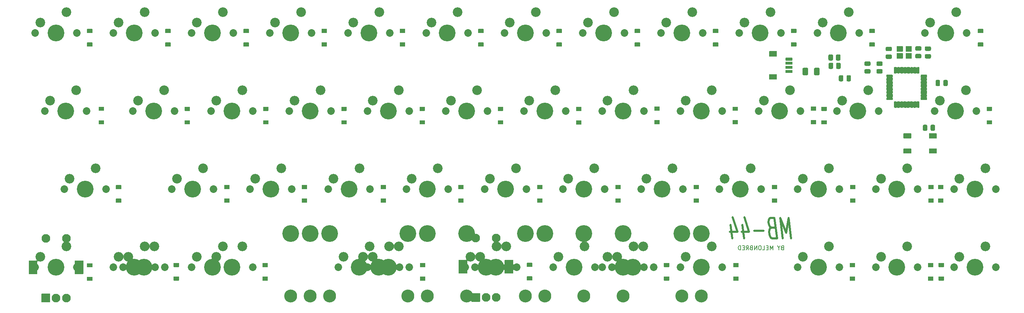
<source format=gbs>
G04 #@! TF.GenerationSoftware,KiCad,Pcbnew,5.1.8-db9833491~88~ubuntu20.04.1*
G04 #@! TF.CreationDate,2020-12-05T17:58:13-08:00*
G04 #@! TF.ProjectId,MB44,4d423434-2e6b-4696-9361-645f70636258,rev?*
G04 #@! TF.SameCoordinates,Original*
G04 #@! TF.FileFunction,Soldermask,Bot*
G04 #@! TF.FilePolarity,Negative*
%FSLAX46Y46*%
G04 Gerber Fmt 4.6, Leading zero omitted, Abs format (unit mm)*
G04 Created by KiCad (PCBNEW 5.1.8-db9833491~88~ubuntu20.04.1) date 2020-12-05 17:58:13*
%MOMM*%
%LPD*%
G01*
G04 APERTURE LIST*
%ADD10C,0.150000*%
%ADD11C,0.500000*%
%ADD12C,2.102000*%
%ADD13C,2.352000*%
%ADD14C,4.089800*%
%ADD15C,1.852000*%
%ADD16C,3.150000*%
%ADD17C,0.020000*%
G04 APERTURE END LIST*
D10*
X186395666Y-61904571D02*
X186252809Y-61952190D01*
X186205190Y-61999809D01*
X186157571Y-62095047D01*
X186157571Y-62237904D01*
X186205190Y-62333142D01*
X186252809Y-62380761D01*
X186348047Y-62428380D01*
X186729000Y-62428380D01*
X186729000Y-61428380D01*
X186395666Y-61428380D01*
X186300428Y-61476000D01*
X186252809Y-61523619D01*
X186205190Y-61618857D01*
X186205190Y-61714095D01*
X186252809Y-61809333D01*
X186300428Y-61856952D01*
X186395666Y-61904571D01*
X186729000Y-61904571D01*
X185538523Y-61952190D02*
X185538523Y-62428380D01*
X185871857Y-61428380D02*
X185538523Y-61952190D01*
X185205190Y-61428380D01*
X184109952Y-62428380D02*
X184109952Y-61428380D01*
X183776619Y-62142666D01*
X183443285Y-61428380D01*
X183443285Y-62428380D01*
X182967095Y-61904571D02*
X182633761Y-61904571D01*
X182490904Y-62428380D02*
X182967095Y-62428380D01*
X182967095Y-61428380D01*
X182490904Y-61428380D01*
X181586142Y-62428380D02*
X182062333Y-62428380D01*
X182062333Y-61428380D01*
X181062333Y-61428380D02*
X180871857Y-61428380D01*
X180776619Y-61476000D01*
X180681380Y-61571238D01*
X180633761Y-61761714D01*
X180633761Y-62095047D01*
X180681380Y-62285523D01*
X180776619Y-62380761D01*
X180871857Y-62428380D01*
X181062333Y-62428380D01*
X181157571Y-62380761D01*
X181252809Y-62285523D01*
X181300428Y-62095047D01*
X181300428Y-61761714D01*
X181252809Y-61571238D01*
X181157571Y-61476000D01*
X181062333Y-61428380D01*
X180205190Y-62428380D02*
X180205190Y-61428380D01*
X179633761Y-62428380D01*
X179633761Y-61428380D01*
X178824238Y-61904571D02*
X178681380Y-61952190D01*
X178633761Y-61999809D01*
X178586142Y-62095047D01*
X178586142Y-62237904D01*
X178633761Y-62333142D01*
X178681380Y-62380761D01*
X178776619Y-62428380D01*
X179157571Y-62428380D01*
X179157571Y-61428380D01*
X178824238Y-61428380D01*
X178729000Y-61476000D01*
X178681380Y-61523619D01*
X178633761Y-61618857D01*
X178633761Y-61714095D01*
X178681380Y-61809333D01*
X178729000Y-61856952D01*
X178824238Y-61904571D01*
X179157571Y-61904571D01*
X177586142Y-62428380D02*
X177919476Y-61952190D01*
X178157571Y-62428380D02*
X178157571Y-61428380D01*
X177776619Y-61428380D01*
X177681380Y-61476000D01*
X177633761Y-61523619D01*
X177586142Y-61618857D01*
X177586142Y-61761714D01*
X177633761Y-61856952D01*
X177681380Y-61904571D01*
X177776619Y-61952190D01*
X178157571Y-61952190D01*
X177157571Y-61904571D02*
X176824238Y-61904571D01*
X176681380Y-62428380D02*
X177157571Y-62428380D01*
X177157571Y-61428380D01*
X176681380Y-61428380D01*
X176252809Y-62428380D02*
X176252809Y-61428380D01*
X176014714Y-61428380D01*
X175871857Y-61476000D01*
X175776619Y-61571238D01*
X175729000Y-61666476D01*
X175681380Y-61856952D01*
X175681380Y-61999809D01*
X175729000Y-62190285D01*
X175776619Y-62285523D01*
X175871857Y-62380761D01*
X176014714Y-62428380D01*
X176252809Y-62428380D01*
D11*
X188541898Y-59665904D02*
X187916898Y-54665904D01*
X187363327Y-58237333D01*
X185916898Y-54665904D01*
X186541898Y-59665904D01*
X183785946Y-57046857D02*
X183387136Y-57284952D01*
X183274041Y-57523047D01*
X183190708Y-57999238D01*
X183279994Y-58713523D01*
X183482375Y-59189714D01*
X183654994Y-59427809D01*
X183970470Y-59665904D01*
X185113327Y-59665904D01*
X184488327Y-54665904D01*
X183488327Y-54665904D01*
X183232375Y-54904000D01*
X183119279Y-55142095D01*
X183035946Y-55618285D01*
X183095470Y-56094476D01*
X183297851Y-56570666D01*
X183470470Y-56808761D01*
X183785946Y-57046857D01*
X184785946Y-57046857D01*
X181875232Y-57761142D02*
X179589517Y-57761142D01*
X176696660Y-56332571D02*
X177113327Y-59665904D01*
X177172851Y-54427809D02*
X178333565Y-57999238D01*
X176476422Y-57999238D01*
X173839517Y-56332571D02*
X174256184Y-59665904D01*
X174315708Y-54427809D02*
X175476422Y-57999238D01*
X173619279Y-57999238D01*
D10*
X186395666Y-61904571D02*
X186252809Y-61952190D01*
X186205190Y-61999809D01*
X186157571Y-62095047D01*
X186157571Y-62237904D01*
X186205190Y-62333142D01*
X186252809Y-62380761D01*
X186348047Y-62428380D01*
X186729000Y-62428380D01*
X186729000Y-61428380D01*
X186395666Y-61428380D01*
X186300428Y-61476000D01*
X186252809Y-61523619D01*
X186205190Y-61618857D01*
X186205190Y-61714095D01*
X186252809Y-61809333D01*
X186300428Y-61856952D01*
X186395666Y-61904571D01*
X186729000Y-61904571D01*
X185538523Y-61952190D02*
X185538523Y-62428380D01*
X185871857Y-61428380D02*
X185538523Y-61952190D01*
X185205190Y-61428380D01*
X184109952Y-62428380D02*
X184109952Y-61428380D01*
X183776619Y-62142666D01*
X183443285Y-61428380D01*
X183443285Y-62428380D01*
X182967095Y-61904571D02*
X182633761Y-61904571D01*
X182490904Y-62428380D02*
X182967095Y-62428380D01*
X182967095Y-61428380D01*
X182490904Y-61428380D01*
X181586142Y-62428380D02*
X182062333Y-62428380D01*
X182062333Y-61428380D01*
X181062333Y-61428380D02*
X180871857Y-61428380D01*
X180776619Y-61476000D01*
X180681380Y-61571238D01*
X180633761Y-61761714D01*
X180633761Y-62095047D01*
X180681380Y-62285523D01*
X180776619Y-62380761D01*
X180871857Y-62428380D01*
X181062333Y-62428380D01*
X181157571Y-62380761D01*
X181252809Y-62285523D01*
X181300428Y-62095047D01*
X181300428Y-61761714D01*
X181252809Y-61571238D01*
X181157571Y-61476000D01*
X181062333Y-61428380D01*
X180205190Y-62428380D02*
X180205190Y-61428380D01*
X179633761Y-62428380D01*
X179633761Y-61428380D01*
X178824238Y-61904571D02*
X178681380Y-61952190D01*
X178633761Y-61999809D01*
X178586142Y-62095047D01*
X178586142Y-62237904D01*
X178633761Y-62333142D01*
X178681380Y-62380761D01*
X178776619Y-62428380D01*
X179157571Y-62428380D01*
X179157571Y-61428380D01*
X178824238Y-61428380D01*
X178729000Y-61476000D01*
X178681380Y-61523619D01*
X178633761Y-61618857D01*
X178633761Y-61714095D01*
X178681380Y-61809333D01*
X178729000Y-61856952D01*
X178824238Y-61904571D01*
X179157571Y-61904571D01*
X177586142Y-62428380D02*
X177919476Y-61952190D01*
X178157571Y-62428380D02*
X178157571Y-61428380D01*
X177776619Y-61428380D01*
X177681380Y-61476000D01*
X177633761Y-61523619D01*
X177586142Y-61618857D01*
X177586142Y-61761714D01*
X177633761Y-61856952D01*
X177681380Y-61904571D01*
X177776619Y-61952190D01*
X178157571Y-61952190D01*
X177157571Y-61904571D02*
X176824238Y-61904571D01*
X176681380Y-62428380D02*
X177157571Y-62428380D01*
X177157571Y-61428380D01*
X176681380Y-61428380D01*
X176252809Y-62428380D02*
X176252809Y-61428380D01*
X176014714Y-61428380D01*
X175871857Y-61476000D01*
X175776619Y-61571238D01*
X175729000Y-61666476D01*
X175681380Y-61856952D01*
X175681380Y-61999809D01*
X175729000Y-62190285D01*
X175776619Y-62285523D01*
X175871857Y-62380761D01*
X176014714Y-62428380D01*
X176252809Y-62428380D01*
D11*
X188541898Y-59665904D02*
X187916898Y-54665904D01*
X187363327Y-58237333D01*
X185916898Y-54665904D01*
X186541898Y-59665904D01*
X183785946Y-57046857D02*
X183387136Y-57284952D01*
X183274041Y-57523047D01*
X183190708Y-57999238D01*
X183279994Y-58713523D01*
X183482375Y-59189714D01*
X183654994Y-59427809D01*
X183970470Y-59665904D01*
X185113327Y-59665904D01*
X184488327Y-54665904D01*
X183488327Y-54665904D01*
X183232375Y-54904000D01*
X183119279Y-55142095D01*
X183035946Y-55618285D01*
X183095470Y-56094476D01*
X183297851Y-56570666D01*
X183470470Y-56808761D01*
X183785946Y-57046857D01*
X184785946Y-57046857D01*
X181875232Y-57761142D02*
X179589517Y-57761142D01*
X176696660Y-56332571D02*
X177113327Y-59665904D01*
X177172851Y-54427809D02*
X178333565Y-57999238D01*
X176476422Y-57999238D01*
X173839517Y-56332571D02*
X174256184Y-59665904D01*
X174315708Y-54427809D02*
X175476422Y-57999238D01*
X173619279Y-57999238D01*
G36*
G01*
X8065000Y-75219000D02*
X6065000Y-75219000D01*
G75*
G02*
X6014000Y-75168000I0J51000D01*
G01*
X6014000Y-73168000D01*
G75*
G02*
X6065000Y-73117000I51000J0D01*
G01*
X8065000Y-73117000D01*
G75*
G02*
X8116000Y-73168000I0J-51000D01*
G01*
X8116000Y-75168000D01*
G75*
G02*
X8065000Y-75219000I-51000J0D01*
G01*
G37*
D12*
X9565000Y-74168000D03*
X12065000Y-74168000D03*
G36*
G01*
X4965000Y-68319000D02*
X2965000Y-68319000D01*
G75*
G02*
X2914000Y-68268000I0J51000D01*
G01*
X2914000Y-65068000D01*
G75*
G02*
X2965000Y-65017000I51000J0D01*
G01*
X4965000Y-65017000D01*
G75*
G02*
X5016000Y-65068000I0J-51000D01*
G01*
X5016000Y-68268000D01*
G75*
G02*
X4965000Y-68319000I-51000J0D01*
G01*
G37*
G36*
G01*
X16165000Y-68319000D02*
X14165000Y-68319000D01*
G75*
G02*
X14114000Y-68268000I0J51000D01*
G01*
X14114000Y-65068000D01*
G75*
G02*
X14165000Y-65017000I51000J0D01*
G01*
X16165000Y-65017000D01*
G75*
G02*
X16216000Y-65068000I0J-51000D01*
G01*
X16216000Y-68268000D01*
G75*
G02*
X16165000Y-68319000I-51000J0D01*
G01*
G37*
X7065000Y-59668000D03*
X12065000Y-59668000D03*
D13*
X235902500Y-42545000D03*
D14*
X233362500Y-47625000D03*
D13*
X229552500Y-45085000D03*
D15*
X228282500Y-47625000D03*
X238442500Y-47625000D03*
G36*
G01*
X175733000Y-66669000D02*
X174533000Y-66669000D01*
G75*
G02*
X174482000Y-66618000I0J51000D01*
G01*
X174482000Y-65718000D01*
G75*
G02*
X174533000Y-65667000I51000J0D01*
G01*
X175733000Y-65667000D01*
G75*
G02*
X175784000Y-65718000I0J-51000D01*
G01*
X175784000Y-66618000D01*
G75*
G02*
X175733000Y-66669000I-51000J0D01*
G01*
G37*
G36*
G01*
X175733000Y-69969000D02*
X174533000Y-69969000D01*
G75*
G02*
X174482000Y-69918000I0J51000D01*
G01*
X174482000Y-69018000D01*
G75*
G02*
X174533000Y-68967000I51000J0D01*
G01*
X175733000Y-68967000D01*
G75*
G02*
X175784000Y-69018000I0J-51000D01*
G01*
X175784000Y-69918000D01*
G75*
G02*
X175733000Y-69969000I-51000J0D01*
G01*
G37*
G36*
G01*
X112760000Y-75092000D02*
X110760000Y-75092000D01*
G75*
G02*
X110709000Y-75041000I0J51000D01*
G01*
X110709000Y-73041000D01*
G75*
G02*
X110760000Y-72990000I51000J0D01*
G01*
X112760000Y-72990000D01*
G75*
G02*
X112811000Y-73041000I0J-51000D01*
G01*
X112811000Y-75041000D01*
G75*
G02*
X112760000Y-75092000I-51000J0D01*
G01*
G37*
D12*
X114260000Y-74041000D03*
X116760000Y-74041000D03*
G36*
G01*
X109660000Y-68192000D02*
X107660000Y-68192000D01*
G75*
G02*
X107609000Y-68141000I0J51000D01*
G01*
X107609000Y-64941000D01*
G75*
G02*
X107660000Y-64890000I51000J0D01*
G01*
X109660000Y-64890000D01*
G75*
G02*
X109711000Y-64941000I0J-51000D01*
G01*
X109711000Y-68141000D01*
G75*
G02*
X109660000Y-68192000I-51000J0D01*
G01*
G37*
G36*
G01*
X120860000Y-68192000D02*
X118860000Y-68192000D01*
G75*
G02*
X118809000Y-68141000I0J51000D01*
G01*
X118809000Y-64941000D01*
G75*
G02*
X118860000Y-64890000I51000J0D01*
G01*
X120860000Y-64890000D01*
G75*
G02*
X120911000Y-64941000I0J-51000D01*
G01*
X120911000Y-68141000D01*
G75*
G02*
X120860000Y-68192000I-51000J0D01*
G01*
G37*
X111760000Y-59541000D03*
X116760000Y-59541000D03*
D15*
X171767500Y-66675000D03*
X161607500Y-66675000D03*
D13*
X162877500Y-64135000D03*
D14*
X166687500Y-66675000D03*
D13*
X169227500Y-61595000D03*
D14*
X147637500Y-58420000D03*
X123825000Y-58420000D03*
D16*
X147637500Y-73660000D03*
X123825000Y-73660000D03*
D15*
X140811250Y-66675000D03*
X130651250Y-66675000D03*
D13*
X131921250Y-64135000D03*
D14*
X135731250Y-66675000D03*
D13*
X138271250Y-61595000D03*
D14*
X100012500Y-58420000D03*
X76200000Y-58420000D03*
D16*
X100012500Y-73660000D03*
X76200000Y-73660000D03*
D15*
X93186250Y-66675000D03*
X83026250Y-66675000D03*
D13*
X84296250Y-64135000D03*
D14*
X88106250Y-66675000D03*
D13*
X90646250Y-61595000D03*
G36*
G01*
X198810500Y-17049876D02*
X198810500Y-18002124D01*
G75*
G02*
X198535624Y-18277000I-274876J0D01*
G01*
X197958376Y-18277000D01*
G75*
G02*
X197683500Y-18002124I0J274876D01*
G01*
X197683500Y-17049876D01*
G75*
G02*
X197958376Y-16775000I274876J0D01*
G01*
X198535624Y-16775000D01*
G75*
G02*
X198810500Y-17049876I0J-274876D01*
G01*
G37*
G36*
G01*
X200635500Y-17049876D02*
X200635500Y-18002124D01*
G75*
G02*
X200360624Y-18277000I-274876J0D01*
G01*
X199783376Y-18277000D01*
G75*
G02*
X199508500Y-18002124I0J274876D01*
G01*
X199508500Y-17049876D01*
G75*
G02*
X199783376Y-16775000I274876J0D01*
G01*
X200360624Y-16775000D01*
G75*
G02*
X200635500Y-17049876I0J-274876D01*
G01*
G37*
G36*
G01*
X198763500Y-15017876D02*
X198763500Y-15970124D01*
G75*
G02*
X198488624Y-16245000I-274876J0D01*
G01*
X197911376Y-16245000D01*
G75*
G02*
X197636500Y-15970124I0J274876D01*
G01*
X197636500Y-15017876D01*
G75*
G02*
X197911376Y-14743000I274876J0D01*
G01*
X198488624Y-14743000D01*
G75*
G02*
X198763500Y-15017876I0J-274876D01*
G01*
G37*
G36*
G01*
X200588500Y-15017876D02*
X200588500Y-15970124D01*
G75*
G02*
X200313624Y-16245000I-274876J0D01*
G01*
X199736376Y-16245000D01*
G75*
G02*
X199461500Y-15970124I0J274876D01*
G01*
X199461500Y-15017876D01*
G75*
G02*
X199736376Y-14743000I274876J0D01*
G01*
X200313624Y-14743000D01*
G75*
G02*
X200588500Y-15017876I0J-274876D01*
G01*
G37*
X235902500Y-61595000D03*
D14*
X233362500Y-66675000D03*
D13*
X229552500Y-64135000D03*
D15*
X228282500Y-66675000D03*
X238442500Y-66675000D03*
G36*
G01*
X223154800Y-66642600D02*
X221954800Y-66642600D01*
G75*
G02*
X221903800Y-66591600I0J51000D01*
G01*
X221903800Y-65691600D01*
G75*
G02*
X221954800Y-65640600I51000J0D01*
G01*
X223154800Y-65640600D01*
G75*
G02*
X223205800Y-65691600I0J-51000D01*
G01*
X223205800Y-66591600D01*
G75*
G02*
X223154800Y-66642600I-51000J0D01*
G01*
G37*
G36*
G01*
X223154800Y-69942600D02*
X221954800Y-69942600D01*
G75*
G02*
X221903800Y-69891600I0J51000D01*
G01*
X221903800Y-68991600D01*
G75*
G02*
X221954800Y-68940600I51000J0D01*
G01*
X223154800Y-68940600D01*
G75*
G02*
X223205800Y-68991600I0J-51000D01*
G01*
X223205800Y-69891600D01*
G75*
G02*
X223154800Y-69942600I-51000J0D01*
G01*
G37*
D13*
X150177500Y-61595000D03*
X143827500Y-64135000D03*
D14*
X147637500Y-66675000D03*
D15*
X142557500Y-66675000D03*
X152717500Y-66675000D03*
D16*
X128587500Y-73660000D03*
X166687500Y-73660000D03*
D14*
X128587500Y-58420000D03*
X166687500Y-58420000D03*
D13*
X93027500Y-61595000D03*
X86677500Y-64135000D03*
D14*
X90487500Y-66675000D03*
D15*
X85407500Y-66675000D03*
X95567500Y-66675000D03*
D16*
X71437500Y-73660000D03*
X109537500Y-73660000D03*
D14*
X71437500Y-58420000D03*
X109537500Y-58420000D03*
D13*
X152558750Y-61595000D03*
D14*
X150018750Y-66675000D03*
D13*
X146208750Y-64135000D03*
D15*
X144938750Y-66675000D03*
X155098750Y-66675000D03*
D16*
X138112500Y-73660000D03*
X161925000Y-73660000D03*
D14*
X138112500Y-58420000D03*
X161925000Y-58420000D03*
D13*
X116840000Y-61595000D03*
D14*
X114300000Y-66675000D03*
D13*
X110490000Y-64135000D03*
D15*
X109220000Y-66675000D03*
X119380000Y-66675000D03*
D13*
X85883750Y-61595000D03*
D14*
X83343750Y-66675000D03*
D13*
X79533750Y-64135000D03*
D15*
X78263750Y-66675000D03*
X88423750Y-66675000D03*
D16*
X71437500Y-73660000D03*
X95250000Y-73660000D03*
D14*
X71437500Y-58420000D03*
X95250000Y-58420000D03*
D13*
X54927500Y-61595000D03*
D14*
X52387500Y-66675000D03*
D13*
X48577500Y-64135000D03*
D15*
X47307500Y-66675000D03*
X57467500Y-66675000D03*
D13*
X33496250Y-61595000D03*
D14*
X30956250Y-66675000D03*
D13*
X27146250Y-64135000D03*
D15*
X25876250Y-66675000D03*
X36036250Y-66675000D03*
D13*
X216852500Y-61595000D03*
D14*
X214312500Y-66675000D03*
D13*
X210502500Y-64135000D03*
D15*
X209232500Y-66675000D03*
X219392500Y-66675000D03*
D13*
X197802500Y-61595000D03*
D14*
X195262500Y-66675000D03*
D13*
X191452500Y-64135000D03*
D15*
X190182500Y-66675000D03*
X200342500Y-66675000D03*
D13*
X119221250Y-61595000D03*
D14*
X116681250Y-66675000D03*
D13*
X112871250Y-64135000D03*
D15*
X111601250Y-66675000D03*
X121761250Y-66675000D03*
D16*
X66681350Y-73660000D03*
X166681150Y-73660000D03*
D14*
X66681350Y-58420000D03*
X166681150Y-58420000D03*
D13*
X50165000Y-61595000D03*
D14*
X47625000Y-66675000D03*
D13*
X43815000Y-64135000D03*
D15*
X42545000Y-66675000D03*
X52705000Y-66675000D03*
D13*
X31115000Y-61595000D03*
D14*
X28575000Y-66675000D03*
D13*
X24765000Y-64135000D03*
D15*
X23495000Y-66675000D03*
X33655000Y-66675000D03*
D13*
X12065000Y-61595000D03*
D14*
X9525000Y-66675000D03*
D13*
X5715000Y-64135000D03*
D15*
X4445000Y-66675000D03*
X14605000Y-66675000D03*
G36*
G01*
X158842000Y-66642600D02*
X157642000Y-66642600D01*
G75*
G02*
X157591000Y-66591600I0J51000D01*
G01*
X157591000Y-65691600D01*
G75*
G02*
X157642000Y-65640600I51000J0D01*
G01*
X158842000Y-65640600D01*
G75*
G02*
X158893000Y-65691600I0J-51000D01*
G01*
X158893000Y-66591600D01*
G75*
G02*
X158842000Y-66642600I-51000J0D01*
G01*
G37*
G36*
G01*
X158842000Y-69942600D02*
X157642000Y-69942600D01*
G75*
G02*
X157591000Y-69891600I0J51000D01*
G01*
X157591000Y-68991600D01*
G75*
G02*
X157642000Y-68940600I51000J0D01*
G01*
X158842000Y-68940600D01*
G75*
G02*
X158893000Y-68991600I0J-51000D01*
G01*
X158893000Y-69891600D01*
G75*
G02*
X158842000Y-69942600I-51000J0D01*
G01*
G37*
G36*
G01*
X211880900Y-19692200D02*
X213181900Y-19692200D01*
G75*
G02*
X213332400Y-19842700I0J-150500D01*
G01*
X213332400Y-20143700D01*
G75*
G02*
X213181900Y-20294200I-150500J0D01*
G01*
X211880900Y-20294200D01*
G75*
G02*
X211730400Y-20143700I0J150500D01*
G01*
X211730400Y-19842700D01*
G75*
G02*
X211880900Y-19692200I150500J0D01*
G01*
G37*
G36*
G01*
X211880900Y-20492200D02*
X213181900Y-20492200D01*
G75*
G02*
X213332400Y-20642700I0J-150500D01*
G01*
X213332400Y-20943700D01*
G75*
G02*
X213181900Y-21094200I-150500J0D01*
G01*
X211880900Y-21094200D01*
G75*
G02*
X211730400Y-20943700I0J150500D01*
G01*
X211730400Y-20642700D01*
G75*
G02*
X211880900Y-20492200I150500J0D01*
G01*
G37*
G36*
G01*
X211880900Y-21292200D02*
X213181900Y-21292200D01*
G75*
G02*
X213332400Y-21442700I0J-150500D01*
G01*
X213332400Y-21743700D01*
G75*
G02*
X213181900Y-21894200I-150500J0D01*
G01*
X211880900Y-21894200D01*
G75*
G02*
X211730400Y-21743700I0J150500D01*
G01*
X211730400Y-21442700D01*
G75*
G02*
X211880900Y-21292200I150500J0D01*
G01*
G37*
G36*
G01*
X211880900Y-22092200D02*
X213181900Y-22092200D01*
G75*
G02*
X213332400Y-22242700I0J-150500D01*
G01*
X213332400Y-22543700D01*
G75*
G02*
X213181900Y-22694200I-150500J0D01*
G01*
X211880900Y-22694200D01*
G75*
G02*
X211730400Y-22543700I0J150500D01*
G01*
X211730400Y-22242700D01*
G75*
G02*
X211880900Y-22092200I150500J0D01*
G01*
G37*
G36*
G01*
X211880900Y-22892200D02*
X213181900Y-22892200D01*
G75*
G02*
X213332400Y-23042700I0J-150500D01*
G01*
X213332400Y-23343700D01*
G75*
G02*
X213181900Y-23494200I-150500J0D01*
G01*
X211880900Y-23494200D01*
G75*
G02*
X211730400Y-23343700I0J150500D01*
G01*
X211730400Y-23042700D01*
G75*
G02*
X211880900Y-22892200I150500J0D01*
G01*
G37*
G36*
G01*
X211880900Y-23692200D02*
X213181900Y-23692200D01*
G75*
G02*
X213332400Y-23842700I0J-150500D01*
G01*
X213332400Y-24143700D01*
G75*
G02*
X213181900Y-24294200I-150500J0D01*
G01*
X211880900Y-24294200D01*
G75*
G02*
X211730400Y-24143700I0J150500D01*
G01*
X211730400Y-23842700D01*
G75*
G02*
X211880900Y-23692200I150500J0D01*
G01*
G37*
G36*
G01*
X211880900Y-24492200D02*
X213181900Y-24492200D01*
G75*
G02*
X213332400Y-24642700I0J-150500D01*
G01*
X213332400Y-24943700D01*
G75*
G02*
X213181900Y-25094200I-150500J0D01*
G01*
X211880900Y-25094200D01*
G75*
G02*
X211730400Y-24943700I0J150500D01*
G01*
X211730400Y-24642700D01*
G75*
G02*
X211880900Y-24492200I150500J0D01*
G01*
G37*
G36*
G01*
X211880900Y-25292200D02*
X213181900Y-25292200D01*
G75*
G02*
X213332400Y-25442700I0J-150500D01*
G01*
X213332400Y-25743700D01*
G75*
G02*
X213181900Y-25894200I-150500J0D01*
G01*
X211880900Y-25894200D01*
G75*
G02*
X211730400Y-25743700I0J150500D01*
G01*
X211730400Y-25442700D01*
G75*
G02*
X211880900Y-25292200I150500J0D01*
G01*
G37*
G36*
G01*
X213755900Y-26167200D02*
X214056900Y-26167200D01*
G75*
G02*
X214207400Y-26317700I0J-150500D01*
G01*
X214207400Y-27618700D01*
G75*
G02*
X214056900Y-27769200I-150500J0D01*
G01*
X213755900Y-27769200D01*
G75*
G02*
X213605400Y-27618700I0J150500D01*
G01*
X213605400Y-26317700D01*
G75*
G02*
X213755900Y-26167200I150500J0D01*
G01*
G37*
G36*
G01*
X214555900Y-26167200D02*
X214856900Y-26167200D01*
G75*
G02*
X215007400Y-26317700I0J-150500D01*
G01*
X215007400Y-27618700D01*
G75*
G02*
X214856900Y-27769200I-150500J0D01*
G01*
X214555900Y-27769200D01*
G75*
G02*
X214405400Y-27618700I0J150500D01*
G01*
X214405400Y-26317700D01*
G75*
G02*
X214555900Y-26167200I150500J0D01*
G01*
G37*
G36*
G01*
X215355900Y-26167200D02*
X215656900Y-26167200D01*
G75*
G02*
X215807400Y-26317700I0J-150500D01*
G01*
X215807400Y-27618700D01*
G75*
G02*
X215656900Y-27769200I-150500J0D01*
G01*
X215355900Y-27769200D01*
G75*
G02*
X215205400Y-27618700I0J150500D01*
G01*
X215205400Y-26317700D01*
G75*
G02*
X215355900Y-26167200I150500J0D01*
G01*
G37*
G36*
G01*
X216155900Y-26167200D02*
X216456900Y-26167200D01*
G75*
G02*
X216607400Y-26317700I0J-150500D01*
G01*
X216607400Y-27618700D01*
G75*
G02*
X216456900Y-27769200I-150500J0D01*
G01*
X216155900Y-27769200D01*
G75*
G02*
X216005400Y-27618700I0J150500D01*
G01*
X216005400Y-26317700D01*
G75*
G02*
X216155900Y-26167200I150500J0D01*
G01*
G37*
G36*
G01*
X216955900Y-26167200D02*
X217256900Y-26167200D01*
G75*
G02*
X217407400Y-26317700I0J-150500D01*
G01*
X217407400Y-27618700D01*
G75*
G02*
X217256900Y-27769200I-150500J0D01*
G01*
X216955900Y-27769200D01*
G75*
G02*
X216805400Y-27618700I0J150500D01*
G01*
X216805400Y-26317700D01*
G75*
G02*
X216955900Y-26167200I150500J0D01*
G01*
G37*
G36*
G01*
X217755900Y-26167200D02*
X218056900Y-26167200D01*
G75*
G02*
X218207400Y-26317700I0J-150500D01*
G01*
X218207400Y-27618700D01*
G75*
G02*
X218056900Y-27769200I-150500J0D01*
G01*
X217755900Y-27769200D01*
G75*
G02*
X217605400Y-27618700I0J150500D01*
G01*
X217605400Y-26317700D01*
G75*
G02*
X217755900Y-26167200I150500J0D01*
G01*
G37*
G36*
G01*
X218555900Y-26167200D02*
X218856900Y-26167200D01*
G75*
G02*
X219007400Y-26317700I0J-150500D01*
G01*
X219007400Y-27618700D01*
G75*
G02*
X218856900Y-27769200I-150500J0D01*
G01*
X218555900Y-27769200D01*
G75*
G02*
X218405400Y-27618700I0J150500D01*
G01*
X218405400Y-26317700D01*
G75*
G02*
X218555900Y-26167200I150500J0D01*
G01*
G37*
G36*
G01*
X219355900Y-26167200D02*
X219656900Y-26167200D01*
G75*
G02*
X219807400Y-26317700I0J-150500D01*
G01*
X219807400Y-27618700D01*
G75*
G02*
X219656900Y-27769200I-150500J0D01*
G01*
X219355900Y-27769200D01*
G75*
G02*
X219205400Y-27618700I0J150500D01*
G01*
X219205400Y-26317700D01*
G75*
G02*
X219355900Y-26167200I150500J0D01*
G01*
G37*
G36*
G01*
X220230900Y-25292200D02*
X221531900Y-25292200D01*
G75*
G02*
X221682400Y-25442700I0J-150500D01*
G01*
X221682400Y-25743700D01*
G75*
G02*
X221531900Y-25894200I-150500J0D01*
G01*
X220230900Y-25894200D01*
G75*
G02*
X220080400Y-25743700I0J150500D01*
G01*
X220080400Y-25442700D01*
G75*
G02*
X220230900Y-25292200I150500J0D01*
G01*
G37*
G36*
G01*
X220230900Y-24492200D02*
X221531900Y-24492200D01*
G75*
G02*
X221682400Y-24642700I0J-150500D01*
G01*
X221682400Y-24943700D01*
G75*
G02*
X221531900Y-25094200I-150500J0D01*
G01*
X220230900Y-25094200D01*
G75*
G02*
X220080400Y-24943700I0J150500D01*
G01*
X220080400Y-24642700D01*
G75*
G02*
X220230900Y-24492200I150500J0D01*
G01*
G37*
G36*
G01*
X220230900Y-23692200D02*
X221531900Y-23692200D01*
G75*
G02*
X221682400Y-23842700I0J-150500D01*
G01*
X221682400Y-24143700D01*
G75*
G02*
X221531900Y-24294200I-150500J0D01*
G01*
X220230900Y-24294200D01*
G75*
G02*
X220080400Y-24143700I0J150500D01*
G01*
X220080400Y-23842700D01*
G75*
G02*
X220230900Y-23692200I150500J0D01*
G01*
G37*
G36*
G01*
X220230900Y-22892200D02*
X221531900Y-22892200D01*
G75*
G02*
X221682400Y-23042700I0J-150500D01*
G01*
X221682400Y-23343700D01*
G75*
G02*
X221531900Y-23494200I-150500J0D01*
G01*
X220230900Y-23494200D01*
G75*
G02*
X220080400Y-23343700I0J150500D01*
G01*
X220080400Y-23042700D01*
G75*
G02*
X220230900Y-22892200I150500J0D01*
G01*
G37*
G36*
G01*
X220230900Y-22092200D02*
X221531900Y-22092200D01*
G75*
G02*
X221682400Y-22242700I0J-150500D01*
G01*
X221682400Y-22543700D01*
G75*
G02*
X221531900Y-22694200I-150500J0D01*
G01*
X220230900Y-22694200D01*
G75*
G02*
X220080400Y-22543700I0J150500D01*
G01*
X220080400Y-22242700D01*
G75*
G02*
X220230900Y-22092200I150500J0D01*
G01*
G37*
G36*
G01*
X220230900Y-21292200D02*
X221531900Y-21292200D01*
G75*
G02*
X221682400Y-21442700I0J-150500D01*
G01*
X221682400Y-21743700D01*
G75*
G02*
X221531900Y-21894200I-150500J0D01*
G01*
X220230900Y-21894200D01*
G75*
G02*
X220080400Y-21743700I0J150500D01*
G01*
X220080400Y-21442700D01*
G75*
G02*
X220230900Y-21292200I150500J0D01*
G01*
G37*
G36*
G01*
X220230900Y-20492200D02*
X221531900Y-20492200D01*
G75*
G02*
X221682400Y-20642700I0J-150500D01*
G01*
X221682400Y-20943700D01*
G75*
G02*
X221531900Y-21094200I-150500J0D01*
G01*
X220230900Y-21094200D01*
G75*
G02*
X220080400Y-20943700I0J150500D01*
G01*
X220080400Y-20642700D01*
G75*
G02*
X220230900Y-20492200I150500J0D01*
G01*
G37*
G36*
G01*
X220230900Y-19692200D02*
X221531900Y-19692200D01*
G75*
G02*
X221682400Y-19842700I0J-150500D01*
G01*
X221682400Y-20143700D01*
G75*
G02*
X221531900Y-20294200I-150500J0D01*
G01*
X220230900Y-20294200D01*
G75*
G02*
X220080400Y-20143700I0J150500D01*
G01*
X220080400Y-19842700D01*
G75*
G02*
X220230900Y-19692200I150500J0D01*
G01*
G37*
G36*
G01*
X219355900Y-17817200D02*
X219656900Y-17817200D01*
G75*
G02*
X219807400Y-17967700I0J-150500D01*
G01*
X219807400Y-19268700D01*
G75*
G02*
X219656900Y-19419200I-150500J0D01*
G01*
X219355900Y-19419200D01*
G75*
G02*
X219205400Y-19268700I0J150500D01*
G01*
X219205400Y-17967700D01*
G75*
G02*
X219355900Y-17817200I150500J0D01*
G01*
G37*
G36*
G01*
X218555900Y-17817200D02*
X218856900Y-17817200D01*
G75*
G02*
X219007400Y-17967700I0J-150500D01*
G01*
X219007400Y-19268700D01*
G75*
G02*
X218856900Y-19419200I-150500J0D01*
G01*
X218555900Y-19419200D01*
G75*
G02*
X218405400Y-19268700I0J150500D01*
G01*
X218405400Y-17967700D01*
G75*
G02*
X218555900Y-17817200I150500J0D01*
G01*
G37*
G36*
G01*
X217755900Y-17817200D02*
X218056900Y-17817200D01*
G75*
G02*
X218207400Y-17967700I0J-150500D01*
G01*
X218207400Y-19268700D01*
G75*
G02*
X218056900Y-19419200I-150500J0D01*
G01*
X217755900Y-19419200D01*
G75*
G02*
X217605400Y-19268700I0J150500D01*
G01*
X217605400Y-17967700D01*
G75*
G02*
X217755900Y-17817200I150500J0D01*
G01*
G37*
G36*
G01*
X216955900Y-17817200D02*
X217256900Y-17817200D01*
G75*
G02*
X217407400Y-17967700I0J-150500D01*
G01*
X217407400Y-19268700D01*
G75*
G02*
X217256900Y-19419200I-150500J0D01*
G01*
X216955900Y-19419200D01*
G75*
G02*
X216805400Y-19268700I0J150500D01*
G01*
X216805400Y-17967700D01*
G75*
G02*
X216955900Y-17817200I150500J0D01*
G01*
G37*
G36*
G01*
X216155900Y-17817200D02*
X216456900Y-17817200D01*
G75*
G02*
X216607400Y-17967700I0J-150500D01*
G01*
X216607400Y-19268700D01*
G75*
G02*
X216456900Y-19419200I-150500J0D01*
G01*
X216155900Y-19419200D01*
G75*
G02*
X216005400Y-19268700I0J150500D01*
G01*
X216005400Y-17967700D01*
G75*
G02*
X216155900Y-17817200I150500J0D01*
G01*
G37*
G36*
G01*
X215355900Y-17817200D02*
X215656900Y-17817200D01*
G75*
G02*
X215807400Y-17967700I0J-150500D01*
G01*
X215807400Y-19268700D01*
G75*
G02*
X215656900Y-19419200I-150500J0D01*
G01*
X215355900Y-19419200D01*
G75*
G02*
X215205400Y-19268700I0J150500D01*
G01*
X215205400Y-17967700D01*
G75*
G02*
X215355900Y-17817200I150500J0D01*
G01*
G37*
G36*
G01*
X214555900Y-17817200D02*
X214856900Y-17817200D01*
G75*
G02*
X215007400Y-17967700I0J-150500D01*
G01*
X215007400Y-19268700D01*
G75*
G02*
X214856900Y-19419200I-150500J0D01*
G01*
X214555900Y-19419200D01*
G75*
G02*
X214405400Y-19268700I0J150500D01*
G01*
X214405400Y-17967700D01*
G75*
G02*
X214555900Y-17817200I150500J0D01*
G01*
G37*
G36*
G01*
X213755900Y-17817200D02*
X214056900Y-17817200D01*
G75*
G02*
X214207400Y-17967700I0J-150500D01*
G01*
X214207400Y-19268700D01*
G75*
G02*
X214056900Y-19419200I-150500J0D01*
G01*
X213755900Y-19419200D01*
G75*
G02*
X213605400Y-19268700I0J150500D01*
G01*
X213605400Y-17967700D01*
G75*
G02*
X213755900Y-17817200I150500J0D01*
G01*
G37*
D13*
X31115000Y-4445000D03*
D14*
X28575000Y-9525000D03*
D13*
X24765000Y-6985000D03*
D15*
X23495000Y-9525000D03*
X33655000Y-9525000D03*
D13*
X231140000Y-23495000D03*
D14*
X228600000Y-28575000D03*
D13*
X224790000Y-26035000D03*
D15*
X223520000Y-28575000D03*
X233680000Y-28575000D03*
G36*
G01*
X75466500Y-9520000D02*
X74266500Y-9520000D01*
G75*
G02*
X74215500Y-9469000I0J51000D01*
G01*
X74215500Y-8569000D01*
G75*
G02*
X74266500Y-8518000I51000J0D01*
G01*
X75466500Y-8518000D01*
G75*
G02*
X75517500Y-8569000I0J-51000D01*
G01*
X75517500Y-9469000D01*
G75*
G02*
X75466500Y-9520000I-51000J0D01*
G01*
G37*
G36*
G01*
X75466500Y-12820000D02*
X74266500Y-12820000D01*
G75*
G02*
X74215500Y-12769000I0J51000D01*
G01*
X74215500Y-11869000D01*
G75*
G02*
X74266500Y-11818000I51000J0D01*
G01*
X75466500Y-11818000D01*
G75*
G02*
X75517500Y-11869000I0J-51000D01*
G01*
X75517500Y-12769000D01*
G75*
G02*
X75466500Y-12820000I-51000J0D01*
G01*
G37*
D13*
X202565000Y-4445000D03*
D14*
X200025000Y-9525000D03*
D13*
X196215000Y-6985000D03*
D15*
X194945000Y-9525000D03*
X205105000Y-9525000D03*
D13*
X169227500Y-23495000D03*
D14*
X166687500Y-28575000D03*
D13*
X162877500Y-26035000D03*
D15*
X161607500Y-28575000D03*
X171767500Y-28575000D03*
D13*
X150177500Y-23495000D03*
D14*
X147637500Y-28575000D03*
D13*
X143827500Y-26035000D03*
D15*
X142557500Y-28575000D03*
X152717500Y-28575000D03*
D13*
X93027500Y-23495000D03*
D14*
X90487500Y-28575000D03*
D13*
X86677500Y-26035000D03*
D15*
X85407500Y-28575000D03*
X95567500Y-28575000D03*
D13*
X54927500Y-23495000D03*
D14*
X52387500Y-28575000D03*
D13*
X48577500Y-26035000D03*
D15*
X47307500Y-28575000D03*
X57467500Y-28575000D03*
D13*
X35877500Y-23495000D03*
D14*
X33337500Y-28575000D03*
D13*
X29527500Y-26035000D03*
D15*
X28257500Y-28575000D03*
X38417500Y-28575000D03*
G36*
G01*
X99456800Y-66644600D02*
X98256800Y-66644600D01*
G75*
G02*
X98205800Y-66593600I0J51000D01*
G01*
X98205800Y-65693600D01*
G75*
G02*
X98256800Y-65642600I51000J0D01*
G01*
X99456800Y-65642600D01*
G75*
G02*
X99507800Y-65693600I0J-51000D01*
G01*
X99507800Y-66593600D01*
G75*
G02*
X99456800Y-66644600I-51000J0D01*
G01*
G37*
G36*
G01*
X99456800Y-69944600D02*
X98256800Y-69944600D01*
G75*
G02*
X98205800Y-69893600I0J51000D01*
G01*
X98205800Y-68993600D01*
G75*
G02*
X98256800Y-68942600I51000J0D01*
G01*
X99456800Y-68942600D01*
G75*
G02*
X99507800Y-68993600I0J-51000D01*
G01*
X99507800Y-69893600D01*
G75*
G02*
X99456800Y-69944600I-51000J0D01*
G01*
G37*
G36*
G01*
X207644150Y-17535700D02*
X206680650Y-17535700D01*
G75*
G02*
X206411400Y-17266450I0J269250D01*
G01*
X206411400Y-16727950D01*
G75*
G02*
X206680650Y-16458700I269250J0D01*
G01*
X207644150Y-16458700D01*
G75*
G02*
X207913400Y-16727950I0J-269250D01*
G01*
X207913400Y-17266450D01*
G75*
G02*
X207644150Y-17535700I-269250J0D01*
G01*
G37*
G36*
G01*
X207644150Y-19410700D02*
X206680650Y-19410700D01*
G75*
G02*
X206411400Y-19141450I0J269250D01*
G01*
X206411400Y-18602950D01*
G75*
G02*
X206680650Y-18333700I269250J0D01*
G01*
X207644150Y-18333700D01*
G75*
G02*
X207913400Y-18602950I0J-269250D01*
G01*
X207913400Y-19141450D01*
G75*
G02*
X207644150Y-19410700I-269250J0D01*
G01*
G37*
D13*
X183515000Y-4445000D03*
D14*
X180975000Y-9525000D03*
D13*
X177165000Y-6985000D03*
D15*
X175895000Y-9525000D03*
X186055000Y-9525000D03*
D13*
X145415000Y-4445000D03*
D14*
X142875000Y-9525000D03*
D13*
X139065000Y-6985000D03*
D15*
X137795000Y-9525000D03*
X147955000Y-9525000D03*
D13*
X126365000Y-4445000D03*
D14*
X123825000Y-9525000D03*
D13*
X120015000Y-6985000D03*
D15*
X118745000Y-9525000D03*
X128905000Y-9525000D03*
D13*
X107315000Y-4445000D03*
D14*
X104775000Y-9525000D03*
D13*
X100965000Y-6985000D03*
D15*
X99695000Y-9525000D03*
X109855000Y-9525000D03*
D13*
X69215000Y-4445000D03*
D14*
X66675000Y-9525000D03*
D13*
X62865000Y-6985000D03*
D15*
X61595000Y-9525000D03*
X71755000Y-9525000D03*
D13*
X50165000Y-4445000D03*
D14*
X47625000Y-9525000D03*
D13*
X43815000Y-6985000D03*
D15*
X42545000Y-9525000D03*
X52705000Y-9525000D03*
D13*
X12065000Y-4445000D03*
D14*
X9525000Y-9525000D03*
D13*
X5715000Y-6985000D03*
D15*
X4445000Y-9525000D03*
X14605000Y-9525000D03*
G36*
G01*
X185061001Y-15250000D02*
X183260999Y-15250000D01*
G75*
G02*
X183210000Y-15199001I0J50999D01*
G01*
X183210000Y-13998999D01*
G75*
G02*
X183260999Y-13948000I50999J0D01*
G01*
X185061001Y-13948000D01*
G75*
G02*
X185112000Y-13998999I0J-50999D01*
G01*
X185112000Y-15199001D01*
G75*
G02*
X185061001Y-15250000I-50999J0D01*
G01*
G37*
G36*
G01*
X185061001Y-20850000D02*
X183260999Y-20850000D01*
G75*
G02*
X183210000Y-20799001I0J50999D01*
G01*
X183210000Y-19598999D01*
G75*
G02*
X183260999Y-19548000I50999J0D01*
G01*
X185061001Y-19548000D01*
G75*
G02*
X185112000Y-19598999I0J-50999D01*
G01*
X185112000Y-20799001D01*
G75*
G02*
X185061001Y-20850000I-50999J0D01*
G01*
G37*
G36*
G01*
X188811000Y-19250000D02*
X187261000Y-19250000D01*
G75*
G02*
X187210000Y-19199000I0J51000D01*
G01*
X187210000Y-18599000D01*
G75*
G02*
X187261000Y-18548000I51000J0D01*
G01*
X188811000Y-18548000D01*
G75*
G02*
X188862000Y-18599000I0J-51000D01*
G01*
X188862000Y-19199000D01*
G75*
G02*
X188811000Y-19250000I-51000J0D01*
G01*
G37*
G36*
G01*
X188811000Y-18250000D02*
X187261000Y-18250000D01*
G75*
G02*
X187210000Y-18199000I0J51000D01*
G01*
X187210000Y-17599000D01*
G75*
G02*
X187261000Y-17548000I51000J0D01*
G01*
X188811000Y-17548000D01*
G75*
G02*
X188862000Y-17599000I0J-51000D01*
G01*
X188862000Y-18199000D01*
G75*
G02*
X188811000Y-18250000I-51000J0D01*
G01*
G37*
G36*
G01*
X188811000Y-16250000D02*
X187261000Y-16250000D01*
G75*
G02*
X187210000Y-16199000I0J51000D01*
G01*
X187210000Y-15599000D01*
G75*
G02*
X187261000Y-15548000I51000J0D01*
G01*
X188811000Y-15548000D01*
G75*
G02*
X188862000Y-15599000I0J-51000D01*
G01*
X188862000Y-16199000D01*
G75*
G02*
X188811000Y-16250000I-51000J0D01*
G01*
G37*
G36*
G01*
X188811000Y-17250000D02*
X187261000Y-17250000D01*
G75*
G02*
X187210000Y-17199000I0J51000D01*
G01*
X187210000Y-16599000D01*
G75*
G02*
X187261000Y-16548000I51000J0D01*
G01*
X188811000Y-16548000D01*
G75*
G02*
X188862000Y-16599000I0J-51000D01*
G01*
X188862000Y-17199000D01*
G75*
G02*
X188811000Y-17250000I-51000J0D01*
G01*
G37*
D13*
X228758750Y-4445000D03*
D14*
X226218750Y-9525000D03*
D13*
X222408750Y-6985000D03*
D15*
X221138750Y-9525000D03*
X231298750Y-9525000D03*
D13*
X207327500Y-23495000D03*
D14*
X204787500Y-28575000D03*
D13*
X200977500Y-26035000D03*
D15*
X199707500Y-28575000D03*
X209867500Y-28575000D03*
G36*
G01*
X201253900Y-20092250D02*
X201253900Y-21055750D01*
G75*
G02*
X200984650Y-21325000I-269250J0D01*
G01*
X200446150Y-21325000D01*
G75*
G02*
X200176900Y-21055750I0J269250D01*
G01*
X200176900Y-20092250D01*
G75*
G02*
X200446150Y-19823000I269250J0D01*
G01*
X200984650Y-19823000D01*
G75*
G02*
X201253900Y-20092250I0J-269250D01*
G01*
G37*
G36*
G01*
X203128900Y-20092250D02*
X203128900Y-21055750D01*
G75*
G02*
X202859650Y-21325000I-269250J0D01*
G01*
X202321150Y-21325000D01*
G75*
G02*
X202051900Y-21055750I0J269250D01*
G01*
X202051900Y-20092250D01*
G75*
G02*
X202321150Y-19823000I269250J0D01*
G01*
X202859650Y-19823000D01*
G75*
G02*
X203128900Y-20092250I0J-269250D01*
G01*
G37*
G36*
G01*
X214260000Y-15713001D02*
X214260000Y-14512999D01*
G75*
G02*
X214310999Y-14462000I50999J0D01*
G01*
X215711001Y-14462000D01*
G75*
G02*
X215762000Y-14512999I0J-50999D01*
G01*
X215762000Y-15713001D01*
G75*
G02*
X215711001Y-15764000I-50999J0D01*
G01*
X214310999Y-15764000D01*
G75*
G02*
X214260000Y-15713001I0J50999D01*
G01*
G37*
G36*
G01*
X216460000Y-15713001D02*
X216460000Y-14512999D01*
G75*
G02*
X216510999Y-14462000I50999J0D01*
G01*
X217911001Y-14462000D01*
G75*
G02*
X217962000Y-14512999I0J-50999D01*
G01*
X217962000Y-15713001D01*
G75*
G02*
X217911001Y-15764000I-50999J0D01*
G01*
X216510999Y-15764000D01*
G75*
G02*
X216460000Y-15713001I0J50999D01*
G01*
G37*
G36*
G01*
X216460000Y-14013001D02*
X216460000Y-12812999D01*
G75*
G02*
X216510999Y-12762000I50999J0D01*
G01*
X217911001Y-12762000D01*
G75*
G02*
X217962000Y-12812999I0J-50999D01*
G01*
X217962000Y-14013001D01*
G75*
G02*
X217911001Y-14064000I-50999J0D01*
G01*
X216510999Y-14064000D01*
G75*
G02*
X216460000Y-14013001I0J50999D01*
G01*
G37*
G36*
G01*
X214260000Y-14013001D02*
X214260000Y-12812999D01*
G75*
G02*
X214310999Y-12762000I50999J0D01*
G01*
X215711001Y-12762000D01*
G75*
G02*
X215762000Y-12812999I0J-50999D01*
G01*
X215762000Y-14013001D01*
G75*
G02*
X215711001Y-14064000I-50999J0D01*
G01*
X214310999Y-14064000D01*
G75*
G02*
X214260000Y-14013001I0J50999D01*
G01*
G37*
G36*
G01*
X166081000Y-47618000D02*
X164881000Y-47618000D01*
G75*
G02*
X164830000Y-47567000I0J51000D01*
G01*
X164830000Y-46667000D01*
G75*
G02*
X164881000Y-46616000I51000J0D01*
G01*
X166081000Y-46616000D01*
G75*
G02*
X166132000Y-46667000I0J-51000D01*
G01*
X166132000Y-47567000D01*
G75*
G02*
X166081000Y-47618000I-51000J0D01*
G01*
G37*
G36*
G01*
X166081000Y-50918000D02*
X164881000Y-50918000D01*
G75*
G02*
X164830000Y-50867000I0J51000D01*
G01*
X164830000Y-49967000D01*
G75*
G02*
X164881000Y-49916000I51000J0D01*
G01*
X166081000Y-49916000D01*
G75*
G02*
X166132000Y-49967000I0J-51000D01*
G01*
X166132000Y-50867000D01*
G75*
G02*
X166081000Y-50918000I-51000J0D01*
G01*
G37*
G36*
G01*
X225612250Y-47620000D02*
X224412250Y-47620000D01*
G75*
G02*
X224361250Y-47569000I0J51000D01*
G01*
X224361250Y-46669000D01*
G75*
G02*
X224412250Y-46618000I51000J0D01*
G01*
X225612250Y-46618000D01*
G75*
G02*
X225663250Y-46669000I0J-51000D01*
G01*
X225663250Y-47569000D01*
G75*
G02*
X225612250Y-47620000I-51000J0D01*
G01*
G37*
G36*
G01*
X225612250Y-50920000D02*
X224412250Y-50920000D01*
G75*
G02*
X224361250Y-50869000I0J51000D01*
G01*
X224361250Y-49969000D01*
G75*
G02*
X224412250Y-49918000I51000J0D01*
G01*
X225612250Y-49918000D01*
G75*
G02*
X225663250Y-49969000I0J-51000D01*
G01*
X225663250Y-50869000D01*
G75*
G02*
X225612250Y-50920000I-51000J0D01*
G01*
G37*
G36*
G01*
X223231000Y-47618000D02*
X222031000Y-47618000D01*
G75*
G02*
X221980000Y-47567000I0J51000D01*
G01*
X221980000Y-46667000D01*
G75*
G02*
X222031000Y-46616000I51000J0D01*
G01*
X223231000Y-46616000D01*
G75*
G02*
X223282000Y-46667000I0J-51000D01*
G01*
X223282000Y-47567000D01*
G75*
G02*
X223231000Y-47618000I-51000J0D01*
G01*
G37*
G36*
G01*
X223231000Y-50918000D02*
X222031000Y-50918000D01*
G75*
G02*
X221980000Y-50867000I0J51000D01*
G01*
X221980000Y-49967000D01*
G75*
G02*
X222031000Y-49916000I51000J0D01*
G01*
X223231000Y-49916000D01*
G75*
G02*
X223282000Y-49967000I0J-51000D01*
G01*
X223282000Y-50867000D01*
G75*
G02*
X223231000Y-50918000I-51000J0D01*
G01*
G37*
G36*
G01*
X204181000Y-47620000D02*
X202981000Y-47620000D01*
G75*
G02*
X202930000Y-47569000I0J51000D01*
G01*
X202930000Y-46669000D01*
G75*
G02*
X202981000Y-46618000I51000J0D01*
G01*
X204181000Y-46618000D01*
G75*
G02*
X204232000Y-46669000I0J-51000D01*
G01*
X204232000Y-47569000D01*
G75*
G02*
X204181000Y-47620000I-51000J0D01*
G01*
G37*
G36*
G01*
X204181000Y-50920000D02*
X202981000Y-50920000D01*
G75*
G02*
X202930000Y-50869000I0J51000D01*
G01*
X202930000Y-49969000D01*
G75*
G02*
X202981000Y-49918000I51000J0D01*
G01*
X204181000Y-49918000D01*
G75*
G02*
X204232000Y-49969000I0J-51000D01*
G01*
X204232000Y-50869000D01*
G75*
G02*
X204181000Y-50920000I-51000J0D01*
G01*
G37*
G36*
G01*
X185131000Y-47618000D02*
X183931000Y-47618000D01*
G75*
G02*
X183880000Y-47567000I0J51000D01*
G01*
X183880000Y-46667000D01*
G75*
G02*
X183931000Y-46616000I51000J0D01*
G01*
X185131000Y-46616000D01*
G75*
G02*
X185182000Y-46667000I0J-51000D01*
G01*
X185182000Y-47567000D01*
G75*
G02*
X185131000Y-47618000I-51000J0D01*
G01*
G37*
G36*
G01*
X185131000Y-50918000D02*
X183931000Y-50918000D01*
G75*
G02*
X183880000Y-50867000I0J51000D01*
G01*
X183880000Y-49967000D01*
G75*
G02*
X183931000Y-49916000I51000J0D01*
G01*
X185131000Y-49916000D01*
G75*
G02*
X185182000Y-49967000I0J-51000D01*
G01*
X185182000Y-50867000D01*
G75*
G02*
X185131000Y-50918000I-51000J0D01*
G01*
G37*
G36*
G01*
X146999250Y-47619000D02*
X145799250Y-47619000D01*
G75*
G02*
X145748250Y-47568000I0J51000D01*
G01*
X145748250Y-46668000D01*
G75*
G02*
X145799250Y-46617000I51000J0D01*
G01*
X146999250Y-46617000D01*
G75*
G02*
X147050250Y-46668000I0J-51000D01*
G01*
X147050250Y-47568000D01*
G75*
G02*
X146999250Y-47619000I-51000J0D01*
G01*
G37*
G36*
G01*
X146999250Y-50919000D02*
X145799250Y-50919000D01*
G75*
G02*
X145748250Y-50868000I0J51000D01*
G01*
X145748250Y-49968000D01*
G75*
G02*
X145799250Y-49917000I51000J0D01*
G01*
X146999250Y-49917000D01*
G75*
G02*
X147050250Y-49968000I0J-51000D01*
G01*
X147050250Y-50868000D01*
G75*
G02*
X146999250Y-50919000I-51000J0D01*
G01*
G37*
G36*
G01*
X127981000Y-47618000D02*
X126781000Y-47618000D01*
G75*
G02*
X126730000Y-47567000I0J51000D01*
G01*
X126730000Y-46667000D01*
G75*
G02*
X126781000Y-46616000I51000J0D01*
G01*
X127981000Y-46616000D01*
G75*
G02*
X128032000Y-46667000I0J-51000D01*
G01*
X128032000Y-47567000D01*
G75*
G02*
X127981000Y-47618000I-51000J0D01*
G01*
G37*
G36*
G01*
X127981000Y-50918000D02*
X126781000Y-50918000D01*
G75*
G02*
X126730000Y-50867000I0J51000D01*
G01*
X126730000Y-49967000D01*
G75*
G02*
X126781000Y-49916000I51000J0D01*
G01*
X127981000Y-49916000D01*
G75*
G02*
X128032000Y-49967000I0J-51000D01*
G01*
X128032000Y-50867000D01*
G75*
G02*
X127981000Y-50918000I-51000J0D01*
G01*
G37*
G36*
G01*
X108772250Y-47619000D02*
X107572250Y-47619000D01*
G75*
G02*
X107521250Y-47568000I0J51000D01*
G01*
X107521250Y-46668000D01*
G75*
G02*
X107572250Y-46617000I51000J0D01*
G01*
X108772250Y-46617000D01*
G75*
G02*
X108823250Y-46668000I0J-51000D01*
G01*
X108823250Y-47568000D01*
G75*
G02*
X108772250Y-47619000I-51000J0D01*
G01*
G37*
G36*
G01*
X108772250Y-50919000D02*
X107572250Y-50919000D01*
G75*
G02*
X107521250Y-50868000I0J51000D01*
G01*
X107521250Y-49968000D01*
G75*
G02*
X107572250Y-49917000I51000J0D01*
G01*
X108772250Y-49917000D01*
G75*
G02*
X108823250Y-49968000I0J-51000D01*
G01*
X108823250Y-50868000D01*
G75*
G02*
X108772250Y-50919000I-51000J0D01*
G01*
G37*
G36*
G01*
X89881000Y-47620000D02*
X88681000Y-47620000D01*
G75*
G02*
X88630000Y-47569000I0J51000D01*
G01*
X88630000Y-46669000D01*
G75*
G02*
X88681000Y-46618000I51000J0D01*
G01*
X89881000Y-46618000D01*
G75*
G02*
X89932000Y-46669000I0J-51000D01*
G01*
X89932000Y-47569000D01*
G75*
G02*
X89881000Y-47620000I-51000J0D01*
G01*
G37*
G36*
G01*
X89881000Y-50920000D02*
X88681000Y-50920000D01*
G75*
G02*
X88630000Y-50869000I0J51000D01*
G01*
X88630000Y-49969000D01*
G75*
G02*
X88681000Y-49918000I51000J0D01*
G01*
X89881000Y-49918000D01*
G75*
G02*
X89932000Y-49969000I0J-51000D01*
G01*
X89932000Y-50869000D01*
G75*
G02*
X89881000Y-50920000I-51000J0D01*
G01*
G37*
G36*
G01*
X70672250Y-47619000D02*
X69472250Y-47619000D01*
G75*
G02*
X69421250Y-47568000I0J51000D01*
G01*
X69421250Y-46668000D01*
G75*
G02*
X69472250Y-46617000I51000J0D01*
G01*
X70672250Y-46617000D01*
G75*
G02*
X70723250Y-46668000I0J-51000D01*
G01*
X70723250Y-47568000D01*
G75*
G02*
X70672250Y-47619000I-51000J0D01*
G01*
G37*
G36*
G01*
X70672250Y-50919000D02*
X69472250Y-50919000D01*
G75*
G02*
X69421250Y-50868000I0J51000D01*
G01*
X69421250Y-49968000D01*
G75*
G02*
X69472250Y-49917000I51000J0D01*
G01*
X70672250Y-49917000D01*
G75*
G02*
X70723250Y-49968000I0J-51000D01*
G01*
X70723250Y-50868000D01*
G75*
G02*
X70672250Y-50919000I-51000J0D01*
G01*
G37*
G36*
G01*
X51749250Y-47618000D02*
X50549250Y-47618000D01*
G75*
G02*
X50498250Y-47567000I0J51000D01*
G01*
X50498250Y-46667000D01*
G75*
G02*
X50549250Y-46616000I51000J0D01*
G01*
X51749250Y-46616000D01*
G75*
G02*
X51800250Y-46667000I0J-51000D01*
G01*
X51800250Y-47567000D01*
G75*
G02*
X51749250Y-47618000I-51000J0D01*
G01*
G37*
G36*
G01*
X51749250Y-50918000D02*
X50549250Y-50918000D01*
G75*
G02*
X50498250Y-50867000I0J51000D01*
G01*
X50498250Y-49967000D01*
G75*
G02*
X50549250Y-49916000I51000J0D01*
G01*
X51749250Y-49916000D01*
G75*
G02*
X51800250Y-49967000I0J-51000D01*
G01*
X51800250Y-50867000D01*
G75*
G02*
X51749250Y-50918000I-51000J0D01*
G01*
G37*
G36*
G01*
X25384050Y-47620000D02*
X24184050Y-47620000D01*
G75*
G02*
X24133050Y-47569000I0J51000D01*
G01*
X24133050Y-46669000D01*
G75*
G02*
X24184050Y-46618000I51000J0D01*
G01*
X25384050Y-46618000D01*
G75*
G02*
X25435050Y-46669000I0J-51000D01*
G01*
X25435050Y-47569000D01*
G75*
G02*
X25384050Y-47620000I-51000J0D01*
G01*
G37*
G36*
G01*
X25384050Y-50920000D02*
X24184050Y-50920000D01*
G75*
G02*
X24133050Y-50869000I0J51000D01*
G01*
X24133050Y-49969000D01*
G75*
G02*
X24184050Y-49918000I51000J0D01*
G01*
X25384050Y-49918000D01*
G75*
G02*
X25435050Y-49969000I0J-51000D01*
G01*
X25435050Y-50869000D01*
G75*
G02*
X25384050Y-50920000I-51000J0D01*
G01*
G37*
G36*
G01*
X137455200Y-28531900D02*
X136255200Y-28531900D01*
G75*
G02*
X136204200Y-28480900I0J51000D01*
G01*
X136204200Y-27580900D01*
G75*
G02*
X136255200Y-27529900I51000J0D01*
G01*
X137455200Y-27529900D01*
G75*
G02*
X137506200Y-27580900I0J-51000D01*
G01*
X137506200Y-28480900D01*
G75*
G02*
X137455200Y-28531900I-51000J0D01*
G01*
G37*
G36*
G01*
X137455200Y-31831900D02*
X136255200Y-31831900D01*
G75*
G02*
X136204200Y-31780900I0J51000D01*
G01*
X136204200Y-30880900D01*
G75*
G02*
X136255200Y-30829900I51000J0D01*
G01*
X137455200Y-30829900D01*
G75*
G02*
X137506200Y-30880900I0J-51000D01*
G01*
X137506200Y-31780900D01*
G75*
G02*
X137455200Y-31831900I-51000J0D01*
G01*
G37*
D13*
X102552500Y-42545000D03*
D14*
X100012500Y-47625000D03*
D13*
X96202500Y-45085000D03*
D15*
X94932500Y-47625000D03*
X105092500Y-47625000D03*
G36*
G01*
X237429600Y-28519200D02*
X236229600Y-28519200D01*
G75*
G02*
X236178600Y-28468200I0J51000D01*
G01*
X236178600Y-27568200D01*
G75*
G02*
X236229600Y-27517200I51000J0D01*
G01*
X237429600Y-27517200D01*
G75*
G02*
X237480600Y-27568200I0J-51000D01*
G01*
X237480600Y-28468200D01*
G75*
G02*
X237429600Y-28519200I-51000J0D01*
G01*
G37*
G36*
G01*
X237429600Y-31819200D02*
X236229600Y-31819200D01*
G75*
G02*
X236178600Y-31768200I0J51000D01*
G01*
X236178600Y-30868200D01*
G75*
G02*
X236229600Y-30817200I51000J0D01*
G01*
X237429600Y-30817200D01*
G75*
G02*
X237480600Y-30868200I0J-51000D01*
G01*
X237480600Y-31768200D01*
G75*
G02*
X237429600Y-31819200I-51000J0D01*
G01*
G37*
G36*
G01*
X197196000Y-28519200D02*
X195996000Y-28519200D01*
G75*
G02*
X195945000Y-28468200I0J51000D01*
G01*
X195945000Y-27568200D01*
G75*
G02*
X195996000Y-27517200I51000J0D01*
G01*
X197196000Y-27517200D01*
G75*
G02*
X197247000Y-27568200I0J-51000D01*
G01*
X197247000Y-28468200D01*
G75*
G02*
X197196000Y-28519200I-51000J0D01*
G01*
G37*
G36*
G01*
X197196000Y-31819200D02*
X195996000Y-31819200D01*
G75*
G02*
X195945000Y-31768200I0J51000D01*
G01*
X195945000Y-30868200D01*
G75*
G02*
X195996000Y-30817200I51000J0D01*
G01*
X197196000Y-30817200D01*
G75*
G02*
X197247000Y-30868200I0J-51000D01*
G01*
X197247000Y-31768200D01*
G75*
G02*
X197196000Y-31819200I-51000J0D01*
G01*
G37*
G36*
G01*
X194592500Y-28493800D02*
X193392500Y-28493800D01*
G75*
G02*
X193341500Y-28442800I0J51000D01*
G01*
X193341500Y-27542800D01*
G75*
G02*
X193392500Y-27491800I51000J0D01*
G01*
X194592500Y-27491800D01*
G75*
G02*
X194643500Y-27542800I0J-51000D01*
G01*
X194643500Y-28442800D01*
G75*
G02*
X194592500Y-28493800I-51000J0D01*
G01*
G37*
G36*
G01*
X194592500Y-31793800D02*
X193392500Y-31793800D01*
G75*
G02*
X193341500Y-31742800I0J51000D01*
G01*
X193341500Y-30842800D01*
G75*
G02*
X193392500Y-30791800I51000J0D01*
G01*
X194592500Y-30791800D01*
G75*
G02*
X194643500Y-30842800I0J-51000D01*
G01*
X194643500Y-31742800D01*
G75*
G02*
X194592500Y-31793800I-51000J0D01*
G01*
G37*
G36*
G01*
X175555200Y-28506500D02*
X174355200Y-28506500D01*
G75*
G02*
X174304200Y-28455500I0J51000D01*
G01*
X174304200Y-27555500D01*
G75*
G02*
X174355200Y-27504500I51000J0D01*
G01*
X175555200Y-27504500D01*
G75*
G02*
X175606200Y-27555500I0J-51000D01*
G01*
X175606200Y-28455500D01*
G75*
G02*
X175555200Y-28506500I-51000J0D01*
G01*
G37*
G36*
G01*
X175555200Y-31806500D02*
X174355200Y-31806500D01*
G75*
G02*
X174304200Y-31755500I0J51000D01*
G01*
X174304200Y-30855500D01*
G75*
G02*
X174355200Y-30804500I51000J0D01*
G01*
X175555200Y-30804500D01*
G75*
G02*
X175606200Y-30855500I0J-51000D01*
G01*
X175606200Y-31755500D01*
G75*
G02*
X175555200Y-31806500I-51000J0D01*
G01*
G37*
G36*
G01*
X156492500Y-28493800D02*
X155292500Y-28493800D01*
G75*
G02*
X155241500Y-28442800I0J51000D01*
G01*
X155241500Y-27542800D01*
G75*
G02*
X155292500Y-27491800I51000J0D01*
G01*
X156492500Y-27491800D01*
G75*
G02*
X156543500Y-27542800I0J-51000D01*
G01*
X156543500Y-28442800D01*
G75*
G02*
X156492500Y-28493800I-51000J0D01*
G01*
G37*
G36*
G01*
X156492500Y-31793800D02*
X155292500Y-31793800D01*
G75*
G02*
X155241500Y-31742800I0J51000D01*
G01*
X155241500Y-30842800D01*
G75*
G02*
X155292500Y-30791800I51000J0D01*
G01*
X156492500Y-30791800D01*
G75*
G02*
X156543500Y-30842800I0J-51000D01*
G01*
X156543500Y-31742800D01*
G75*
G02*
X156492500Y-31793800I-51000J0D01*
G01*
G37*
G36*
G01*
X118379800Y-28519200D02*
X117179800Y-28519200D01*
G75*
G02*
X117128800Y-28468200I0J51000D01*
G01*
X117128800Y-27568200D01*
G75*
G02*
X117179800Y-27517200I51000J0D01*
G01*
X118379800Y-27517200D01*
G75*
G02*
X118430800Y-27568200I0J-51000D01*
G01*
X118430800Y-28468200D01*
G75*
G02*
X118379800Y-28519200I-51000J0D01*
G01*
G37*
G36*
G01*
X118379800Y-31819200D02*
X117179800Y-31819200D01*
G75*
G02*
X117128800Y-31768200I0J51000D01*
G01*
X117128800Y-30868200D01*
G75*
G02*
X117179800Y-30817200I51000J0D01*
G01*
X118379800Y-30817200D01*
G75*
G02*
X118430800Y-30868200I0J-51000D01*
G01*
X118430800Y-31768200D01*
G75*
G02*
X118379800Y-31819200I-51000J0D01*
G01*
G37*
G36*
G01*
X99329800Y-28519200D02*
X98129800Y-28519200D01*
G75*
G02*
X98078800Y-28468200I0J51000D01*
G01*
X98078800Y-27568200D01*
G75*
G02*
X98129800Y-27517200I51000J0D01*
G01*
X99329800Y-27517200D01*
G75*
G02*
X99380800Y-27568200I0J-51000D01*
G01*
X99380800Y-28468200D01*
G75*
G02*
X99329800Y-28519200I-51000J0D01*
G01*
G37*
G36*
G01*
X99329800Y-31819200D02*
X98129800Y-31819200D01*
G75*
G02*
X98078800Y-31768200I0J51000D01*
G01*
X98078800Y-30868200D01*
G75*
G02*
X98129800Y-30817200I51000J0D01*
G01*
X99329800Y-30817200D01*
G75*
G02*
X99380800Y-30868200I0J-51000D01*
G01*
X99380800Y-31768200D01*
G75*
G02*
X99329800Y-31819200I-51000J0D01*
G01*
G37*
G36*
G01*
X80279800Y-28519200D02*
X79079800Y-28519200D01*
G75*
G02*
X79028800Y-28468200I0J51000D01*
G01*
X79028800Y-27568200D01*
G75*
G02*
X79079800Y-27517200I51000J0D01*
G01*
X80279800Y-27517200D01*
G75*
G02*
X80330800Y-27568200I0J-51000D01*
G01*
X80330800Y-28468200D01*
G75*
G02*
X80279800Y-28519200I-51000J0D01*
G01*
G37*
G36*
G01*
X80279800Y-31819200D02*
X79079800Y-31819200D01*
G75*
G02*
X79028800Y-31768200I0J51000D01*
G01*
X79028800Y-30868200D01*
G75*
G02*
X79079800Y-30817200I51000J0D01*
G01*
X80279800Y-30817200D01*
G75*
G02*
X80330800Y-30868200I0J-51000D01*
G01*
X80330800Y-31768200D01*
G75*
G02*
X80279800Y-31819200I-51000J0D01*
G01*
G37*
G36*
G01*
X61229800Y-28519200D02*
X60029800Y-28519200D01*
G75*
G02*
X59978800Y-28468200I0J51000D01*
G01*
X59978800Y-27568200D01*
G75*
G02*
X60029800Y-27517200I51000J0D01*
G01*
X61229800Y-27517200D01*
G75*
G02*
X61280800Y-27568200I0J-51000D01*
G01*
X61280800Y-28468200D01*
G75*
G02*
X61229800Y-28519200I-51000J0D01*
G01*
G37*
G36*
G01*
X61229800Y-31819200D02*
X60029800Y-31819200D01*
G75*
G02*
X59978800Y-31768200I0J51000D01*
G01*
X59978800Y-30868200D01*
G75*
G02*
X60029800Y-30817200I51000J0D01*
G01*
X61229800Y-30817200D01*
G75*
G02*
X61280800Y-30868200I0J-51000D01*
G01*
X61280800Y-31768200D01*
G75*
G02*
X61229800Y-31819200I-51000J0D01*
G01*
G37*
G36*
G01*
X42129000Y-28519200D02*
X40929000Y-28519200D01*
G75*
G02*
X40878000Y-28468200I0J51000D01*
G01*
X40878000Y-27568200D01*
G75*
G02*
X40929000Y-27517200I51000J0D01*
G01*
X42129000Y-27517200D01*
G75*
G02*
X42180000Y-27568200I0J-51000D01*
G01*
X42180000Y-28468200D01*
G75*
G02*
X42129000Y-28519200I-51000J0D01*
G01*
G37*
G36*
G01*
X42129000Y-31819200D02*
X40929000Y-31819200D01*
G75*
G02*
X40878000Y-31768200I0J51000D01*
G01*
X40878000Y-30868200D01*
G75*
G02*
X40929000Y-30817200I51000J0D01*
G01*
X42129000Y-30817200D01*
G75*
G02*
X42180000Y-30868200I0J-51000D01*
G01*
X42180000Y-31768200D01*
G75*
G02*
X42129000Y-31819200I-51000J0D01*
G01*
G37*
G36*
G01*
X21199400Y-28517200D02*
X19999400Y-28517200D01*
G75*
G02*
X19948400Y-28466200I0J51000D01*
G01*
X19948400Y-27566200D01*
G75*
G02*
X19999400Y-27515200I51000J0D01*
G01*
X21199400Y-27515200D01*
G75*
G02*
X21250400Y-27566200I0J-51000D01*
G01*
X21250400Y-28466200D01*
G75*
G02*
X21199400Y-28517200I-51000J0D01*
G01*
G37*
G36*
G01*
X21199400Y-31817200D02*
X19999400Y-31817200D01*
G75*
G02*
X19948400Y-31766200I0J51000D01*
G01*
X19948400Y-30866200D01*
G75*
G02*
X19999400Y-30815200I51000J0D01*
G01*
X21199400Y-30815200D01*
G75*
G02*
X21250400Y-30866200I0J-51000D01*
G01*
X21250400Y-31766200D01*
G75*
G02*
X21199400Y-31817200I-51000J0D01*
G01*
G37*
G36*
G01*
X220013950Y-13827300D02*
X219050450Y-13827300D01*
G75*
G02*
X218781200Y-13558050I0J269250D01*
G01*
X218781200Y-13019550D01*
G75*
G02*
X219050450Y-12750300I269250J0D01*
G01*
X220013950Y-12750300D01*
G75*
G02*
X220283200Y-13019550I0J-269250D01*
G01*
X220283200Y-13558050D01*
G75*
G02*
X220013950Y-13827300I-269250J0D01*
G01*
G37*
G36*
G01*
X220013950Y-15702300D02*
X219050450Y-15702300D01*
G75*
G02*
X218781200Y-15433050I0J269250D01*
G01*
X218781200Y-14894550D01*
G75*
G02*
X219050450Y-14625300I269250J0D01*
G01*
X220013950Y-14625300D01*
G75*
G02*
X220283200Y-14894550I0J-269250D01*
G01*
X220283200Y-15433050D01*
G75*
G02*
X220013950Y-15702300I-269250J0D01*
G01*
G37*
G36*
G01*
X211862250Y-14747700D02*
X212825750Y-14747700D01*
G75*
G02*
X213095000Y-15016950I0J-269250D01*
G01*
X213095000Y-15555450D01*
G75*
G02*
X212825750Y-15824700I-269250J0D01*
G01*
X211862250Y-15824700D01*
G75*
G02*
X211593000Y-15555450I0J269250D01*
G01*
X211593000Y-15016950D01*
G75*
G02*
X211862250Y-14747700I269250J0D01*
G01*
G37*
G36*
G01*
X211862250Y-12872700D02*
X212825750Y-12872700D01*
G75*
G02*
X213095000Y-13141950I0J-269250D01*
G01*
X213095000Y-13680450D01*
G75*
G02*
X212825750Y-13949700I-269250J0D01*
G01*
X211862250Y-13949700D01*
G75*
G02*
X211593000Y-13680450I0J269250D01*
G01*
X211593000Y-13141950D01*
G75*
G02*
X211862250Y-12872700I269250J0D01*
G01*
G37*
G36*
G01*
X37430000Y-9520000D02*
X36230000Y-9520000D01*
G75*
G02*
X36179000Y-9469000I0J51000D01*
G01*
X36179000Y-8569000D01*
G75*
G02*
X36230000Y-8518000I51000J0D01*
G01*
X37430000Y-8518000D01*
G75*
G02*
X37481000Y-8569000I0J-51000D01*
G01*
X37481000Y-9469000D01*
G75*
G02*
X37430000Y-9520000I-51000J0D01*
G01*
G37*
G36*
G01*
X37430000Y-12820000D02*
X36230000Y-12820000D01*
G75*
G02*
X36179000Y-12769000I0J51000D01*
G01*
X36179000Y-11869000D01*
G75*
G02*
X36230000Y-11818000I51000J0D01*
G01*
X37430000Y-11818000D01*
G75*
G02*
X37481000Y-11869000I0J-51000D01*
G01*
X37481000Y-12769000D01*
G75*
G02*
X37430000Y-12820000I-51000J0D01*
G01*
G37*
D13*
X88265000Y-4445000D03*
D14*
X85725000Y-9525000D03*
D13*
X81915000Y-6985000D03*
D15*
X80645000Y-9525000D03*
X90805000Y-9525000D03*
G36*
G01*
X151730000Y-9518000D02*
X150530000Y-9518000D01*
G75*
G02*
X150479000Y-9467000I0J51000D01*
G01*
X150479000Y-8567000D01*
G75*
G02*
X150530000Y-8516000I51000J0D01*
G01*
X151730000Y-8516000D01*
G75*
G02*
X151781000Y-8567000I0J-51000D01*
G01*
X151781000Y-9467000D01*
G75*
G02*
X151730000Y-9518000I-51000J0D01*
G01*
G37*
G36*
G01*
X151730000Y-12818000D02*
X150530000Y-12818000D01*
G75*
G02*
X150479000Y-12767000I0J51000D01*
G01*
X150479000Y-11867000D01*
G75*
G02*
X150530000Y-11816000I51000J0D01*
G01*
X151730000Y-11816000D01*
G75*
G02*
X151781000Y-11867000I0J-51000D01*
G01*
X151781000Y-12767000D01*
G75*
G02*
X151730000Y-12818000I-51000J0D01*
G01*
G37*
G36*
G01*
X189804600Y-9518000D02*
X188604600Y-9518000D01*
G75*
G02*
X188553600Y-9467000I0J51000D01*
G01*
X188553600Y-8567000D01*
G75*
G02*
X188604600Y-8516000I51000J0D01*
G01*
X189804600Y-8516000D01*
G75*
G02*
X189855600Y-8567000I0J-51000D01*
G01*
X189855600Y-9467000D01*
G75*
G02*
X189804600Y-9518000I-51000J0D01*
G01*
G37*
G36*
G01*
X189804600Y-12818000D02*
X188604600Y-12818000D01*
G75*
G02*
X188553600Y-12767000I0J51000D01*
G01*
X188553600Y-11867000D01*
G75*
G02*
X188604600Y-11816000I51000J0D01*
G01*
X189804600Y-11816000D01*
G75*
G02*
X189855600Y-11867000I0J-51000D01*
G01*
X189855600Y-12767000D01*
G75*
G02*
X189804600Y-12818000I-51000J0D01*
G01*
G37*
D13*
X64452500Y-42545000D03*
D14*
X61912500Y-47625000D03*
D13*
X58102500Y-45085000D03*
D15*
X56832500Y-47625000D03*
X66992500Y-47625000D03*
D13*
X45402500Y-42545000D03*
D14*
X42862500Y-47625000D03*
D13*
X39052500Y-45085000D03*
D15*
X37782500Y-47625000D03*
X47942500Y-47625000D03*
D13*
X14446250Y-23495000D03*
D14*
X11906250Y-28575000D03*
D13*
X8096250Y-26035000D03*
D15*
X6826250Y-28575000D03*
X16986250Y-28575000D03*
G36*
G01*
X224013800Y-37770200D02*
X224013800Y-38870200D01*
G75*
G02*
X223962800Y-38921200I-51000J0D01*
G01*
X222162800Y-38921200D01*
G75*
G02*
X222111800Y-38870200I0J51000D01*
G01*
X222111800Y-37770200D01*
G75*
G02*
X222162800Y-37719200I51000J0D01*
G01*
X223962800Y-37719200D01*
G75*
G02*
X224013800Y-37770200I0J-51000D01*
G01*
G37*
G36*
G01*
X217813800Y-34070200D02*
X217813800Y-35170200D01*
G75*
G02*
X217762800Y-35221200I-51000J0D01*
G01*
X215962800Y-35221200D01*
G75*
G02*
X215911800Y-35170200I0J51000D01*
G01*
X215911800Y-34070200D01*
G75*
G02*
X215962800Y-34019200I51000J0D01*
G01*
X217762800Y-34019200D01*
G75*
G02*
X217813800Y-34070200I0J-51000D01*
G01*
G37*
G36*
G01*
X224013800Y-34070200D02*
X224013800Y-35170200D01*
G75*
G02*
X223962800Y-35221200I-51000J0D01*
G01*
X222162800Y-35221200D01*
G75*
G02*
X222111800Y-35170200I0J51000D01*
G01*
X222111800Y-34070200D01*
G75*
G02*
X222162800Y-34019200I51000J0D01*
G01*
X223962800Y-34019200D01*
G75*
G02*
X224013800Y-34070200I0J-51000D01*
G01*
G37*
G36*
G01*
X217813800Y-37770200D02*
X217813800Y-38870200D01*
G75*
G02*
X217762800Y-38921200I-51000J0D01*
G01*
X215962800Y-38921200D01*
G75*
G02*
X215911800Y-38870200I0J51000D01*
G01*
X215911800Y-37770200D01*
G75*
G02*
X215962800Y-37719200I51000J0D01*
G01*
X217762800Y-37719200D01*
G75*
G02*
X217813800Y-37770200I0J-51000D01*
G01*
G37*
G36*
G01*
X224820500Y-21235250D02*
X224820500Y-22198750D01*
G75*
G02*
X224551250Y-22468000I-269250J0D01*
G01*
X224012750Y-22468000D01*
G75*
G02*
X223743500Y-22198750I0J269250D01*
G01*
X223743500Y-21235250D01*
G75*
G02*
X224012750Y-20966000I269250J0D01*
G01*
X224551250Y-20966000D01*
G75*
G02*
X224820500Y-21235250I0J-269250D01*
G01*
G37*
G36*
G01*
X226695500Y-21235250D02*
X226695500Y-22198750D01*
G75*
G02*
X226426250Y-22468000I-269250J0D01*
G01*
X225887750Y-22468000D01*
G75*
G02*
X225618500Y-22198750I0J269250D01*
G01*
X225618500Y-21235250D01*
G75*
G02*
X225887750Y-20966000I269250J0D01*
G01*
X226426250Y-20966000D01*
G75*
G02*
X226695500Y-21235250I0J-269250D01*
G01*
G37*
G36*
G01*
X222519700Y-33120750D02*
X222519700Y-32157250D01*
G75*
G02*
X222788950Y-31888000I269250J0D01*
G01*
X223327450Y-31888000D01*
G75*
G02*
X223596700Y-32157250I0J-269250D01*
G01*
X223596700Y-33120750D01*
G75*
G02*
X223327450Y-33390000I-269250J0D01*
G01*
X222788950Y-33390000D01*
G75*
G02*
X222519700Y-33120750I0J269250D01*
G01*
G37*
G36*
G01*
X220644700Y-33120750D02*
X220644700Y-32157250D01*
G75*
G02*
X220913950Y-31888000I269250J0D01*
G01*
X221452450Y-31888000D01*
G75*
G02*
X221721700Y-32157250I0J-269250D01*
G01*
X221721700Y-33120750D01*
G75*
G02*
X221452450Y-33390000I-269250J0D01*
G01*
X220913950Y-33390000D01*
G75*
G02*
X220644700Y-33120750I0J269250D01*
G01*
G37*
D13*
X216852500Y-42545000D03*
D14*
X214312500Y-47625000D03*
D13*
X210502500Y-45085000D03*
D15*
X209232500Y-47625000D03*
X219392500Y-47625000D03*
D13*
X197802500Y-42545000D03*
D14*
X195262500Y-47625000D03*
D13*
X191452500Y-45085000D03*
D15*
X190182500Y-47625000D03*
X200342500Y-47625000D03*
D13*
X178752500Y-42545000D03*
D14*
X176212500Y-47625000D03*
D13*
X172402500Y-45085000D03*
D15*
X171132500Y-47625000D03*
X181292500Y-47625000D03*
D13*
X159702500Y-42545000D03*
D14*
X157162500Y-47625000D03*
D13*
X153352500Y-45085000D03*
D15*
X152082500Y-47625000D03*
X162242500Y-47625000D03*
D13*
X140652500Y-42545000D03*
D14*
X138112500Y-47625000D03*
D13*
X134302500Y-45085000D03*
D15*
X133032500Y-47625000D03*
X143192500Y-47625000D03*
D13*
X121602500Y-42545000D03*
D14*
X119062500Y-47625000D03*
D13*
X115252500Y-45085000D03*
D15*
X113982500Y-47625000D03*
X124142500Y-47625000D03*
D13*
X83502500Y-42545000D03*
D14*
X80962500Y-47625000D03*
D13*
X77152500Y-45085000D03*
D15*
X75882500Y-47625000D03*
X86042500Y-47625000D03*
D13*
X19208750Y-42545000D03*
D14*
X16668750Y-47625000D03*
D13*
X12858750Y-45085000D03*
D15*
X11588750Y-47625000D03*
X21748750Y-47625000D03*
D13*
X188277500Y-23495000D03*
D14*
X185737500Y-28575000D03*
D13*
X181927500Y-26035000D03*
D15*
X180657500Y-28575000D03*
X190817500Y-28575000D03*
D13*
X131127500Y-23495000D03*
D14*
X128587500Y-28575000D03*
D13*
X124777500Y-26035000D03*
D15*
X123507500Y-28575000D03*
X133667500Y-28575000D03*
D13*
X112077500Y-23495000D03*
D14*
X109537500Y-28575000D03*
D13*
X105727500Y-26035000D03*
D15*
X104457500Y-28575000D03*
X114617500Y-28575000D03*
D13*
X73977500Y-23495000D03*
D14*
X71437500Y-28575000D03*
D13*
X67627500Y-26035000D03*
D15*
X66357500Y-28575000D03*
X76517500Y-28575000D03*
D13*
X164465000Y-4445000D03*
D14*
X161925000Y-9525000D03*
D13*
X158115000Y-6985000D03*
D15*
X156845000Y-9525000D03*
X167005000Y-9525000D03*
G36*
G01*
X192697000Y-18267400D02*
X192697000Y-19578600D01*
G75*
G02*
X192426600Y-19849000I-270400J0D01*
G01*
X191615400Y-19849000D01*
G75*
G02*
X191345000Y-19578600I0J270400D01*
G01*
X191345000Y-18267400D01*
G75*
G02*
X191615400Y-17997000I270400J0D01*
G01*
X192426600Y-17997000D01*
G75*
G02*
X192697000Y-18267400I0J-270400D01*
G01*
G37*
G36*
G01*
X195497000Y-18267400D02*
X195497000Y-19578600D01*
G75*
G02*
X195226600Y-19849000I-270400J0D01*
G01*
X194415400Y-19849000D01*
G75*
G02*
X194145000Y-19578600I0J270400D01*
G01*
X194145000Y-18267400D01*
G75*
G02*
X194415400Y-17997000I270400J0D01*
G01*
X195226600Y-17997000D01*
G75*
G02*
X195497000Y-18267400I0J-270400D01*
G01*
G37*
G36*
G01*
X225720200Y-66642600D02*
X224520200Y-66642600D01*
G75*
G02*
X224469200Y-66591600I0J51000D01*
G01*
X224469200Y-65691600D01*
G75*
G02*
X224520200Y-65640600I51000J0D01*
G01*
X225720200Y-65640600D01*
G75*
G02*
X225771200Y-65691600I0J-51000D01*
G01*
X225771200Y-66591600D01*
G75*
G02*
X225720200Y-66642600I-51000J0D01*
G01*
G37*
G36*
G01*
X225720200Y-69942600D02*
X224520200Y-69942600D01*
G75*
G02*
X224469200Y-69891600I0J51000D01*
G01*
X224469200Y-68991600D01*
G75*
G02*
X224520200Y-68940600I51000J0D01*
G01*
X225720200Y-68940600D01*
G75*
G02*
X225771200Y-68991600I0J-51000D01*
G01*
X225771200Y-69891600D01*
G75*
G02*
X225720200Y-69942600I-51000J0D01*
G01*
G37*
G36*
G01*
X204104800Y-66644600D02*
X202904800Y-66644600D01*
G75*
G02*
X202853800Y-66593600I0J51000D01*
G01*
X202853800Y-65693600D01*
G75*
G02*
X202904800Y-65642600I51000J0D01*
G01*
X204104800Y-65642600D01*
G75*
G02*
X204155800Y-65693600I0J-51000D01*
G01*
X204155800Y-66593600D01*
G75*
G02*
X204104800Y-66644600I-51000J0D01*
G01*
G37*
G36*
G01*
X204104800Y-69944600D02*
X202904800Y-69944600D01*
G75*
G02*
X202853800Y-69893600I0J51000D01*
G01*
X202853800Y-68993600D01*
G75*
G02*
X202904800Y-68942600I51000J0D01*
G01*
X204104800Y-68942600D01*
G75*
G02*
X204155800Y-68993600I0J-51000D01*
G01*
X204155800Y-69893600D01*
G75*
G02*
X204104800Y-69944600I-51000J0D01*
G01*
G37*
G36*
G01*
X125466400Y-66591800D02*
X124266400Y-66591800D01*
G75*
G02*
X124215400Y-66540800I0J51000D01*
G01*
X124215400Y-65640800D01*
G75*
G02*
X124266400Y-65589800I51000J0D01*
G01*
X125466400Y-65589800D01*
G75*
G02*
X125517400Y-65640800I0J-51000D01*
G01*
X125517400Y-66540800D01*
G75*
G02*
X125466400Y-66591800I-51000J0D01*
G01*
G37*
G36*
G01*
X125466400Y-69891800D02*
X124266400Y-69891800D01*
G75*
G02*
X124215400Y-69840800I0J51000D01*
G01*
X124215400Y-68940800D01*
G75*
G02*
X124266400Y-68889800I51000J0D01*
G01*
X125466400Y-68889800D01*
G75*
G02*
X125517400Y-68940800I0J-51000D01*
G01*
X125517400Y-69840800D01*
G75*
G02*
X125466400Y-69891800I-51000J0D01*
G01*
G37*
G36*
G01*
X61102800Y-66644600D02*
X59902800Y-66644600D01*
G75*
G02*
X59851800Y-66593600I0J51000D01*
G01*
X59851800Y-65693600D01*
G75*
G02*
X59902800Y-65642600I51000J0D01*
G01*
X61102800Y-65642600D01*
G75*
G02*
X61153800Y-65693600I0J-51000D01*
G01*
X61153800Y-66593600D01*
G75*
G02*
X61102800Y-66644600I-51000J0D01*
G01*
G37*
G36*
G01*
X61102800Y-69944600D02*
X59902800Y-69944600D01*
G75*
G02*
X59851800Y-69893600I0J51000D01*
G01*
X59851800Y-68993600D01*
G75*
G02*
X59902800Y-68942600I51000J0D01*
G01*
X61102800Y-68942600D01*
G75*
G02*
X61153800Y-68993600I0J-51000D01*
G01*
X61153800Y-69893600D01*
G75*
G02*
X61102800Y-69944600I-51000J0D01*
G01*
G37*
G36*
G01*
X39462000Y-66642600D02*
X38262000Y-66642600D01*
G75*
G02*
X38211000Y-66591600I0J51000D01*
G01*
X38211000Y-65691600D01*
G75*
G02*
X38262000Y-65640600I51000J0D01*
G01*
X39462000Y-65640600D01*
G75*
G02*
X39513000Y-65691600I0J-51000D01*
G01*
X39513000Y-66591600D01*
G75*
G02*
X39462000Y-66642600I-51000J0D01*
G01*
G37*
G36*
G01*
X39462000Y-69942600D02*
X38262000Y-69942600D01*
G75*
G02*
X38211000Y-69891600I0J51000D01*
G01*
X38211000Y-68991600D01*
G75*
G02*
X38262000Y-68940600I51000J0D01*
G01*
X39462000Y-68940600D01*
G75*
G02*
X39513000Y-68991600I0J-51000D01*
G01*
X39513000Y-69891600D01*
G75*
G02*
X39462000Y-69942600I-51000J0D01*
G01*
G37*
G36*
G01*
X18380000Y-66695400D02*
X17180000Y-66695400D01*
G75*
G02*
X17129000Y-66644400I0J51000D01*
G01*
X17129000Y-65744400D01*
G75*
G02*
X17180000Y-65693400I51000J0D01*
G01*
X18380000Y-65693400D01*
G75*
G02*
X18431000Y-65744400I0J-51000D01*
G01*
X18431000Y-66644400D01*
G75*
G02*
X18380000Y-66695400I-51000J0D01*
G01*
G37*
G36*
G01*
X18380000Y-69995400D02*
X17180000Y-69995400D01*
G75*
G02*
X17129000Y-69944400I0J51000D01*
G01*
X17129000Y-69044400D01*
G75*
G02*
X17180000Y-68993400I51000J0D01*
G01*
X18380000Y-68993400D01*
G75*
G02*
X18431000Y-69044400I0J-51000D01*
G01*
X18431000Y-69944400D01*
G75*
G02*
X18380000Y-69995400I-51000J0D01*
G01*
G37*
G36*
G01*
X235296000Y-9520000D02*
X234096000Y-9520000D01*
G75*
G02*
X234045000Y-9469000I0J51000D01*
G01*
X234045000Y-8569000D01*
G75*
G02*
X234096000Y-8518000I51000J0D01*
G01*
X235296000Y-8518000D01*
G75*
G02*
X235347000Y-8569000I0J-51000D01*
G01*
X235347000Y-9469000D01*
G75*
G02*
X235296000Y-9520000I-51000J0D01*
G01*
G37*
G36*
G01*
X235296000Y-12820000D02*
X234096000Y-12820000D01*
G75*
G02*
X234045000Y-12769000I0J51000D01*
G01*
X234045000Y-11869000D01*
G75*
G02*
X234096000Y-11818000I51000J0D01*
G01*
X235296000Y-11818000D01*
G75*
G02*
X235347000Y-11869000I0J-51000D01*
G01*
X235347000Y-12769000D01*
G75*
G02*
X235296000Y-12820000I-51000J0D01*
G01*
G37*
G36*
G01*
X208880000Y-9520000D02*
X207680000Y-9520000D01*
G75*
G02*
X207629000Y-9469000I0J51000D01*
G01*
X207629000Y-8569000D01*
G75*
G02*
X207680000Y-8518000I51000J0D01*
G01*
X208880000Y-8518000D01*
G75*
G02*
X208931000Y-8569000I0J-51000D01*
G01*
X208931000Y-9469000D01*
G75*
G02*
X208880000Y-9520000I-51000J0D01*
G01*
G37*
G36*
G01*
X208880000Y-12820000D02*
X207680000Y-12820000D01*
G75*
G02*
X207629000Y-12769000I0J51000D01*
G01*
X207629000Y-11869000D01*
G75*
G02*
X207680000Y-11818000I51000J0D01*
G01*
X208880000Y-11818000D01*
G75*
G02*
X208931000Y-11869000I0J-51000D01*
G01*
X208931000Y-12769000D01*
G75*
G02*
X208880000Y-12820000I-51000J0D01*
G01*
G37*
G36*
G01*
X170780000Y-9518000D02*
X169580000Y-9518000D01*
G75*
G02*
X169529000Y-9467000I0J51000D01*
G01*
X169529000Y-8567000D01*
G75*
G02*
X169580000Y-8516000I51000J0D01*
G01*
X170780000Y-8516000D01*
G75*
G02*
X170831000Y-8567000I0J-51000D01*
G01*
X170831000Y-9467000D01*
G75*
G02*
X170780000Y-9518000I-51000J0D01*
G01*
G37*
G36*
G01*
X170780000Y-12818000D02*
X169580000Y-12818000D01*
G75*
G02*
X169529000Y-12767000I0J51000D01*
G01*
X169529000Y-11867000D01*
G75*
G02*
X169580000Y-11816000I51000J0D01*
G01*
X170780000Y-11816000D01*
G75*
G02*
X170831000Y-11867000I0J-51000D01*
G01*
X170831000Y-12767000D01*
G75*
G02*
X170780000Y-12818000I-51000J0D01*
G01*
G37*
G36*
G01*
X132680000Y-9520000D02*
X131480000Y-9520000D01*
G75*
G02*
X131429000Y-9469000I0J51000D01*
G01*
X131429000Y-8569000D01*
G75*
G02*
X131480000Y-8518000I51000J0D01*
G01*
X132680000Y-8518000D01*
G75*
G02*
X132731000Y-8569000I0J-51000D01*
G01*
X132731000Y-9469000D01*
G75*
G02*
X132680000Y-9520000I-51000J0D01*
G01*
G37*
G36*
G01*
X132680000Y-12820000D02*
X131480000Y-12820000D01*
G75*
G02*
X131429000Y-12769000I0J51000D01*
G01*
X131429000Y-11869000D01*
G75*
G02*
X131480000Y-11818000I51000J0D01*
G01*
X132680000Y-11818000D01*
G75*
G02*
X132731000Y-11869000I0J-51000D01*
G01*
X132731000Y-12769000D01*
G75*
G02*
X132680000Y-12820000I-51000J0D01*
G01*
G37*
G36*
G01*
X113630000Y-9518000D02*
X112430000Y-9518000D01*
G75*
G02*
X112379000Y-9467000I0J51000D01*
G01*
X112379000Y-8567000D01*
G75*
G02*
X112430000Y-8516000I51000J0D01*
G01*
X113630000Y-8516000D01*
G75*
G02*
X113681000Y-8567000I0J-51000D01*
G01*
X113681000Y-9467000D01*
G75*
G02*
X113630000Y-9518000I-51000J0D01*
G01*
G37*
G36*
G01*
X113630000Y-12818000D02*
X112430000Y-12818000D01*
G75*
G02*
X112379000Y-12767000I0J51000D01*
G01*
X112379000Y-11867000D01*
G75*
G02*
X112430000Y-11816000I51000J0D01*
G01*
X113630000Y-11816000D01*
G75*
G02*
X113681000Y-11867000I0J-51000D01*
G01*
X113681000Y-12767000D01*
G75*
G02*
X113630000Y-12818000I-51000J0D01*
G01*
G37*
G36*
G01*
X94516500Y-9520000D02*
X93316500Y-9520000D01*
G75*
G02*
X93265500Y-9469000I0J51000D01*
G01*
X93265500Y-8569000D01*
G75*
G02*
X93316500Y-8518000I51000J0D01*
G01*
X94516500Y-8518000D01*
G75*
G02*
X94567500Y-8569000I0J-51000D01*
G01*
X94567500Y-9469000D01*
G75*
G02*
X94516500Y-9520000I-51000J0D01*
G01*
G37*
G36*
G01*
X94516500Y-12820000D02*
X93316500Y-12820000D01*
G75*
G02*
X93265500Y-12769000I0J51000D01*
G01*
X93265500Y-11869000D01*
G75*
G02*
X93316500Y-11818000I51000J0D01*
G01*
X94516500Y-11818000D01*
G75*
G02*
X94567500Y-11869000I0J-51000D01*
G01*
X94567500Y-12769000D01*
G75*
G02*
X94516500Y-12820000I-51000J0D01*
G01*
G37*
G36*
G01*
X56480000Y-9518000D02*
X55280000Y-9518000D01*
G75*
G02*
X55229000Y-9467000I0J51000D01*
G01*
X55229000Y-8567000D01*
G75*
G02*
X55280000Y-8516000I51000J0D01*
G01*
X56480000Y-8516000D01*
G75*
G02*
X56531000Y-8567000I0J-51000D01*
G01*
X56531000Y-9467000D01*
G75*
G02*
X56480000Y-9518000I-51000J0D01*
G01*
G37*
G36*
G01*
X56480000Y-12818000D02*
X55280000Y-12818000D01*
G75*
G02*
X55229000Y-12767000I0J51000D01*
G01*
X55229000Y-11867000D01*
G75*
G02*
X55280000Y-11816000I51000J0D01*
G01*
X56480000Y-11816000D01*
G75*
G02*
X56531000Y-11867000I0J-51000D01*
G01*
X56531000Y-12767000D01*
G75*
G02*
X56480000Y-12818000I-51000J0D01*
G01*
G37*
G36*
G01*
X18380000Y-9520000D02*
X17180000Y-9520000D01*
G75*
G02*
X17129000Y-9469000I0J51000D01*
G01*
X17129000Y-8569000D01*
G75*
G02*
X17180000Y-8518000I51000J0D01*
G01*
X18380000Y-8518000D01*
G75*
G02*
X18431000Y-8569000I0J-51000D01*
G01*
X18431000Y-9469000D01*
G75*
G02*
X18380000Y-9520000I-51000J0D01*
G01*
G37*
G36*
G01*
X18380000Y-12820000D02*
X17180000Y-12820000D01*
G75*
G02*
X17129000Y-12769000I0J51000D01*
G01*
X17129000Y-11869000D01*
G75*
G02*
X17180000Y-11818000I51000J0D01*
G01*
X18380000Y-11818000D01*
G75*
G02*
X18431000Y-11869000I0J-51000D01*
G01*
X18431000Y-12769000D01*
G75*
G02*
X18380000Y-12820000I-51000J0D01*
G01*
G37*
G36*
G01*
X222350750Y-13873500D02*
X221387250Y-13873500D01*
G75*
G02*
X221118000Y-13604250I0J269250D01*
G01*
X221118000Y-13065750D01*
G75*
G02*
X221387250Y-12796500I269250J0D01*
G01*
X222350750Y-12796500D01*
G75*
G02*
X222620000Y-13065750I0J-269250D01*
G01*
X222620000Y-13604250D01*
G75*
G02*
X222350750Y-13873500I-269250J0D01*
G01*
G37*
G36*
G01*
X222350750Y-15748500D02*
X221387250Y-15748500D01*
G75*
G02*
X221118000Y-15479250I0J269250D01*
G01*
X221118000Y-14940750D01*
G75*
G02*
X221387250Y-14671500I269250J0D01*
G01*
X222350750Y-14671500D01*
G75*
G02*
X222620000Y-14940750I0J-269250D01*
G01*
X222620000Y-15479250D01*
G75*
G02*
X222350750Y-15748500I-269250J0D01*
G01*
G37*
G36*
G01*
X210565150Y-17535700D02*
X209601650Y-17535700D01*
G75*
G02*
X209332400Y-17266450I0J269250D01*
G01*
X209332400Y-16727950D01*
G75*
G02*
X209601650Y-16458700I269250J0D01*
G01*
X210565150Y-16458700D01*
G75*
G02*
X210834400Y-16727950I0J-269250D01*
G01*
X210834400Y-17266450D01*
G75*
G02*
X210565150Y-17535700I-269250J0D01*
G01*
G37*
G36*
G01*
X210565150Y-19410700D02*
X209601650Y-19410700D01*
G75*
G02*
X209332400Y-19141450I0J269250D01*
G01*
X209332400Y-18602950D01*
G75*
G02*
X209601650Y-18333700I269250J0D01*
G01*
X210565150Y-18333700D01*
G75*
G02*
X210834400Y-18602950I0J-269250D01*
G01*
X210834400Y-19141450D01*
G75*
G02*
X210565150Y-19410700I-269250J0D01*
G01*
G37*
D17*
G36*
X110711000Y-74705160D02*
G01*
X110711000Y-74995477D01*
X110710000Y-74997209D01*
X110708000Y-74997209D01*
X110707010Y-74995673D01*
X110704628Y-74971486D01*
X110697628Y-74948411D01*
X110686263Y-74927147D01*
X110670968Y-74908510D01*
X110652331Y-74893215D01*
X110631067Y-74881850D01*
X110607992Y-74874850D01*
X110584001Y-74872487D01*
X110560010Y-74874850D01*
X110536935Y-74881850D01*
X110520908Y-74890417D01*
X110518909Y-74890351D01*
X110517966Y-74888588D01*
X110518854Y-74886990D01*
X110535395Y-74875937D01*
X110707586Y-74703746D01*
X110709518Y-74703228D01*
X110711000Y-74705160D01*
G37*
G36*
X118646690Y-67232654D02*
G01*
X118665746Y-67261174D01*
X118793826Y-67389254D01*
X118810111Y-67400135D01*
X118811000Y-67401798D01*
X118811000Y-67482847D01*
X118810000Y-67484579D01*
X118808000Y-67484579D01*
X118807010Y-67483043D01*
X118804628Y-67458856D01*
X118797628Y-67435781D01*
X118786263Y-67414517D01*
X118770968Y-67395880D01*
X118752331Y-67380585D01*
X118731067Y-67369220D01*
X118707992Y-67362220D01*
X118684001Y-67359857D01*
X118660010Y-67362220D01*
X118636935Y-67369220D01*
X118615671Y-67380585D01*
X118597034Y-67395880D01*
X118581739Y-67414517D01*
X118573175Y-67430540D01*
X118571476Y-67431596D01*
X118569713Y-67430653D01*
X118569563Y-67428832D01*
X118636173Y-67268021D01*
X118643065Y-67233375D01*
X118644384Y-67231871D01*
X118646690Y-67232654D01*
G37*
G36*
X120912848Y-67029653D02*
G01*
X120946364Y-67110566D01*
X121046996Y-67261174D01*
X121121050Y-67335228D01*
X121121568Y-67337160D01*
X121120154Y-67338574D01*
X121118367Y-67338188D01*
X121104329Y-67326667D01*
X121083065Y-67315302D01*
X121059990Y-67308302D01*
X121035999Y-67305939D01*
X121012008Y-67308302D01*
X120988933Y-67315302D01*
X120967669Y-67326667D01*
X120949032Y-67341962D01*
X120933737Y-67360599D01*
X120922372Y-67381863D01*
X120915372Y-67404938D01*
X120912990Y-67429125D01*
X120911825Y-67430751D01*
X120909835Y-67430555D01*
X120909000Y-67428929D01*
X120909000Y-67030418D01*
X120910000Y-67028686D01*
X120912000Y-67028686D01*
X120912848Y-67029653D01*
G37*
G36*
X141686223Y-66974428D02*
G01*
X141742614Y-67110566D01*
X141786074Y-67175609D01*
X141786205Y-67177605D01*
X141784542Y-67178716D01*
X141782865Y-67177989D01*
X141771342Y-67163948D01*
X141752705Y-67148652D01*
X141731442Y-67137287D01*
X141708367Y-67130287D01*
X141684376Y-67127924D01*
X141660385Y-67130287D01*
X141637310Y-67137287D01*
X141616046Y-67148652D01*
X141597409Y-67163947D01*
X141585885Y-67177989D01*
X141584013Y-67178693D01*
X141582467Y-67177424D01*
X141582676Y-67175609D01*
X141626136Y-67110566D01*
X141682527Y-66974428D01*
X141684114Y-66973210D01*
X141686223Y-66974428D01*
G37*
G36*
X141585885Y-66172011D02*
G01*
X141597408Y-66186052D01*
X141616045Y-66201348D01*
X141637308Y-66212713D01*
X141660383Y-66219713D01*
X141684374Y-66222076D01*
X141708365Y-66219713D01*
X141731440Y-66212713D01*
X141752704Y-66201348D01*
X141771341Y-66186053D01*
X141782865Y-66172011D01*
X141784737Y-66171307D01*
X141786283Y-66172576D01*
X141786074Y-66174391D01*
X141742614Y-66239434D01*
X141686223Y-66375572D01*
X141684636Y-66376790D01*
X141682527Y-66375572D01*
X141626136Y-66239434D01*
X141582676Y-66174391D01*
X141582545Y-66172395D01*
X141584208Y-66171284D01*
X141585885Y-66172011D01*
G37*
G36*
X120912990Y-65920875D02*
G01*
X120915372Y-65945062D01*
X120922372Y-65968137D01*
X120933737Y-65989401D01*
X120949032Y-66008038D01*
X120967669Y-66023333D01*
X120988933Y-66034698D01*
X121012008Y-66041698D01*
X121035999Y-66044061D01*
X121059990Y-66041698D01*
X121083065Y-66034698D01*
X121104329Y-66023333D01*
X121118367Y-66011812D01*
X121120341Y-66011486D01*
X121121609Y-66013032D01*
X121121050Y-66014772D01*
X121046996Y-66088826D01*
X120946364Y-66239434D01*
X120912848Y-66320347D01*
X120911261Y-66321565D01*
X120909413Y-66320800D01*
X120909000Y-66319582D01*
X120909000Y-65921071D01*
X120910000Y-65919339D01*
X120912000Y-65919339D01*
X120912990Y-65920875D01*
G37*
G36*
X118810165Y-65865527D02*
G01*
X118811000Y-65867153D01*
X118811000Y-65948202D01*
X118810111Y-65949865D01*
X118793826Y-65960746D01*
X118665746Y-66088826D01*
X118646690Y-66117346D01*
X118644896Y-66118231D01*
X118643065Y-66116625D01*
X118636173Y-66081979D01*
X118569563Y-65921168D01*
X118569824Y-65919185D01*
X118571672Y-65918420D01*
X118573175Y-65919460D01*
X118581739Y-65935483D01*
X118597034Y-65954120D01*
X118615671Y-65969415D01*
X118636935Y-65980780D01*
X118660010Y-65987780D01*
X118684001Y-65990143D01*
X118707992Y-65987780D01*
X118731067Y-65980780D01*
X118752331Y-65969415D01*
X118770968Y-65954120D01*
X118786263Y-65935483D01*
X118797628Y-65914219D01*
X118804628Y-65891144D01*
X118807010Y-65866957D01*
X118808175Y-65865331D01*
X118810165Y-65865527D01*
G37*
G36*
X27031181Y-65303337D02*
G01*
X27066663Y-65303337D01*
X27068395Y-65304337D01*
X27068077Y-65306751D01*
X26995825Y-65379003D01*
X26942899Y-65458212D01*
X26941105Y-65459097D01*
X26939442Y-65457986D01*
X26939472Y-65456158D01*
X26948036Y-65440136D01*
X26955036Y-65417061D01*
X26957399Y-65393070D01*
X26955036Y-65369079D01*
X26948036Y-65346004D01*
X26936671Y-65324740D01*
X26921375Y-65306103D01*
X26902739Y-65290808D01*
X26881475Y-65279443D01*
X26864096Y-65274171D01*
X26862729Y-65272711D01*
X26863310Y-65270797D01*
X26865067Y-65270295D01*
X27031181Y-65303337D01*
G37*
G36*
X146093681Y-65303337D02*
G01*
X146129163Y-65303337D01*
X146130895Y-65304337D01*
X146130577Y-65306751D01*
X146058325Y-65379003D01*
X146005399Y-65458212D01*
X146003605Y-65459097D01*
X146001942Y-65457986D01*
X146001972Y-65456158D01*
X146010536Y-65440136D01*
X146017536Y-65417061D01*
X146019899Y-65393070D01*
X146017536Y-65369079D01*
X146010536Y-65346004D01*
X145999171Y-65324740D01*
X145983875Y-65306103D01*
X145965239Y-65290808D01*
X145943975Y-65279443D01*
X145926596Y-65274171D01*
X145925229Y-65272711D01*
X145925810Y-65270797D01*
X145927567Y-65270295D01*
X146093681Y-65303337D01*
G37*
G36*
X112756181Y-65303337D02*
G01*
X112791663Y-65303337D01*
X112793395Y-65304337D01*
X112793077Y-65306751D01*
X112720825Y-65379003D01*
X112667899Y-65458212D01*
X112666105Y-65459097D01*
X112664442Y-65457986D01*
X112664472Y-65456158D01*
X112673036Y-65440136D01*
X112680036Y-65417061D01*
X112682399Y-65393070D01*
X112680036Y-65369079D01*
X112673036Y-65346004D01*
X112661671Y-65324740D01*
X112646375Y-65306103D01*
X112627739Y-65290808D01*
X112606475Y-65279443D01*
X112589096Y-65274171D01*
X112587729Y-65272711D01*
X112588310Y-65270797D01*
X112590067Y-65270295D01*
X112756181Y-65303337D01*
G37*
G36*
X86562431Y-65303337D02*
G01*
X86597913Y-65303337D01*
X86599645Y-65304337D01*
X86599327Y-65306751D01*
X86527075Y-65379003D01*
X86474149Y-65458212D01*
X86472355Y-65459097D01*
X86470692Y-65457986D01*
X86470722Y-65456158D01*
X86479286Y-65440136D01*
X86486286Y-65417061D01*
X86488649Y-65393070D01*
X86486286Y-65369079D01*
X86479286Y-65346004D01*
X86467921Y-65324740D01*
X86452625Y-65306103D01*
X86433989Y-65290808D01*
X86412725Y-65279443D01*
X86395346Y-65274171D01*
X86393979Y-65272711D01*
X86394560Y-65270797D01*
X86396317Y-65270295D01*
X86562431Y-65303337D01*
G37*
G36*
X5017111Y-65073833D02*
G01*
X5161584Y-65170366D01*
X5183733Y-65179541D01*
X5184951Y-65181128D01*
X5184186Y-65182976D01*
X5182387Y-65183303D01*
X5164990Y-65178025D01*
X5140998Y-65175662D01*
X5117007Y-65178025D01*
X5093932Y-65185025D01*
X5072669Y-65196390D01*
X5054032Y-65211686D01*
X5038737Y-65230323D01*
X5027372Y-65251587D01*
X5020372Y-65274661D01*
X5017990Y-65298848D01*
X5016825Y-65300474D01*
X5014835Y-65300278D01*
X5014000Y-65298652D01*
X5014000Y-65075496D01*
X5015000Y-65073764D01*
X5017111Y-65073833D01*
G37*
G36*
X109712414Y-65009693D02*
G01*
X109745227Y-65042506D01*
X109901148Y-65146689D01*
X109902033Y-65148483D01*
X109900922Y-65150146D01*
X109899094Y-65150116D01*
X109883065Y-65141548D01*
X109859990Y-65134548D01*
X109835999Y-65132185D01*
X109812007Y-65134548D01*
X109788933Y-65141548D01*
X109767669Y-65152913D01*
X109749032Y-65168209D01*
X109733737Y-65186846D01*
X109722372Y-65208109D01*
X109715372Y-65231184D01*
X109712990Y-65255371D01*
X109711825Y-65256997D01*
X109709835Y-65256801D01*
X109709000Y-65255175D01*
X109709000Y-65011107D01*
X109710000Y-65009375D01*
X109712414Y-65009693D01*
G37*
G36*
X4772139Y-64826860D02*
G01*
X4807494Y-64879773D01*
X4943307Y-65015586D01*
X4943825Y-65017518D01*
X4941893Y-65019000D01*
X4663648Y-65019000D01*
X4661916Y-65018000D01*
X4661916Y-65016000D01*
X4663452Y-65015010D01*
X4687639Y-65012628D01*
X4710714Y-65005628D01*
X4731978Y-64994263D01*
X4750615Y-64978968D01*
X4765910Y-64960331D01*
X4777275Y-64939067D01*
X4784275Y-64915992D01*
X4786638Y-64892000D01*
X4784275Y-64868010D01*
X4777275Y-64844935D01*
X4768712Y-64828914D01*
X4768778Y-64826915D01*
X4770541Y-64825972D01*
X4772139Y-64826860D01*
G37*
G36*
X109462278Y-64699857D02*
G01*
X109582494Y-64879773D01*
X109591307Y-64888586D01*
X109591825Y-64890518D01*
X109589893Y-64892000D01*
X109353789Y-64892000D01*
X109352057Y-64891000D01*
X109352057Y-64889000D01*
X109353593Y-64888010D01*
X109377780Y-64885628D01*
X109400855Y-64878628D01*
X109422119Y-64867263D01*
X109440756Y-64851968D01*
X109456051Y-64833331D01*
X109467416Y-64812067D01*
X109474416Y-64788992D01*
X109476779Y-64765001D01*
X109474416Y-64741010D01*
X109467416Y-64717935D01*
X109458851Y-64701911D01*
X109458917Y-64699912D01*
X109460680Y-64698969D01*
X109462278Y-64699857D01*
G37*
G36*
X87803267Y-64478012D02*
G01*
X87803642Y-64479620D01*
X87802453Y-64485595D01*
X87802405Y-64485785D01*
X87800654Y-64491561D01*
X87798291Y-64515553D01*
X87800654Y-64539544D01*
X87807655Y-64562619D01*
X87819021Y-64583882D01*
X87834316Y-64602519D01*
X87852954Y-64617812D01*
X87874218Y-64629178D01*
X87897293Y-64636178D01*
X87915363Y-64637957D01*
X87916989Y-64639122D01*
X87916793Y-64641112D01*
X87915167Y-64641947D01*
X87906014Y-64641947D01*
X87720170Y-64678914D01*
X87718276Y-64678271D01*
X87717932Y-64676187D01*
X87799832Y-64478465D01*
X87801419Y-64477247D01*
X87803267Y-64478012D01*
G37*
G36*
X113997017Y-64478012D02*
G01*
X113997392Y-64479620D01*
X113996203Y-64485595D01*
X113996155Y-64485785D01*
X113994404Y-64491561D01*
X113992041Y-64515553D01*
X113994404Y-64539544D01*
X114001405Y-64562619D01*
X114012771Y-64583882D01*
X114028066Y-64602519D01*
X114046704Y-64617812D01*
X114067968Y-64629178D01*
X114091043Y-64636178D01*
X114109113Y-64637957D01*
X114110739Y-64639122D01*
X114110543Y-64641112D01*
X114108917Y-64641947D01*
X114099764Y-64641947D01*
X113913920Y-64678914D01*
X113912026Y-64678271D01*
X113911682Y-64676187D01*
X113993582Y-64478465D01*
X113995169Y-64477247D01*
X113997017Y-64478012D01*
G37*
G36*
X147334517Y-64478012D02*
G01*
X147334892Y-64479620D01*
X147333703Y-64485595D01*
X147333655Y-64485785D01*
X147331904Y-64491561D01*
X147329541Y-64515553D01*
X147331904Y-64539544D01*
X147338905Y-64562619D01*
X147350271Y-64583882D01*
X147365566Y-64602519D01*
X147384204Y-64617812D01*
X147405468Y-64629178D01*
X147428543Y-64636178D01*
X147446613Y-64637957D01*
X147448239Y-64639122D01*
X147448043Y-64641112D01*
X147446417Y-64641947D01*
X147437264Y-64641947D01*
X147251420Y-64678914D01*
X147249526Y-64678271D01*
X147249182Y-64676187D01*
X147331082Y-64478465D01*
X147332669Y-64477247D01*
X147334517Y-64478012D01*
G37*
G36*
X28272017Y-64478012D02*
G01*
X28272392Y-64479620D01*
X28271203Y-64485595D01*
X28271155Y-64485785D01*
X28269404Y-64491561D01*
X28267041Y-64515553D01*
X28269404Y-64539544D01*
X28276405Y-64562619D01*
X28287771Y-64583882D01*
X28303066Y-64602519D01*
X28321704Y-64617812D01*
X28342968Y-64629178D01*
X28366043Y-64636178D01*
X28384113Y-64637957D01*
X28385739Y-64639122D01*
X28385543Y-64641112D01*
X28383917Y-64641947D01*
X28374764Y-64641947D01*
X28188920Y-64678914D01*
X28187026Y-64678271D01*
X28186682Y-64676187D01*
X28268582Y-64478465D01*
X28270169Y-64477247D01*
X28272017Y-64478012D01*
G37*
G36*
X85601162Y-63678313D02*
G01*
X85601312Y-63680134D01*
X85554062Y-63794207D01*
X85509163Y-64019931D01*
X85509163Y-64250069D01*
X85554062Y-64475793D01*
X85601313Y-64589867D01*
X85601052Y-64591850D01*
X85599204Y-64592615D01*
X85597701Y-64591575D01*
X85589137Y-64575552D01*
X85573842Y-64556915D01*
X85555205Y-64541619D01*
X85533941Y-64530254D01*
X85510866Y-64523254D01*
X85486875Y-64520891D01*
X85462884Y-64523254D01*
X85439809Y-64530254D01*
X85418546Y-64541619D01*
X85399909Y-64556914D01*
X85384613Y-64575551D01*
X85376050Y-64591574D01*
X85374352Y-64592630D01*
X85372588Y-64591687D01*
X85372438Y-64589866D01*
X85419688Y-64475793D01*
X85464587Y-64250069D01*
X85464587Y-64019931D01*
X85419688Y-63794207D01*
X85372437Y-63680133D01*
X85372698Y-63678150D01*
X85374546Y-63677385D01*
X85376049Y-63678425D01*
X85384613Y-63694448D01*
X85399908Y-63713085D01*
X85418545Y-63728381D01*
X85439809Y-63739746D01*
X85462884Y-63746746D01*
X85486875Y-63749109D01*
X85510866Y-63746746D01*
X85533941Y-63739746D01*
X85555204Y-63728381D01*
X85573841Y-63713086D01*
X85589137Y-63694449D01*
X85597700Y-63678426D01*
X85599398Y-63677370D01*
X85601162Y-63678313D01*
G37*
G36*
X111794912Y-63678313D02*
G01*
X111795062Y-63680134D01*
X111747812Y-63794207D01*
X111702913Y-64019931D01*
X111702913Y-64250069D01*
X111747812Y-64475793D01*
X111795063Y-64589867D01*
X111794802Y-64591850D01*
X111792954Y-64592615D01*
X111791451Y-64591575D01*
X111782887Y-64575552D01*
X111767592Y-64556915D01*
X111748955Y-64541619D01*
X111727691Y-64530254D01*
X111704616Y-64523254D01*
X111680625Y-64520891D01*
X111656634Y-64523254D01*
X111633559Y-64530254D01*
X111612296Y-64541619D01*
X111593659Y-64556914D01*
X111578363Y-64575551D01*
X111569800Y-64591574D01*
X111568102Y-64592630D01*
X111566338Y-64591687D01*
X111566188Y-64589866D01*
X111613438Y-64475793D01*
X111658337Y-64250069D01*
X111658337Y-64019931D01*
X111613438Y-63794207D01*
X111566187Y-63680133D01*
X111566448Y-63678150D01*
X111568296Y-63677385D01*
X111569799Y-63678425D01*
X111578363Y-63694448D01*
X111593658Y-63713085D01*
X111612295Y-63728381D01*
X111633559Y-63739746D01*
X111656634Y-63746746D01*
X111680625Y-63749109D01*
X111704616Y-63746746D01*
X111727691Y-63739746D01*
X111748954Y-63728381D01*
X111767591Y-63713086D01*
X111782887Y-63694449D01*
X111791450Y-63678426D01*
X111793148Y-63677370D01*
X111794912Y-63678313D01*
G37*
G36*
X26069912Y-63678313D02*
G01*
X26070062Y-63680134D01*
X26022812Y-63794207D01*
X25977913Y-64019931D01*
X25977913Y-64250069D01*
X26022812Y-64475793D01*
X26070063Y-64589867D01*
X26069802Y-64591850D01*
X26067954Y-64592615D01*
X26066451Y-64591575D01*
X26057887Y-64575552D01*
X26042592Y-64556915D01*
X26023955Y-64541619D01*
X26002691Y-64530254D01*
X25979616Y-64523254D01*
X25955625Y-64520891D01*
X25931634Y-64523254D01*
X25908559Y-64530254D01*
X25887296Y-64541619D01*
X25868659Y-64556914D01*
X25853363Y-64575551D01*
X25844800Y-64591574D01*
X25843102Y-64592630D01*
X25841338Y-64591687D01*
X25841188Y-64589866D01*
X25888438Y-64475793D01*
X25933337Y-64250069D01*
X25933337Y-64019931D01*
X25888438Y-63794207D01*
X25841187Y-63680133D01*
X25841448Y-63678150D01*
X25843296Y-63677385D01*
X25844799Y-63678425D01*
X25853363Y-63694448D01*
X25868658Y-63713085D01*
X25887295Y-63728381D01*
X25908559Y-63739746D01*
X25931634Y-63746746D01*
X25955625Y-63749109D01*
X25979616Y-63746746D01*
X26002691Y-63739746D01*
X26023954Y-63728381D01*
X26042591Y-63713086D01*
X26057887Y-63694449D01*
X26066450Y-63678426D01*
X26068148Y-63677370D01*
X26069912Y-63678313D01*
G37*
G36*
X145132412Y-63678313D02*
G01*
X145132562Y-63680134D01*
X145085312Y-63794207D01*
X145040413Y-64019931D01*
X145040413Y-64250069D01*
X145085312Y-64475793D01*
X145132563Y-64589867D01*
X145132302Y-64591850D01*
X145130454Y-64592615D01*
X145128951Y-64591575D01*
X145120387Y-64575552D01*
X145105092Y-64556915D01*
X145086455Y-64541619D01*
X145065191Y-64530254D01*
X145042116Y-64523254D01*
X145018125Y-64520891D01*
X144994134Y-64523254D01*
X144971059Y-64530254D01*
X144949796Y-64541619D01*
X144931159Y-64556914D01*
X144915863Y-64575551D01*
X144907300Y-64591574D01*
X144905602Y-64592630D01*
X144903838Y-64591687D01*
X144903688Y-64589866D01*
X144950938Y-64475793D01*
X144995837Y-64250069D01*
X144995837Y-64019931D01*
X144950938Y-63794207D01*
X144903687Y-63680133D01*
X144903948Y-63678150D01*
X144905796Y-63677385D01*
X144907299Y-63678425D01*
X144915863Y-63694448D01*
X144931158Y-63713085D01*
X144949795Y-63728381D01*
X144971059Y-63739746D01*
X144994134Y-63746746D01*
X145018125Y-63749109D01*
X145042116Y-63746746D01*
X145065191Y-63739746D01*
X145086454Y-63728381D01*
X145105091Y-63713086D01*
X145120387Y-63694449D01*
X145128950Y-63678426D01*
X145130648Y-63677370D01*
X145132412Y-63678313D01*
G37*
G36*
X32419912Y-61138313D02*
G01*
X32420062Y-61140134D01*
X32372812Y-61254207D01*
X32327913Y-61479931D01*
X32327913Y-61710069D01*
X32372812Y-61935793D01*
X32420063Y-62049867D01*
X32419802Y-62051850D01*
X32417954Y-62052615D01*
X32416451Y-62051575D01*
X32407887Y-62035552D01*
X32392592Y-62016915D01*
X32373955Y-62001619D01*
X32352691Y-61990254D01*
X32329616Y-61983254D01*
X32305625Y-61980891D01*
X32281634Y-61983254D01*
X32258559Y-61990254D01*
X32237296Y-62001619D01*
X32218659Y-62016914D01*
X32203363Y-62035551D01*
X32194800Y-62051574D01*
X32193102Y-62052630D01*
X32191338Y-62051687D01*
X32191188Y-62049866D01*
X32238438Y-61935793D01*
X32283337Y-61710069D01*
X32283337Y-61479931D01*
X32238438Y-61254207D01*
X32191187Y-61140133D01*
X32191448Y-61138150D01*
X32193296Y-61137385D01*
X32194799Y-61138425D01*
X32203363Y-61154448D01*
X32218658Y-61173085D01*
X32237295Y-61188381D01*
X32258559Y-61199746D01*
X32281634Y-61206746D01*
X32305625Y-61209109D01*
X32329616Y-61206746D01*
X32352691Y-61199746D01*
X32373954Y-61188381D01*
X32392591Y-61173086D01*
X32407887Y-61154449D01*
X32416450Y-61138426D01*
X32418148Y-61137370D01*
X32419912Y-61138313D01*
G37*
G36*
X151482412Y-61138313D02*
G01*
X151482562Y-61140134D01*
X151435312Y-61254207D01*
X151390413Y-61479931D01*
X151390413Y-61710069D01*
X151435312Y-61935793D01*
X151482563Y-62049867D01*
X151482302Y-62051850D01*
X151480454Y-62052615D01*
X151478951Y-62051575D01*
X151470387Y-62035552D01*
X151455092Y-62016915D01*
X151436455Y-62001619D01*
X151415191Y-61990254D01*
X151392116Y-61983254D01*
X151368125Y-61980891D01*
X151344134Y-61983254D01*
X151321059Y-61990254D01*
X151299796Y-62001619D01*
X151281159Y-62016914D01*
X151265863Y-62035551D01*
X151257300Y-62051574D01*
X151255602Y-62052630D01*
X151253838Y-62051687D01*
X151253688Y-62049866D01*
X151300938Y-61935793D01*
X151345837Y-61710069D01*
X151345837Y-61479931D01*
X151300938Y-61254207D01*
X151253687Y-61140133D01*
X151253948Y-61138150D01*
X151255796Y-61137385D01*
X151257299Y-61138425D01*
X151265863Y-61154448D01*
X151281158Y-61173085D01*
X151299795Y-61188381D01*
X151321059Y-61199746D01*
X151344134Y-61206746D01*
X151368125Y-61209109D01*
X151392116Y-61206746D01*
X151415191Y-61199746D01*
X151436454Y-61188381D01*
X151455091Y-61173086D01*
X151470387Y-61154449D01*
X151478950Y-61138426D01*
X151480648Y-61137370D01*
X151482412Y-61138313D01*
G37*
G36*
X91951162Y-61138313D02*
G01*
X91951312Y-61140134D01*
X91904062Y-61254207D01*
X91859163Y-61479931D01*
X91859163Y-61710069D01*
X91904062Y-61935793D01*
X91951313Y-62049867D01*
X91951052Y-62051850D01*
X91949204Y-62052615D01*
X91947701Y-62051575D01*
X91939137Y-62035552D01*
X91923842Y-62016915D01*
X91905205Y-62001619D01*
X91883941Y-61990254D01*
X91860866Y-61983254D01*
X91836875Y-61980891D01*
X91812884Y-61983254D01*
X91789809Y-61990254D01*
X91768546Y-62001619D01*
X91749909Y-62016914D01*
X91734613Y-62035551D01*
X91726050Y-62051574D01*
X91724352Y-62052630D01*
X91722588Y-62051687D01*
X91722438Y-62049866D01*
X91769688Y-61935793D01*
X91814587Y-61710069D01*
X91814587Y-61479931D01*
X91769688Y-61254207D01*
X91722437Y-61140133D01*
X91722698Y-61138150D01*
X91724546Y-61137385D01*
X91726049Y-61138425D01*
X91734613Y-61154448D01*
X91749908Y-61173085D01*
X91768545Y-61188381D01*
X91789809Y-61199746D01*
X91812884Y-61206746D01*
X91836875Y-61209109D01*
X91860866Y-61206746D01*
X91883941Y-61199746D01*
X91905204Y-61188381D01*
X91923841Y-61173086D01*
X91939137Y-61154449D01*
X91947700Y-61138426D01*
X91949398Y-61137370D01*
X91951162Y-61138313D01*
G37*
G36*
X118144912Y-61138313D02*
G01*
X118145062Y-61140134D01*
X118097812Y-61254207D01*
X118052913Y-61479931D01*
X118052913Y-61710069D01*
X118097812Y-61935793D01*
X118145063Y-62049867D01*
X118144802Y-62051850D01*
X118142954Y-62052615D01*
X118141451Y-62051575D01*
X118132887Y-62035552D01*
X118117592Y-62016915D01*
X118098955Y-62001619D01*
X118077691Y-61990254D01*
X118054616Y-61983254D01*
X118030625Y-61980891D01*
X118006634Y-61983254D01*
X117983559Y-61990254D01*
X117962296Y-62001619D01*
X117943659Y-62016914D01*
X117928363Y-62035551D01*
X117919800Y-62051574D01*
X117918102Y-62052630D01*
X117916338Y-62051687D01*
X117916188Y-62049866D01*
X117963438Y-61935793D01*
X118008337Y-61710069D01*
X118008337Y-61479931D01*
X117963438Y-61254207D01*
X117916187Y-61140133D01*
X117916448Y-61138150D01*
X117918296Y-61137385D01*
X117919799Y-61138425D01*
X117928363Y-61154448D01*
X117943658Y-61173085D01*
X117962295Y-61188381D01*
X117983559Y-61199746D01*
X118006634Y-61206746D01*
X118030625Y-61209109D01*
X118054616Y-61206746D01*
X118077691Y-61199746D01*
X118098954Y-61188381D01*
X118117591Y-61173086D01*
X118132887Y-61154449D01*
X118141450Y-61138426D01*
X118143148Y-61137370D01*
X118144912Y-61138313D01*
G37*
G36*
X116193809Y-60418218D02*
G01*
X116265509Y-60466126D01*
X116384458Y-60515397D01*
X116385676Y-60516984D01*
X116384458Y-60519093D01*
X116286584Y-60559634D01*
X116193814Y-60621620D01*
X116191818Y-60621751D01*
X116190707Y-60620088D01*
X116191434Y-60618411D01*
X116205476Y-60606888D01*
X116220771Y-60588251D01*
X116232136Y-60566987D01*
X116239136Y-60543912D01*
X116241499Y-60519921D01*
X116239136Y-60495930D01*
X116232136Y-60472855D01*
X116220771Y-60451591D01*
X116205476Y-60432954D01*
X116191429Y-60421427D01*
X116190725Y-60419555D01*
X116191993Y-60418009D01*
X116193809Y-60418218D01*
G37*
G36*
X137912264Y-60453053D02*
G01*
X138003200Y-60453053D01*
X138004932Y-60454053D01*
X138004932Y-60456053D01*
X138003590Y-60457015D01*
X137930457Y-60471562D01*
X137717834Y-60559634D01*
X137636709Y-60613839D01*
X137634713Y-60613970D01*
X137633602Y-60612307D01*
X137634329Y-60610630D01*
X137648375Y-60599103D01*
X137663670Y-60580466D01*
X137675035Y-60559203D01*
X137682035Y-60536128D01*
X137684398Y-60512137D01*
X137682035Y-60488146D01*
X137675035Y-60465071D01*
X137663670Y-60443807D01*
X137648374Y-60425170D01*
X137629737Y-60409875D01*
X137608474Y-60398510D01*
X137591087Y-60393236D01*
X137589720Y-60391776D01*
X137590301Y-60389862D01*
X137592058Y-60389360D01*
X137912264Y-60453053D01*
G37*
G36*
X117409304Y-60366292D02*
G01*
X117408577Y-60367969D01*
X117394524Y-60379502D01*
X117379229Y-60398139D01*
X117367864Y-60419403D01*
X117360864Y-60442478D01*
X117358502Y-60466469D01*
X117360865Y-60490460D01*
X117367866Y-60513535D01*
X117379231Y-60534798D01*
X117394527Y-60553435D01*
X117408571Y-60564960D01*
X117409275Y-60566832D01*
X117408007Y-60568378D01*
X117406191Y-60568169D01*
X117393416Y-60559634D01*
X117215542Y-60485955D01*
X117214324Y-60484368D01*
X117215542Y-60482259D01*
X117254491Y-60466126D01*
X117406197Y-60364760D01*
X117408193Y-60364629D01*
X117409304Y-60366292D01*
G37*
G36*
X138820384Y-60328428D02*
G01*
X138821149Y-60330276D01*
X138820109Y-60331779D01*
X138804091Y-60340340D01*
X138785454Y-60355635D01*
X138770159Y-60374272D01*
X138758794Y-60395536D01*
X138751794Y-60418611D01*
X138749431Y-60442602D01*
X138751794Y-60466593D01*
X138758794Y-60489668D01*
X138770159Y-60510932D01*
X138785454Y-60529569D01*
X138804091Y-60544864D01*
X138820118Y-60553430D01*
X138821174Y-60555129D01*
X138820231Y-60556892D01*
X138818410Y-60557042D01*
X138612043Y-60471562D01*
X138425727Y-60434502D01*
X138424223Y-60433183D01*
X138424613Y-60431221D01*
X138425727Y-60430578D01*
X138705521Y-60374923D01*
X138818401Y-60328167D01*
X138820384Y-60328428D01*
G37*
G36*
X214113455Y-26165210D02*
G01*
X214136647Y-26167494D01*
X214137032Y-26167570D01*
X214153424Y-26172543D01*
X214153786Y-26172693D01*
X214168898Y-26180770D01*
X214169224Y-26180988D01*
X214182467Y-26191856D01*
X214182744Y-26192133D01*
X214193613Y-26205378D01*
X214193831Y-26205704D01*
X214197880Y-26213279D01*
X214211328Y-26233406D01*
X214228375Y-26250453D01*
X214248423Y-26263848D01*
X214270696Y-26273074D01*
X214294347Y-26277779D01*
X214318453Y-26277779D01*
X214342103Y-26273075D01*
X214364377Y-26263848D01*
X214384424Y-26250454D01*
X214401471Y-26233407D01*
X214414920Y-26213279D01*
X214418969Y-26205704D01*
X214419187Y-26205378D01*
X214430056Y-26192133D01*
X214430333Y-26191856D01*
X214443576Y-26180988D01*
X214443902Y-26180770D01*
X214459014Y-26172693D01*
X214459376Y-26172543D01*
X214475768Y-26167570D01*
X214476153Y-26167494D01*
X214499345Y-26165210D01*
X214499541Y-26165200D01*
X214555900Y-26165200D01*
X214557632Y-26166200D01*
X214557632Y-26168200D01*
X214556096Y-26169190D01*
X214526934Y-26172062D01*
X214499075Y-26180513D01*
X214473403Y-26194235D01*
X214450901Y-26212701D01*
X214432435Y-26235203D01*
X214418713Y-26260875D01*
X214410262Y-26288734D01*
X214407400Y-26317794D01*
X214407400Y-27618606D01*
X214410262Y-27647666D01*
X214418713Y-27675525D01*
X214432435Y-27701197D01*
X214450901Y-27723699D01*
X214473403Y-27742165D01*
X214499075Y-27755887D01*
X214526934Y-27764338D01*
X214556096Y-27767210D01*
X214557722Y-27768375D01*
X214557526Y-27770365D01*
X214555900Y-27771200D01*
X214499541Y-27771200D01*
X214499345Y-27771190D01*
X214476153Y-27768906D01*
X214475768Y-27768830D01*
X214459376Y-27763857D01*
X214459014Y-27763707D01*
X214443902Y-27755630D01*
X214443576Y-27755412D01*
X214430333Y-27744544D01*
X214430056Y-27744267D01*
X214419187Y-27731022D01*
X214418969Y-27730696D01*
X214414920Y-27723121D01*
X214401472Y-27702994D01*
X214384425Y-27685947D01*
X214364377Y-27672552D01*
X214342104Y-27663326D01*
X214318453Y-27658621D01*
X214294347Y-27658621D01*
X214270697Y-27663325D01*
X214248423Y-27672552D01*
X214228376Y-27685946D01*
X214211329Y-27702993D01*
X214197880Y-27723121D01*
X214193831Y-27730696D01*
X214193613Y-27731022D01*
X214182744Y-27744267D01*
X214182467Y-27744544D01*
X214169224Y-27755412D01*
X214168898Y-27755630D01*
X214153786Y-27763707D01*
X214153424Y-27763857D01*
X214137032Y-27768830D01*
X214136647Y-27768906D01*
X214113455Y-27771190D01*
X214113259Y-27771200D01*
X214056900Y-27771200D01*
X214055168Y-27770200D01*
X214055168Y-27768200D01*
X214056704Y-27767210D01*
X214085866Y-27764338D01*
X214113725Y-27755887D01*
X214139397Y-27742165D01*
X214161899Y-27723699D01*
X214180365Y-27701197D01*
X214194087Y-27675525D01*
X214202538Y-27647666D01*
X214205400Y-27618606D01*
X214205400Y-26317794D01*
X214202538Y-26288734D01*
X214194087Y-26260875D01*
X214180365Y-26235203D01*
X214161899Y-26212701D01*
X214139397Y-26194235D01*
X214113725Y-26180513D01*
X214085866Y-26172062D01*
X214056704Y-26169190D01*
X214055078Y-26168025D01*
X214055274Y-26166035D01*
X214056900Y-26165200D01*
X214113259Y-26165200D01*
X214113455Y-26165210D01*
G37*
G36*
X216513455Y-26165210D02*
G01*
X216536647Y-26167494D01*
X216537032Y-26167570D01*
X216553424Y-26172543D01*
X216553786Y-26172693D01*
X216568898Y-26180770D01*
X216569224Y-26180988D01*
X216582467Y-26191856D01*
X216582744Y-26192133D01*
X216593613Y-26205378D01*
X216593831Y-26205704D01*
X216597880Y-26213279D01*
X216611328Y-26233406D01*
X216628375Y-26250453D01*
X216648423Y-26263848D01*
X216670696Y-26273074D01*
X216694347Y-26277779D01*
X216718453Y-26277779D01*
X216742103Y-26273075D01*
X216764377Y-26263848D01*
X216784424Y-26250454D01*
X216801471Y-26233407D01*
X216814920Y-26213279D01*
X216818969Y-26205704D01*
X216819187Y-26205378D01*
X216830056Y-26192133D01*
X216830333Y-26191856D01*
X216843576Y-26180988D01*
X216843902Y-26180770D01*
X216859014Y-26172693D01*
X216859376Y-26172543D01*
X216875768Y-26167570D01*
X216876153Y-26167494D01*
X216899345Y-26165210D01*
X216899541Y-26165200D01*
X216955900Y-26165200D01*
X216957632Y-26166200D01*
X216957632Y-26168200D01*
X216956096Y-26169190D01*
X216926934Y-26172062D01*
X216899075Y-26180513D01*
X216873403Y-26194235D01*
X216850901Y-26212701D01*
X216832435Y-26235203D01*
X216818713Y-26260875D01*
X216810262Y-26288734D01*
X216807400Y-26317794D01*
X216807400Y-27618606D01*
X216810262Y-27647666D01*
X216818713Y-27675525D01*
X216832435Y-27701197D01*
X216850901Y-27723699D01*
X216873403Y-27742165D01*
X216899075Y-27755887D01*
X216926934Y-27764338D01*
X216956096Y-27767210D01*
X216957722Y-27768375D01*
X216957526Y-27770365D01*
X216955900Y-27771200D01*
X216899541Y-27771200D01*
X216899345Y-27771190D01*
X216876153Y-27768906D01*
X216875768Y-27768830D01*
X216859376Y-27763857D01*
X216859014Y-27763707D01*
X216843902Y-27755630D01*
X216843576Y-27755412D01*
X216830333Y-27744544D01*
X216830056Y-27744267D01*
X216819187Y-27731022D01*
X216818969Y-27730696D01*
X216814920Y-27723121D01*
X216801472Y-27702994D01*
X216784425Y-27685947D01*
X216764377Y-27672552D01*
X216742104Y-27663326D01*
X216718453Y-27658621D01*
X216694347Y-27658621D01*
X216670697Y-27663325D01*
X216648423Y-27672552D01*
X216628376Y-27685946D01*
X216611329Y-27702993D01*
X216597880Y-27723121D01*
X216593831Y-27730696D01*
X216593613Y-27731022D01*
X216582744Y-27744267D01*
X216582467Y-27744544D01*
X216569224Y-27755412D01*
X216568898Y-27755630D01*
X216553786Y-27763707D01*
X216553424Y-27763857D01*
X216537032Y-27768830D01*
X216536647Y-27768906D01*
X216513455Y-27771190D01*
X216513259Y-27771200D01*
X216456900Y-27771200D01*
X216455168Y-27770200D01*
X216455168Y-27768200D01*
X216456704Y-27767210D01*
X216485866Y-27764338D01*
X216513725Y-27755887D01*
X216539397Y-27742165D01*
X216561899Y-27723699D01*
X216580365Y-27701197D01*
X216594087Y-27675525D01*
X216602538Y-27647666D01*
X216605400Y-27618606D01*
X216605400Y-26317794D01*
X216602538Y-26288734D01*
X216594087Y-26260875D01*
X216580365Y-26235203D01*
X216561899Y-26212701D01*
X216539397Y-26194235D01*
X216513725Y-26180513D01*
X216485866Y-26172062D01*
X216456704Y-26169190D01*
X216455078Y-26168025D01*
X216455274Y-26166035D01*
X216456900Y-26165200D01*
X216513259Y-26165200D01*
X216513455Y-26165210D01*
G37*
G36*
X214913455Y-26165210D02*
G01*
X214936647Y-26167494D01*
X214937032Y-26167570D01*
X214953424Y-26172543D01*
X214953786Y-26172693D01*
X214968898Y-26180770D01*
X214969224Y-26180988D01*
X214982467Y-26191856D01*
X214982744Y-26192133D01*
X214993613Y-26205378D01*
X214993831Y-26205704D01*
X214997880Y-26213279D01*
X215011328Y-26233406D01*
X215028375Y-26250453D01*
X215048423Y-26263848D01*
X215070696Y-26273074D01*
X215094347Y-26277779D01*
X215118453Y-26277779D01*
X215142103Y-26273075D01*
X215164377Y-26263848D01*
X215184424Y-26250454D01*
X215201471Y-26233407D01*
X215214920Y-26213279D01*
X215218969Y-26205704D01*
X215219187Y-26205378D01*
X215230056Y-26192133D01*
X215230333Y-26191856D01*
X215243576Y-26180988D01*
X215243902Y-26180770D01*
X215259014Y-26172693D01*
X215259376Y-26172543D01*
X215275768Y-26167570D01*
X215276153Y-26167494D01*
X215299345Y-26165210D01*
X215299541Y-26165200D01*
X215355900Y-26165200D01*
X215357632Y-26166200D01*
X215357632Y-26168200D01*
X215356096Y-26169190D01*
X215326934Y-26172062D01*
X215299075Y-26180513D01*
X215273403Y-26194235D01*
X215250901Y-26212701D01*
X215232435Y-26235203D01*
X215218713Y-26260875D01*
X215210262Y-26288734D01*
X215207400Y-26317794D01*
X215207400Y-27618606D01*
X215210262Y-27647666D01*
X215218713Y-27675525D01*
X215232435Y-27701197D01*
X215250901Y-27723699D01*
X215273403Y-27742165D01*
X215299075Y-27755887D01*
X215326934Y-27764338D01*
X215356096Y-27767210D01*
X215357722Y-27768375D01*
X215357526Y-27770365D01*
X215355900Y-27771200D01*
X215299541Y-27771200D01*
X215299345Y-27771190D01*
X215276153Y-27768906D01*
X215275768Y-27768830D01*
X215259376Y-27763857D01*
X215259014Y-27763707D01*
X215243902Y-27755630D01*
X215243576Y-27755412D01*
X215230333Y-27744544D01*
X215230056Y-27744267D01*
X215219187Y-27731022D01*
X215218969Y-27730696D01*
X215214920Y-27723121D01*
X215201472Y-27702994D01*
X215184425Y-27685947D01*
X215164377Y-27672552D01*
X215142104Y-27663326D01*
X215118453Y-27658621D01*
X215094347Y-27658621D01*
X215070697Y-27663325D01*
X215048423Y-27672552D01*
X215028376Y-27685946D01*
X215011329Y-27702993D01*
X214997880Y-27723121D01*
X214993831Y-27730696D01*
X214993613Y-27731022D01*
X214982744Y-27744267D01*
X214982467Y-27744544D01*
X214969224Y-27755412D01*
X214968898Y-27755630D01*
X214953786Y-27763707D01*
X214953424Y-27763857D01*
X214937032Y-27768830D01*
X214936647Y-27768906D01*
X214913455Y-27771190D01*
X214913259Y-27771200D01*
X214856900Y-27771200D01*
X214855168Y-27770200D01*
X214855168Y-27768200D01*
X214856704Y-27767210D01*
X214885866Y-27764338D01*
X214913725Y-27755887D01*
X214939397Y-27742165D01*
X214961899Y-27723699D01*
X214980365Y-27701197D01*
X214994087Y-27675525D01*
X215002538Y-27647666D01*
X215005400Y-27618606D01*
X215005400Y-26317794D01*
X215002538Y-26288734D01*
X214994087Y-26260875D01*
X214980365Y-26235203D01*
X214961899Y-26212701D01*
X214939397Y-26194235D01*
X214913725Y-26180513D01*
X214885866Y-26172062D01*
X214856704Y-26169190D01*
X214855078Y-26168025D01*
X214855274Y-26166035D01*
X214856900Y-26165200D01*
X214913259Y-26165200D01*
X214913455Y-26165210D01*
G37*
G36*
X215713455Y-26165210D02*
G01*
X215736647Y-26167494D01*
X215737032Y-26167570D01*
X215753424Y-26172543D01*
X215753786Y-26172693D01*
X215768898Y-26180770D01*
X215769224Y-26180988D01*
X215782467Y-26191856D01*
X215782744Y-26192133D01*
X215793613Y-26205378D01*
X215793831Y-26205704D01*
X215797880Y-26213279D01*
X215811328Y-26233406D01*
X215828375Y-26250453D01*
X215848423Y-26263848D01*
X215870696Y-26273074D01*
X215894347Y-26277779D01*
X215918453Y-26277779D01*
X215942103Y-26273075D01*
X215964377Y-26263848D01*
X215984424Y-26250454D01*
X216001471Y-26233407D01*
X216014920Y-26213279D01*
X216018969Y-26205704D01*
X216019187Y-26205378D01*
X216030056Y-26192133D01*
X216030333Y-26191856D01*
X216043576Y-26180988D01*
X216043902Y-26180770D01*
X216059014Y-26172693D01*
X216059376Y-26172543D01*
X216075768Y-26167570D01*
X216076153Y-26167494D01*
X216099345Y-26165210D01*
X216099541Y-26165200D01*
X216155900Y-26165200D01*
X216157632Y-26166200D01*
X216157632Y-26168200D01*
X216156096Y-26169190D01*
X216126934Y-26172062D01*
X216099075Y-26180513D01*
X216073403Y-26194235D01*
X216050901Y-26212701D01*
X216032435Y-26235203D01*
X216018713Y-26260875D01*
X216010262Y-26288734D01*
X216007400Y-26317794D01*
X216007400Y-27618606D01*
X216010262Y-27647666D01*
X216018713Y-27675525D01*
X216032435Y-27701197D01*
X216050901Y-27723699D01*
X216073403Y-27742165D01*
X216099075Y-27755887D01*
X216126934Y-27764338D01*
X216156096Y-27767210D01*
X216157722Y-27768375D01*
X216157526Y-27770365D01*
X216155900Y-27771200D01*
X216099541Y-27771200D01*
X216099345Y-27771190D01*
X216076153Y-27768906D01*
X216075768Y-27768830D01*
X216059376Y-27763857D01*
X216059014Y-27763707D01*
X216043902Y-27755630D01*
X216043576Y-27755412D01*
X216030333Y-27744544D01*
X216030056Y-27744267D01*
X216019187Y-27731022D01*
X216018969Y-27730696D01*
X216014920Y-27723121D01*
X216001472Y-27702994D01*
X215984425Y-27685947D01*
X215964377Y-27672552D01*
X215942104Y-27663326D01*
X215918453Y-27658621D01*
X215894347Y-27658621D01*
X215870697Y-27663325D01*
X215848423Y-27672552D01*
X215828376Y-27685946D01*
X215811329Y-27702993D01*
X215797880Y-27723121D01*
X215793831Y-27730696D01*
X215793613Y-27731022D01*
X215782744Y-27744267D01*
X215782467Y-27744544D01*
X215769224Y-27755412D01*
X215768898Y-27755630D01*
X215753786Y-27763707D01*
X215753424Y-27763857D01*
X215737032Y-27768830D01*
X215736647Y-27768906D01*
X215713455Y-27771190D01*
X215713259Y-27771200D01*
X215656900Y-27771200D01*
X215655168Y-27770200D01*
X215655168Y-27768200D01*
X215656704Y-27767210D01*
X215685866Y-27764338D01*
X215713725Y-27755887D01*
X215739397Y-27742165D01*
X215761899Y-27723699D01*
X215780365Y-27701197D01*
X215794087Y-27675525D01*
X215802538Y-27647666D01*
X215805400Y-27618606D01*
X215805400Y-26317794D01*
X215802538Y-26288734D01*
X215794087Y-26260875D01*
X215780365Y-26235203D01*
X215761899Y-26212701D01*
X215739397Y-26194235D01*
X215713725Y-26180513D01*
X215685866Y-26172062D01*
X215656704Y-26169190D01*
X215655078Y-26168025D01*
X215655274Y-26166035D01*
X215656900Y-26165200D01*
X215713259Y-26165200D01*
X215713455Y-26165210D01*
G37*
G36*
X218113455Y-26165210D02*
G01*
X218136647Y-26167494D01*
X218137032Y-26167570D01*
X218153424Y-26172543D01*
X218153786Y-26172693D01*
X218168898Y-26180770D01*
X218169224Y-26180988D01*
X218182467Y-26191856D01*
X218182744Y-26192133D01*
X218193613Y-26205378D01*
X218193831Y-26205704D01*
X218197880Y-26213279D01*
X218211328Y-26233406D01*
X218228375Y-26250453D01*
X218248423Y-26263848D01*
X218270696Y-26273074D01*
X218294347Y-26277779D01*
X218318453Y-26277779D01*
X218342103Y-26273075D01*
X218364377Y-26263848D01*
X218384424Y-26250454D01*
X218401471Y-26233407D01*
X218414920Y-26213279D01*
X218418969Y-26205704D01*
X218419187Y-26205378D01*
X218430056Y-26192133D01*
X218430333Y-26191856D01*
X218443576Y-26180988D01*
X218443902Y-26180770D01*
X218459014Y-26172693D01*
X218459376Y-26172543D01*
X218475768Y-26167570D01*
X218476153Y-26167494D01*
X218499345Y-26165210D01*
X218499541Y-26165200D01*
X218555900Y-26165200D01*
X218557632Y-26166200D01*
X218557632Y-26168200D01*
X218556096Y-26169190D01*
X218526934Y-26172062D01*
X218499075Y-26180513D01*
X218473403Y-26194235D01*
X218450901Y-26212701D01*
X218432435Y-26235203D01*
X218418713Y-26260875D01*
X218410262Y-26288734D01*
X218407400Y-26317794D01*
X218407400Y-27618606D01*
X218410262Y-27647666D01*
X218418713Y-27675525D01*
X218432435Y-27701197D01*
X218450901Y-27723699D01*
X218473403Y-27742165D01*
X218499075Y-27755887D01*
X218526934Y-27764338D01*
X218556096Y-27767210D01*
X218557722Y-27768375D01*
X218557526Y-27770365D01*
X218555900Y-27771200D01*
X218499541Y-27771200D01*
X218499345Y-27771190D01*
X218476153Y-27768906D01*
X218475768Y-27768830D01*
X218459376Y-27763857D01*
X218459014Y-27763707D01*
X218443902Y-27755630D01*
X218443576Y-27755412D01*
X218430333Y-27744544D01*
X218430056Y-27744267D01*
X218419187Y-27731022D01*
X218418969Y-27730696D01*
X218414920Y-27723121D01*
X218401472Y-27702994D01*
X218384425Y-27685947D01*
X218364377Y-27672552D01*
X218342104Y-27663326D01*
X218318453Y-27658621D01*
X218294347Y-27658621D01*
X218270697Y-27663325D01*
X218248423Y-27672552D01*
X218228376Y-27685946D01*
X218211329Y-27702993D01*
X218197880Y-27723121D01*
X218193831Y-27730696D01*
X218193613Y-27731022D01*
X218182744Y-27744267D01*
X218182467Y-27744544D01*
X218169224Y-27755412D01*
X218168898Y-27755630D01*
X218153786Y-27763707D01*
X218153424Y-27763857D01*
X218137032Y-27768830D01*
X218136647Y-27768906D01*
X218113455Y-27771190D01*
X218113259Y-27771200D01*
X218056900Y-27771200D01*
X218055168Y-27770200D01*
X218055168Y-27768200D01*
X218056704Y-27767210D01*
X218085866Y-27764338D01*
X218113725Y-27755887D01*
X218139397Y-27742165D01*
X218161899Y-27723699D01*
X218180365Y-27701197D01*
X218194087Y-27675525D01*
X218202538Y-27647666D01*
X218205400Y-27618606D01*
X218205400Y-26317794D01*
X218202538Y-26288734D01*
X218194087Y-26260875D01*
X218180365Y-26235203D01*
X218161899Y-26212701D01*
X218139397Y-26194235D01*
X218113725Y-26180513D01*
X218085866Y-26172062D01*
X218056704Y-26169190D01*
X218055078Y-26168025D01*
X218055274Y-26166035D01*
X218056900Y-26165200D01*
X218113259Y-26165200D01*
X218113455Y-26165210D01*
G37*
G36*
X218913455Y-26165210D02*
G01*
X218936647Y-26167494D01*
X218937032Y-26167570D01*
X218953424Y-26172543D01*
X218953786Y-26172693D01*
X218968898Y-26180770D01*
X218969224Y-26180988D01*
X218982467Y-26191856D01*
X218982744Y-26192133D01*
X218993613Y-26205378D01*
X218993831Y-26205704D01*
X218997880Y-26213279D01*
X219011328Y-26233406D01*
X219028375Y-26250453D01*
X219048423Y-26263848D01*
X219070696Y-26273074D01*
X219094347Y-26277779D01*
X219118453Y-26277779D01*
X219142103Y-26273075D01*
X219164377Y-26263848D01*
X219184424Y-26250454D01*
X219201471Y-26233407D01*
X219214920Y-26213279D01*
X219218969Y-26205704D01*
X219219187Y-26205378D01*
X219230056Y-26192133D01*
X219230333Y-26191856D01*
X219243576Y-26180988D01*
X219243902Y-26180770D01*
X219259014Y-26172693D01*
X219259376Y-26172543D01*
X219275768Y-26167570D01*
X219276153Y-26167494D01*
X219299345Y-26165210D01*
X219299541Y-26165200D01*
X219355900Y-26165200D01*
X219357632Y-26166200D01*
X219357632Y-26168200D01*
X219356096Y-26169190D01*
X219326934Y-26172062D01*
X219299075Y-26180513D01*
X219273403Y-26194235D01*
X219250901Y-26212701D01*
X219232435Y-26235203D01*
X219218713Y-26260875D01*
X219210262Y-26288734D01*
X219207400Y-26317794D01*
X219207400Y-27618606D01*
X219210262Y-27647666D01*
X219218713Y-27675525D01*
X219232435Y-27701197D01*
X219250901Y-27723699D01*
X219273403Y-27742165D01*
X219299075Y-27755887D01*
X219326934Y-27764338D01*
X219356096Y-27767210D01*
X219357722Y-27768375D01*
X219357526Y-27770365D01*
X219355900Y-27771200D01*
X219299541Y-27771200D01*
X219299345Y-27771190D01*
X219276153Y-27768906D01*
X219275768Y-27768830D01*
X219259376Y-27763857D01*
X219259014Y-27763707D01*
X219243902Y-27755630D01*
X219243576Y-27755412D01*
X219230333Y-27744544D01*
X219230056Y-27744267D01*
X219219187Y-27731022D01*
X219218969Y-27730696D01*
X219214920Y-27723121D01*
X219201472Y-27702994D01*
X219184425Y-27685947D01*
X219164377Y-27672552D01*
X219142104Y-27663326D01*
X219118453Y-27658621D01*
X219094347Y-27658621D01*
X219070697Y-27663325D01*
X219048423Y-27672552D01*
X219028376Y-27685946D01*
X219011329Y-27702993D01*
X218997880Y-27723121D01*
X218993831Y-27730696D01*
X218993613Y-27731022D01*
X218982744Y-27744267D01*
X218982467Y-27744544D01*
X218969224Y-27755412D01*
X218968898Y-27755630D01*
X218953786Y-27763707D01*
X218953424Y-27763857D01*
X218937032Y-27768830D01*
X218936647Y-27768906D01*
X218913455Y-27771190D01*
X218913259Y-27771200D01*
X218856900Y-27771200D01*
X218855168Y-27770200D01*
X218855168Y-27768200D01*
X218856704Y-27767210D01*
X218885866Y-27764338D01*
X218913725Y-27755887D01*
X218939397Y-27742165D01*
X218961899Y-27723699D01*
X218980365Y-27701197D01*
X218994087Y-27675525D01*
X219002538Y-27647666D01*
X219005400Y-27618606D01*
X219005400Y-26317794D01*
X219002538Y-26288734D01*
X218994087Y-26260875D01*
X218980365Y-26235203D01*
X218961899Y-26212701D01*
X218939397Y-26194235D01*
X218913725Y-26180513D01*
X218885866Y-26172062D01*
X218856704Y-26169190D01*
X218855078Y-26168025D01*
X218855274Y-26166035D01*
X218856900Y-26165200D01*
X218913259Y-26165200D01*
X218913455Y-26165210D01*
G37*
G36*
X217313455Y-26165210D02*
G01*
X217336647Y-26167494D01*
X217337032Y-26167570D01*
X217353424Y-26172543D01*
X217353786Y-26172693D01*
X217368898Y-26180770D01*
X217369224Y-26180988D01*
X217382467Y-26191856D01*
X217382744Y-26192133D01*
X217393613Y-26205378D01*
X217393831Y-26205704D01*
X217397880Y-26213279D01*
X217411328Y-26233406D01*
X217428375Y-26250453D01*
X217448423Y-26263848D01*
X217470696Y-26273074D01*
X217494347Y-26277779D01*
X217518453Y-26277779D01*
X217542103Y-26273075D01*
X217564377Y-26263848D01*
X217584424Y-26250454D01*
X217601471Y-26233407D01*
X217614920Y-26213279D01*
X217618969Y-26205704D01*
X217619187Y-26205378D01*
X217630056Y-26192133D01*
X217630333Y-26191856D01*
X217643576Y-26180988D01*
X217643902Y-26180770D01*
X217659014Y-26172693D01*
X217659376Y-26172543D01*
X217675768Y-26167570D01*
X217676153Y-26167494D01*
X217699345Y-26165210D01*
X217699541Y-26165200D01*
X217755900Y-26165200D01*
X217757632Y-26166200D01*
X217757632Y-26168200D01*
X217756096Y-26169190D01*
X217726934Y-26172062D01*
X217699075Y-26180513D01*
X217673403Y-26194235D01*
X217650901Y-26212701D01*
X217632435Y-26235203D01*
X217618713Y-26260875D01*
X217610262Y-26288734D01*
X217607400Y-26317794D01*
X217607400Y-27618606D01*
X217610262Y-27647666D01*
X217618713Y-27675525D01*
X217632435Y-27701197D01*
X217650901Y-27723699D01*
X217673403Y-27742165D01*
X217699075Y-27755887D01*
X217726934Y-27764338D01*
X217756096Y-27767210D01*
X217757722Y-27768375D01*
X217757526Y-27770365D01*
X217755900Y-27771200D01*
X217699541Y-27771200D01*
X217699345Y-27771190D01*
X217676153Y-27768906D01*
X217675768Y-27768830D01*
X217659376Y-27763857D01*
X217659014Y-27763707D01*
X217643902Y-27755630D01*
X217643576Y-27755412D01*
X217630333Y-27744544D01*
X217630056Y-27744267D01*
X217619187Y-27731022D01*
X217618969Y-27730696D01*
X217614920Y-27723121D01*
X217601472Y-27702994D01*
X217584425Y-27685947D01*
X217564377Y-27672552D01*
X217542104Y-27663326D01*
X217518453Y-27658621D01*
X217494347Y-27658621D01*
X217470697Y-27663325D01*
X217448423Y-27672552D01*
X217428376Y-27685946D01*
X217411329Y-27702993D01*
X217397880Y-27723121D01*
X217393831Y-27730696D01*
X217393613Y-27731022D01*
X217382744Y-27744267D01*
X217382467Y-27744544D01*
X217369224Y-27755412D01*
X217368898Y-27755630D01*
X217353786Y-27763707D01*
X217353424Y-27763857D01*
X217337032Y-27768830D01*
X217336647Y-27768906D01*
X217313455Y-27771190D01*
X217313259Y-27771200D01*
X217256900Y-27771200D01*
X217255168Y-27770200D01*
X217255168Y-27768200D01*
X217256704Y-27767210D01*
X217285866Y-27764338D01*
X217313725Y-27755887D01*
X217339397Y-27742165D01*
X217361899Y-27723699D01*
X217380365Y-27701197D01*
X217394087Y-27675525D01*
X217402538Y-27647666D01*
X217405400Y-27618606D01*
X217405400Y-26317794D01*
X217402538Y-26288734D01*
X217394087Y-26260875D01*
X217380365Y-26235203D01*
X217361899Y-26212701D01*
X217339397Y-26194235D01*
X217313725Y-26180513D01*
X217285866Y-26172062D01*
X217256704Y-26169190D01*
X217255078Y-26168025D01*
X217255274Y-26166035D01*
X217256900Y-26165200D01*
X217313259Y-26165200D01*
X217313455Y-26165210D01*
G37*
G36*
X213333565Y-24942074D02*
G01*
X213334400Y-24943700D01*
X213334400Y-25000059D01*
X213334390Y-25000255D01*
X213332106Y-25023447D01*
X213332030Y-25023832D01*
X213327057Y-25040224D01*
X213326907Y-25040586D01*
X213318830Y-25055698D01*
X213318612Y-25056024D01*
X213307744Y-25069267D01*
X213307467Y-25069544D01*
X213294222Y-25080413D01*
X213293896Y-25080631D01*
X213286321Y-25084680D01*
X213266194Y-25098128D01*
X213249147Y-25115175D01*
X213235752Y-25135223D01*
X213226526Y-25157496D01*
X213221821Y-25181147D01*
X213221821Y-25205253D01*
X213226525Y-25228903D01*
X213235752Y-25251177D01*
X213249146Y-25271224D01*
X213266193Y-25288271D01*
X213286321Y-25301720D01*
X213293896Y-25305769D01*
X213294222Y-25305987D01*
X213307467Y-25316856D01*
X213307744Y-25317133D01*
X213318612Y-25330376D01*
X213318830Y-25330702D01*
X213326907Y-25345814D01*
X213327057Y-25346176D01*
X213332030Y-25362568D01*
X213332106Y-25362953D01*
X213334390Y-25386145D01*
X213334400Y-25386341D01*
X213334400Y-25442700D01*
X213333400Y-25444432D01*
X213331400Y-25444432D01*
X213330410Y-25442896D01*
X213327538Y-25413734D01*
X213319087Y-25385875D01*
X213305365Y-25360203D01*
X213286899Y-25337701D01*
X213264397Y-25319235D01*
X213238725Y-25305513D01*
X213210866Y-25297062D01*
X213181806Y-25294200D01*
X211880994Y-25294200D01*
X211851934Y-25297062D01*
X211824075Y-25305513D01*
X211798403Y-25319235D01*
X211775901Y-25337701D01*
X211757435Y-25360203D01*
X211743713Y-25385875D01*
X211735262Y-25413734D01*
X211732390Y-25442896D01*
X211731225Y-25444522D01*
X211729235Y-25444326D01*
X211728400Y-25442700D01*
X211728400Y-25386341D01*
X211728410Y-25386145D01*
X211730694Y-25362953D01*
X211730770Y-25362568D01*
X211735743Y-25346176D01*
X211735893Y-25345814D01*
X211743970Y-25330702D01*
X211744188Y-25330376D01*
X211755056Y-25317133D01*
X211755333Y-25316856D01*
X211768578Y-25305987D01*
X211768904Y-25305769D01*
X211776479Y-25301720D01*
X211796606Y-25288272D01*
X211813653Y-25271225D01*
X211827048Y-25251177D01*
X211836274Y-25228904D01*
X211840979Y-25205253D01*
X211840979Y-25181147D01*
X211836275Y-25157497D01*
X211827048Y-25135223D01*
X211813654Y-25115176D01*
X211796607Y-25098129D01*
X211776479Y-25084680D01*
X211768904Y-25080631D01*
X211768578Y-25080413D01*
X211755333Y-25069544D01*
X211755056Y-25069267D01*
X211744188Y-25056024D01*
X211743970Y-25055698D01*
X211735893Y-25040586D01*
X211735743Y-25040224D01*
X211730770Y-25023832D01*
X211730694Y-25023447D01*
X211728410Y-25000255D01*
X211728400Y-25000059D01*
X211728400Y-24943700D01*
X211729400Y-24941968D01*
X211731400Y-24941968D01*
X211732390Y-24943504D01*
X211735262Y-24972666D01*
X211743713Y-25000525D01*
X211757435Y-25026197D01*
X211775901Y-25048699D01*
X211798403Y-25067165D01*
X211824075Y-25080887D01*
X211851934Y-25089338D01*
X211880994Y-25092200D01*
X213181806Y-25092200D01*
X213210866Y-25089338D01*
X213238725Y-25080887D01*
X213264397Y-25067165D01*
X213286899Y-25048699D01*
X213305365Y-25026197D01*
X213319087Y-25000525D01*
X213327538Y-24972666D01*
X213330410Y-24943504D01*
X213331575Y-24941878D01*
X213333565Y-24942074D01*
G37*
G36*
X221683565Y-24942074D02*
G01*
X221684400Y-24943700D01*
X221684400Y-25000059D01*
X221684390Y-25000255D01*
X221682106Y-25023447D01*
X221682030Y-25023832D01*
X221677057Y-25040224D01*
X221676907Y-25040586D01*
X221668830Y-25055698D01*
X221668612Y-25056024D01*
X221657744Y-25069267D01*
X221657467Y-25069544D01*
X221644222Y-25080413D01*
X221643896Y-25080631D01*
X221636321Y-25084680D01*
X221616194Y-25098128D01*
X221599147Y-25115175D01*
X221585752Y-25135223D01*
X221576526Y-25157496D01*
X221571821Y-25181147D01*
X221571821Y-25205253D01*
X221576525Y-25228903D01*
X221585752Y-25251177D01*
X221599146Y-25271224D01*
X221616193Y-25288271D01*
X221636321Y-25301720D01*
X221643896Y-25305769D01*
X221644222Y-25305987D01*
X221657467Y-25316856D01*
X221657744Y-25317133D01*
X221668612Y-25330376D01*
X221668830Y-25330702D01*
X221676907Y-25345814D01*
X221677057Y-25346176D01*
X221682030Y-25362568D01*
X221682106Y-25362953D01*
X221684390Y-25386145D01*
X221684400Y-25386341D01*
X221684400Y-25442700D01*
X221683400Y-25444432D01*
X221681400Y-25444432D01*
X221680410Y-25442896D01*
X221677538Y-25413734D01*
X221669087Y-25385875D01*
X221655365Y-25360203D01*
X221636899Y-25337701D01*
X221614397Y-25319235D01*
X221588725Y-25305513D01*
X221560866Y-25297062D01*
X221531806Y-25294200D01*
X220230994Y-25294200D01*
X220201934Y-25297062D01*
X220174075Y-25305513D01*
X220148403Y-25319235D01*
X220125901Y-25337701D01*
X220107435Y-25360203D01*
X220093713Y-25385875D01*
X220085262Y-25413734D01*
X220082390Y-25442896D01*
X220081225Y-25444522D01*
X220079235Y-25444326D01*
X220078400Y-25442700D01*
X220078400Y-25386341D01*
X220078410Y-25386145D01*
X220080694Y-25362953D01*
X220080770Y-25362568D01*
X220085743Y-25346176D01*
X220085893Y-25345814D01*
X220093970Y-25330702D01*
X220094188Y-25330376D01*
X220105056Y-25317133D01*
X220105333Y-25316856D01*
X220118578Y-25305987D01*
X220118904Y-25305769D01*
X220126479Y-25301720D01*
X220146606Y-25288272D01*
X220163653Y-25271225D01*
X220177048Y-25251177D01*
X220186274Y-25228904D01*
X220190979Y-25205253D01*
X220190979Y-25181147D01*
X220186275Y-25157497D01*
X220177048Y-25135223D01*
X220163654Y-25115176D01*
X220146607Y-25098129D01*
X220126479Y-25084680D01*
X220118904Y-25080631D01*
X220118578Y-25080413D01*
X220105333Y-25069544D01*
X220105056Y-25069267D01*
X220094188Y-25056024D01*
X220093970Y-25055698D01*
X220085893Y-25040586D01*
X220085743Y-25040224D01*
X220080770Y-25023832D01*
X220080694Y-25023447D01*
X220078410Y-25000255D01*
X220078400Y-25000059D01*
X220078400Y-24943700D01*
X220079400Y-24941968D01*
X220081400Y-24941968D01*
X220082390Y-24943504D01*
X220085262Y-24972666D01*
X220093713Y-25000525D01*
X220107435Y-25026197D01*
X220125901Y-25048699D01*
X220148403Y-25067165D01*
X220174075Y-25080887D01*
X220201934Y-25089338D01*
X220230994Y-25092200D01*
X221531806Y-25092200D01*
X221560866Y-25089338D01*
X221588725Y-25080887D01*
X221614397Y-25067165D01*
X221636899Y-25048699D01*
X221655365Y-25026197D01*
X221669087Y-25000525D01*
X221677538Y-24972666D01*
X221680410Y-24943504D01*
X221681575Y-24941878D01*
X221683565Y-24942074D01*
G37*
G36*
X221683565Y-24142074D02*
G01*
X221684400Y-24143700D01*
X221684400Y-24200059D01*
X221684390Y-24200255D01*
X221682106Y-24223447D01*
X221682030Y-24223832D01*
X221677057Y-24240224D01*
X221676907Y-24240586D01*
X221668830Y-24255698D01*
X221668612Y-24256024D01*
X221657744Y-24269267D01*
X221657467Y-24269544D01*
X221644222Y-24280413D01*
X221643896Y-24280631D01*
X221636321Y-24284680D01*
X221616194Y-24298128D01*
X221599147Y-24315175D01*
X221585752Y-24335223D01*
X221576526Y-24357496D01*
X221571821Y-24381147D01*
X221571821Y-24405253D01*
X221576525Y-24428903D01*
X221585752Y-24451177D01*
X221599146Y-24471224D01*
X221616193Y-24488271D01*
X221636321Y-24501720D01*
X221643896Y-24505769D01*
X221644222Y-24505987D01*
X221657467Y-24516856D01*
X221657744Y-24517133D01*
X221668612Y-24530376D01*
X221668830Y-24530702D01*
X221676907Y-24545814D01*
X221677057Y-24546176D01*
X221682030Y-24562568D01*
X221682106Y-24562953D01*
X221684390Y-24586145D01*
X221684400Y-24586341D01*
X221684400Y-24642700D01*
X221683400Y-24644432D01*
X221681400Y-24644432D01*
X221680410Y-24642896D01*
X221677538Y-24613734D01*
X221669087Y-24585875D01*
X221655365Y-24560203D01*
X221636899Y-24537701D01*
X221614397Y-24519235D01*
X221588725Y-24505513D01*
X221560866Y-24497062D01*
X221531806Y-24494200D01*
X220230994Y-24494200D01*
X220201934Y-24497062D01*
X220174075Y-24505513D01*
X220148403Y-24519235D01*
X220125901Y-24537701D01*
X220107435Y-24560203D01*
X220093713Y-24585875D01*
X220085262Y-24613734D01*
X220082390Y-24642896D01*
X220081225Y-24644522D01*
X220079235Y-24644326D01*
X220078400Y-24642700D01*
X220078400Y-24586341D01*
X220078410Y-24586145D01*
X220080694Y-24562953D01*
X220080770Y-24562568D01*
X220085743Y-24546176D01*
X220085893Y-24545814D01*
X220093970Y-24530702D01*
X220094188Y-24530376D01*
X220105056Y-24517133D01*
X220105333Y-24516856D01*
X220118578Y-24505987D01*
X220118904Y-24505769D01*
X220126479Y-24501720D01*
X220146606Y-24488272D01*
X220163653Y-24471225D01*
X220177048Y-24451177D01*
X220186274Y-24428904D01*
X220190979Y-24405253D01*
X220190979Y-24381147D01*
X220186275Y-24357497D01*
X220177048Y-24335223D01*
X220163654Y-24315176D01*
X220146607Y-24298129D01*
X220126479Y-24284680D01*
X220118904Y-24280631D01*
X220118578Y-24280413D01*
X220105333Y-24269544D01*
X220105056Y-24269267D01*
X220094188Y-24256024D01*
X220093970Y-24255698D01*
X220085893Y-24240586D01*
X220085743Y-24240224D01*
X220080770Y-24223832D01*
X220080694Y-24223447D01*
X220078410Y-24200255D01*
X220078400Y-24200059D01*
X220078400Y-24143700D01*
X220079400Y-24141968D01*
X220081400Y-24141968D01*
X220082390Y-24143504D01*
X220085262Y-24172666D01*
X220093713Y-24200525D01*
X220107435Y-24226197D01*
X220125901Y-24248699D01*
X220148403Y-24267165D01*
X220174075Y-24280887D01*
X220201934Y-24289338D01*
X220230994Y-24292200D01*
X221531806Y-24292200D01*
X221560866Y-24289338D01*
X221588725Y-24280887D01*
X221614397Y-24267165D01*
X221636899Y-24248699D01*
X221655365Y-24226197D01*
X221669087Y-24200525D01*
X221677538Y-24172666D01*
X221680410Y-24143504D01*
X221681575Y-24141878D01*
X221683565Y-24142074D01*
G37*
G36*
X213333565Y-24142074D02*
G01*
X213334400Y-24143700D01*
X213334400Y-24200059D01*
X213334390Y-24200255D01*
X213332106Y-24223447D01*
X213332030Y-24223832D01*
X213327057Y-24240224D01*
X213326907Y-24240586D01*
X213318830Y-24255698D01*
X213318612Y-24256024D01*
X213307744Y-24269267D01*
X213307467Y-24269544D01*
X213294222Y-24280413D01*
X213293896Y-24280631D01*
X213286321Y-24284680D01*
X213266194Y-24298128D01*
X213249147Y-24315175D01*
X213235752Y-24335223D01*
X213226526Y-24357496D01*
X213221821Y-24381147D01*
X213221821Y-24405253D01*
X213226525Y-24428903D01*
X213235752Y-24451177D01*
X213249146Y-24471224D01*
X213266193Y-24488271D01*
X213286321Y-24501720D01*
X213293896Y-24505769D01*
X213294222Y-24505987D01*
X213307467Y-24516856D01*
X213307744Y-24517133D01*
X213318612Y-24530376D01*
X213318830Y-24530702D01*
X213326907Y-24545814D01*
X213327057Y-24546176D01*
X213332030Y-24562568D01*
X213332106Y-24562953D01*
X213334390Y-24586145D01*
X213334400Y-24586341D01*
X213334400Y-24642700D01*
X213333400Y-24644432D01*
X213331400Y-24644432D01*
X213330410Y-24642896D01*
X213327538Y-24613734D01*
X213319087Y-24585875D01*
X213305365Y-24560203D01*
X213286899Y-24537701D01*
X213264397Y-24519235D01*
X213238725Y-24505513D01*
X213210866Y-24497062D01*
X213181806Y-24494200D01*
X211880994Y-24494200D01*
X211851934Y-24497062D01*
X211824075Y-24505513D01*
X211798403Y-24519235D01*
X211775901Y-24537701D01*
X211757435Y-24560203D01*
X211743713Y-24585875D01*
X211735262Y-24613734D01*
X211732390Y-24642896D01*
X211731225Y-24644522D01*
X211729235Y-24644326D01*
X211728400Y-24642700D01*
X211728400Y-24586341D01*
X211728410Y-24586145D01*
X211730694Y-24562953D01*
X211730770Y-24562568D01*
X211735743Y-24546176D01*
X211735893Y-24545814D01*
X211743970Y-24530702D01*
X211744188Y-24530376D01*
X211755056Y-24517133D01*
X211755333Y-24516856D01*
X211768578Y-24505987D01*
X211768904Y-24505769D01*
X211776479Y-24501720D01*
X211796606Y-24488272D01*
X211813653Y-24471225D01*
X211827048Y-24451177D01*
X211836274Y-24428904D01*
X211840979Y-24405253D01*
X211840979Y-24381147D01*
X211836275Y-24357497D01*
X211827048Y-24335223D01*
X211813654Y-24315176D01*
X211796607Y-24298129D01*
X211776479Y-24284680D01*
X211768904Y-24280631D01*
X211768578Y-24280413D01*
X211755333Y-24269544D01*
X211755056Y-24269267D01*
X211744188Y-24256024D01*
X211743970Y-24255698D01*
X211735893Y-24240586D01*
X211735743Y-24240224D01*
X211730770Y-24223832D01*
X211730694Y-24223447D01*
X211728410Y-24200255D01*
X211728400Y-24200059D01*
X211728400Y-24143700D01*
X211729400Y-24141968D01*
X211731400Y-24141968D01*
X211732390Y-24143504D01*
X211735262Y-24172666D01*
X211743713Y-24200525D01*
X211757435Y-24226197D01*
X211775901Y-24248699D01*
X211798403Y-24267165D01*
X211824075Y-24280887D01*
X211851934Y-24289338D01*
X211880994Y-24292200D01*
X213181806Y-24292200D01*
X213210866Y-24289338D01*
X213238725Y-24280887D01*
X213264397Y-24267165D01*
X213286899Y-24248699D01*
X213305365Y-24226197D01*
X213319087Y-24200525D01*
X213327538Y-24172666D01*
X213330410Y-24143504D01*
X213331575Y-24141878D01*
X213333565Y-24142074D01*
G37*
G36*
X221683565Y-23342074D02*
G01*
X221684400Y-23343700D01*
X221684400Y-23400059D01*
X221684390Y-23400255D01*
X221682106Y-23423447D01*
X221682030Y-23423832D01*
X221677057Y-23440224D01*
X221676907Y-23440586D01*
X221668830Y-23455698D01*
X221668612Y-23456024D01*
X221657744Y-23469267D01*
X221657467Y-23469544D01*
X221644222Y-23480413D01*
X221643896Y-23480631D01*
X221636321Y-23484680D01*
X221616194Y-23498128D01*
X221599147Y-23515175D01*
X221585752Y-23535223D01*
X221576526Y-23557496D01*
X221571821Y-23581147D01*
X221571821Y-23605253D01*
X221576525Y-23628903D01*
X221585752Y-23651177D01*
X221599146Y-23671224D01*
X221616193Y-23688271D01*
X221636321Y-23701720D01*
X221643896Y-23705769D01*
X221644222Y-23705987D01*
X221657467Y-23716856D01*
X221657744Y-23717133D01*
X221668612Y-23730376D01*
X221668830Y-23730702D01*
X221676907Y-23745814D01*
X221677057Y-23746176D01*
X221682030Y-23762568D01*
X221682106Y-23762953D01*
X221684390Y-23786145D01*
X221684400Y-23786341D01*
X221684400Y-23842700D01*
X221683400Y-23844432D01*
X221681400Y-23844432D01*
X221680410Y-23842896D01*
X221677538Y-23813734D01*
X221669087Y-23785875D01*
X221655365Y-23760203D01*
X221636899Y-23737701D01*
X221614397Y-23719235D01*
X221588725Y-23705513D01*
X221560866Y-23697062D01*
X221531806Y-23694200D01*
X220230994Y-23694200D01*
X220201934Y-23697062D01*
X220174075Y-23705513D01*
X220148403Y-23719235D01*
X220125901Y-23737701D01*
X220107435Y-23760203D01*
X220093713Y-23785875D01*
X220085262Y-23813734D01*
X220082390Y-23842896D01*
X220081225Y-23844522D01*
X220079235Y-23844326D01*
X220078400Y-23842700D01*
X220078400Y-23786341D01*
X220078410Y-23786145D01*
X220080694Y-23762953D01*
X220080770Y-23762568D01*
X220085743Y-23746176D01*
X220085893Y-23745814D01*
X220093970Y-23730702D01*
X220094188Y-23730376D01*
X220105056Y-23717133D01*
X220105333Y-23716856D01*
X220118578Y-23705987D01*
X220118904Y-23705769D01*
X220126479Y-23701720D01*
X220146606Y-23688272D01*
X220163653Y-23671225D01*
X220177048Y-23651177D01*
X220186274Y-23628904D01*
X220190979Y-23605253D01*
X220190979Y-23581147D01*
X220186275Y-23557497D01*
X220177048Y-23535223D01*
X220163654Y-23515176D01*
X220146607Y-23498129D01*
X220126479Y-23484680D01*
X220118904Y-23480631D01*
X220118578Y-23480413D01*
X220105333Y-23469544D01*
X220105056Y-23469267D01*
X220094188Y-23456024D01*
X220093970Y-23455698D01*
X220085893Y-23440586D01*
X220085743Y-23440224D01*
X220080770Y-23423832D01*
X220080694Y-23423447D01*
X220078410Y-23400255D01*
X220078400Y-23400059D01*
X220078400Y-23343700D01*
X220079400Y-23341968D01*
X220081400Y-23341968D01*
X220082390Y-23343504D01*
X220085262Y-23372666D01*
X220093713Y-23400525D01*
X220107435Y-23426197D01*
X220125901Y-23448699D01*
X220148403Y-23467165D01*
X220174075Y-23480887D01*
X220201934Y-23489338D01*
X220230994Y-23492200D01*
X221531806Y-23492200D01*
X221560866Y-23489338D01*
X221588725Y-23480887D01*
X221614397Y-23467165D01*
X221636899Y-23448699D01*
X221655365Y-23426197D01*
X221669087Y-23400525D01*
X221677538Y-23372666D01*
X221680410Y-23343504D01*
X221681575Y-23341878D01*
X221683565Y-23342074D01*
G37*
G36*
X213333565Y-23342074D02*
G01*
X213334400Y-23343700D01*
X213334400Y-23400059D01*
X213334390Y-23400255D01*
X213332106Y-23423447D01*
X213332030Y-23423832D01*
X213327057Y-23440224D01*
X213326907Y-23440586D01*
X213318830Y-23455698D01*
X213318612Y-23456024D01*
X213307744Y-23469267D01*
X213307467Y-23469544D01*
X213294222Y-23480413D01*
X213293896Y-23480631D01*
X213286321Y-23484680D01*
X213266194Y-23498128D01*
X213249147Y-23515175D01*
X213235752Y-23535223D01*
X213226526Y-23557496D01*
X213221821Y-23581147D01*
X213221821Y-23605253D01*
X213226525Y-23628903D01*
X213235752Y-23651177D01*
X213249146Y-23671224D01*
X213266193Y-23688271D01*
X213286321Y-23701720D01*
X213293896Y-23705769D01*
X213294222Y-23705987D01*
X213307467Y-23716856D01*
X213307744Y-23717133D01*
X213318612Y-23730376D01*
X213318830Y-23730702D01*
X213326907Y-23745814D01*
X213327057Y-23746176D01*
X213332030Y-23762568D01*
X213332106Y-23762953D01*
X213334390Y-23786145D01*
X213334400Y-23786341D01*
X213334400Y-23842700D01*
X213333400Y-23844432D01*
X213331400Y-23844432D01*
X213330410Y-23842896D01*
X213327538Y-23813734D01*
X213319087Y-23785875D01*
X213305365Y-23760203D01*
X213286899Y-23737701D01*
X213264397Y-23719235D01*
X213238725Y-23705513D01*
X213210866Y-23697062D01*
X213181806Y-23694200D01*
X211880994Y-23694200D01*
X211851934Y-23697062D01*
X211824075Y-23705513D01*
X211798403Y-23719235D01*
X211775901Y-23737701D01*
X211757435Y-23760203D01*
X211743713Y-23785875D01*
X211735262Y-23813734D01*
X211732390Y-23842896D01*
X211731225Y-23844522D01*
X211729235Y-23844326D01*
X211728400Y-23842700D01*
X211728400Y-23786341D01*
X211728410Y-23786145D01*
X211730694Y-23762953D01*
X211730770Y-23762568D01*
X211735743Y-23746176D01*
X211735893Y-23745814D01*
X211743970Y-23730702D01*
X211744188Y-23730376D01*
X211755056Y-23717133D01*
X211755333Y-23716856D01*
X211768578Y-23705987D01*
X211768904Y-23705769D01*
X211776479Y-23701720D01*
X211796606Y-23688272D01*
X211813653Y-23671225D01*
X211827048Y-23651177D01*
X211836274Y-23628904D01*
X211840979Y-23605253D01*
X211840979Y-23581147D01*
X211836275Y-23557497D01*
X211827048Y-23535223D01*
X211813654Y-23515176D01*
X211796607Y-23498129D01*
X211776479Y-23484680D01*
X211768904Y-23480631D01*
X211768578Y-23480413D01*
X211755333Y-23469544D01*
X211755056Y-23469267D01*
X211744188Y-23456024D01*
X211743970Y-23455698D01*
X211735893Y-23440586D01*
X211735743Y-23440224D01*
X211730770Y-23423832D01*
X211730694Y-23423447D01*
X211728410Y-23400255D01*
X211728400Y-23400059D01*
X211728400Y-23343700D01*
X211729400Y-23341968D01*
X211731400Y-23341968D01*
X211732390Y-23343504D01*
X211735262Y-23372666D01*
X211743713Y-23400525D01*
X211757435Y-23426197D01*
X211775901Y-23448699D01*
X211798403Y-23467165D01*
X211824075Y-23480887D01*
X211851934Y-23489338D01*
X211880994Y-23492200D01*
X213181806Y-23492200D01*
X213210866Y-23489338D01*
X213238725Y-23480887D01*
X213264397Y-23467165D01*
X213286899Y-23448699D01*
X213305365Y-23426197D01*
X213319087Y-23400525D01*
X213327538Y-23372666D01*
X213330410Y-23343504D01*
X213331575Y-23341878D01*
X213333565Y-23342074D01*
G37*
G36*
X221683565Y-22542074D02*
G01*
X221684400Y-22543700D01*
X221684400Y-22600059D01*
X221684390Y-22600255D01*
X221682106Y-22623447D01*
X221682030Y-22623832D01*
X221677057Y-22640224D01*
X221676907Y-22640586D01*
X221668830Y-22655698D01*
X221668612Y-22656024D01*
X221657744Y-22669267D01*
X221657467Y-22669544D01*
X221644222Y-22680413D01*
X221643896Y-22680631D01*
X221636321Y-22684680D01*
X221616194Y-22698128D01*
X221599147Y-22715175D01*
X221585752Y-22735223D01*
X221576526Y-22757496D01*
X221571821Y-22781147D01*
X221571821Y-22805253D01*
X221576525Y-22828903D01*
X221585752Y-22851177D01*
X221599146Y-22871224D01*
X221616193Y-22888271D01*
X221636321Y-22901720D01*
X221643896Y-22905769D01*
X221644222Y-22905987D01*
X221657467Y-22916856D01*
X221657744Y-22917133D01*
X221668612Y-22930376D01*
X221668830Y-22930702D01*
X221676907Y-22945814D01*
X221677057Y-22946176D01*
X221682030Y-22962568D01*
X221682106Y-22962953D01*
X221684390Y-22986145D01*
X221684400Y-22986341D01*
X221684400Y-23042700D01*
X221683400Y-23044432D01*
X221681400Y-23044432D01*
X221680410Y-23042896D01*
X221677538Y-23013734D01*
X221669087Y-22985875D01*
X221655365Y-22960203D01*
X221636899Y-22937701D01*
X221614397Y-22919235D01*
X221588725Y-22905513D01*
X221560866Y-22897062D01*
X221531806Y-22894200D01*
X220230994Y-22894200D01*
X220201934Y-22897062D01*
X220174075Y-22905513D01*
X220148403Y-22919235D01*
X220125901Y-22937701D01*
X220107435Y-22960203D01*
X220093713Y-22985875D01*
X220085262Y-23013734D01*
X220082390Y-23042896D01*
X220081225Y-23044522D01*
X220079235Y-23044326D01*
X220078400Y-23042700D01*
X220078400Y-22986341D01*
X220078410Y-22986145D01*
X220080694Y-22962953D01*
X220080770Y-22962568D01*
X220085743Y-22946176D01*
X220085893Y-22945814D01*
X220093970Y-22930702D01*
X220094188Y-22930376D01*
X220105056Y-22917133D01*
X220105333Y-22916856D01*
X220118578Y-22905987D01*
X220118904Y-22905769D01*
X220126479Y-22901720D01*
X220146606Y-22888272D01*
X220163653Y-22871225D01*
X220177048Y-22851177D01*
X220186274Y-22828904D01*
X220190979Y-22805253D01*
X220190979Y-22781147D01*
X220186275Y-22757497D01*
X220177048Y-22735223D01*
X220163654Y-22715176D01*
X220146607Y-22698129D01*
X220126479Y-22684680D01*
X220118904Y-22680631D01*
X220118578Y-22680413D01*
X220105333Y-22669544D01*
X220105056Y-22669267D01*
X220094188Y-22656024D01*
X220093970Y-22655698D01*
X220085893Y-22640586D01*
X220085743Y-22640224D01*
X220080770Y-22623832D01*
X220080694Y-22623447D01*
X220078410Y-22600255D01*
X220078400Y-22600059D01*
X220078400Y-22543700D01*
X220079400Y-22541968D01*
X220081400Y-22541968D01*
X220082390Y-22543504D01*
X220085262Y-22572666D01*
X220093713Y-22600525D01*
X220107435Y-22626197D01*
X220125901Y-22648699D01*
X220148403Y-22667165D01*
X220174075Y-22680887D01*
X220201934Y-22689338D01*
X220230994Y-22692200D01*
X221531806Y-22692200D01*
X221560866Y-22689338D01*
X221588725Y-22680887D01*
X221614397Y-22667165D01*
X221636899Y-22648699D01*
X221655365Y-22626197D01*
X221669087Y-22600525D01*
X221677538Y-22572666D01*
X221680410Y-22543504D01*
X221681575Y-22541878D01*
X221683565Y-22542074D01*
G37*
G36*
X213333565Y-22542074D02*
G01*
X213334400Y-22543700D01*
X213334400Y-22600059D01*
X213334390Y-22600255D01*
X213332106Y-22623447D01*
X213332030Y-22623832D01*
X213327057Y-22640224D01*
X213326907Y-22640586D01*
X213318830Y-22655698D01*
X213318612Y-22656024D01*
X213307744Y-22669267D01*
X213307467Y-22669544D01*
X213294222Y-22680413D01*
X213293896Y-22680631D01*
X213286321Y-22684680D01*
X213266194Y-22698128D01*
X213249147Y-22715175D01*
X213235752Y-22735223D01*
X213226526Y-22757496D01*
X213221821Y-22781147D01*
X213221821Y-22805253D01*
X213226525Y-22828903D01*
X213235752Y-22851177D01*
X213249146Y-22871224D01*
X213266193Y-22888271D01*
X213286321Y-22901720D01*
X213293896Y-22905769D01*
X213294222Y-22905987D01*
X213307467Y-22916856D01*
X213307744Y-22917133D01*
X213318612Y-22930376D01*
X213318830Y-22930702D01*
X213326907Y-22945814D01*
X213327057Y-22946176D01*
X213332030Y-22962568D01*
X213332106Y-22962953D01*
X213334390Y-22986145D01*
X213334400Y-22986341D01*
X213334400Y-23042700D01*
X213333400Y-23044432D01*
X213331400Y-23044432D01*
X213330410Y-23042896D01*
X213327538Y-23013734D01*
X213319087Y-22985875D01*
X213305365Y-22960203D01*
X213286899Y-22937701D01*
X213264397Y-22919235D01*
X213238725Y-22905513D01*
X213210866Y-22897062D01*
X213181806Y-22894200D01*
X211880994Y-22894200D01*
X211851934Y-22897062D01*
X211824075Y-22905513D01*
X211798403Y-22919235D01*
X211775901Y-22937701D01*
X211757435Y-22960203D01*
X211743713Y-22985875D01*
X211735262Y-23013734D01*
X211732390Y-23042896D01*
X211731225Y-23044522D01*
X211729235Y-23044326D01*
X211728400Y-23042700D01*
X211728400Y-22986341D01*
X211728410Y-22986145D01*
X211730694Y-22962953D01*
X211730770Y-22962568D01*
X211735743Y-22946176D01*
X211735893Y-22945814D01*
X211743970Y-22930702D01*
X211744188Y-22930376D01*
X211755056Y-22917133D01*
X211755333Y-22916856D01*
X211768578Y-22905987D01*
X211768904Y-22905769D01*
X211776479Y-22901720D01*
X211796606Y-22888272D01*
X211813653Y-22871225D01*
X211827048Y-22851177D01*
X211836274Y-22828904D01*
X211840979Y-22805253D01*
X211840979Y-22781147D01*
X211836275Y-22757497D01*
X211827048Y-22735223D01*
X211813654Y-22715176D01*
X211796607Y-22698129D01*
X211776479Y-22684680D01*
X211768904Y-22680631D01*
X211768578Y-22680413D01*
X211755333Y-22669544D01*
X211755056Y-22669267D01*
X211744188Y-22656024D01*
X211743970Y-22655698D01*
X211735893Y-22640586D01*
X211735743Y-22640224D01*
X211730770Y-22623832D01*
X211730694Y-22623447D01*
X211728410Y-22600255D01*
X211728400Y-22600059D01*
X211728400Y-22543700D01*
X211729400Y-22541968D01*
X211731400Y-22541968D01*
X211732390Y-22543504D01*
X211735262Y-22572666D01*
X211743713Y-22600525D01*
X211757435Y-22626197D01*
X211775901Y-22648699D01*
X211798403Y-22667165D01*
X211824075Y-22680887D01*
X211851934Y-22689338D01*
X211880994Y-22692200D01*
X213181806Y-22692200D01*
X213210866Y-22689338D01*
X213238725Y-22680887D01*
X213264397Y-22667165D01*
X213286899Y-22648699D01*
X213305365Y-22626197D01*
X213319087Y-22600525D01*
X213327538Y-22572666D01*
X213330410Y-22543504D01*
X213331575Y-22541878D01*
X213333565Y-22542074D01*
G37*
G36*
X213333565Y-21742074D02*
G01*
X213334400Y-21743700D01*
X213334400Y-21800059D01*
X213334390Y-21800255D01*
X213332106Y-21823447D01*
X213332030Y-21823832D01*
X213327057Y-21840224D01*
X213326907Y-21840586D01*
X213318830Y-21855698D01*
X213318612Y-21856024D01*
X213307744Y-21869267D01*
X213307467Y-21869544D01*
X213294222Y-21880413D01*
X213293896Y-21880631D01*
X213286321Y-21884680D01*
X213266194Y-21898128D01*
X213249147Y-21915175D01*
X213235752Y-21935223D01*
X213226526Y-21957496D01*
X213221821Y-21981147D01*
X213221821Y-22005253D01*
X213226525Y-22028903D01*
X213235752Y-22051177D01*
X213249146Y-22071224D01*
X213266193Y-22088271D01*
X213286321Y-22101720D01*
X213293896Y-22105769D01*
X213294222Y-22105987D01*
X213307467Y-22116856D01*
X213307744Y-22117133D01*
X213318612Y-22130376D01*
X213318830Y-22130702D01*
X213326907Y-22145814D01*
X213327057Y-22146176D01*
X213332030Y-22162568D01*
X213332106Y-22162953D01*
X213334390Y-22186145D01*
X213334400Y-22186341D01*
X213334400Y-22242700D01*
X213333400Y-22244432D01*
X213331400Y-22244432D01*
X213330410Y-22242896D01*
X213327538Y-22213734D01*
X213319087Y-22185875D01*
X213305365Y-22160203D01*
X213286899Y-22137701D01*
X213264397Y-22119235D01*
X213238725Y-22105513D01*
X213210866Y-22097062D01*
X213181806Y-22094200D01*
X211880994Y-22094200D01*
X211851934Y-22097062D01*
X211824075Y-22105513D01*
X211798403Y-22119235D01*
X211775901Y-22137701D01*
X211757435Y-22160203D01*
X211743713Y-22185875D01*
X211735262Y-22213734D01*
X211732390Y-22242896D01*
X211731225Y-22244522D01*
X211729235Y-22244326D01*
X211728400Y-22242700D01*
X211728400Y-22186341D01*
X211728410Y-22186145D01*
X211730694Y-22162953D01*
X211730770Y-22162568D01*
X211735743Y-22146176D01*
X211735893Y-22145814D01*
X211743970Y-22130702D01*
X211744188Y-22130376D01*
X211755056Y-22117133D01*
X211755333Y-22116856D01*
X211768578Y-22105987D01*
X211768904Y-22105769D01*
X211776479Y-22101720D01*
X211796606Y-22088272D01*
X211813653Y-22071225D01*
X211827048Y-22051177D01*
X211836274Y-22028904D01*
X211840979Y-22005253D01*
X211840979Y-21981147D01*
X211836275Y-21957497D01*
X211827048Y-21935223D01*
X211813654Y-21915176D01*
X211796607Y-21898129D01*
X211776479Y-21884680D01*
X211768904Y-21880631D01*
X211768578Y-21880413D01*
X211755333Y-21869544D01*
X211755056Y-21869267D01*
X211744188Y-21856024D01*
X211743970Y-21855698D01*
X211735893Y-21840586D01*
X211735743Y-21840224D01*
X211730770Y-21823832D01*
X211730694Y-21823447D01*
X211728410Y-21800255D01*
X211728400Y-21800059D01*
X211728400Y-21743700D01*
X211729400Y-21741968D01*
X211731400Y-21741968D01*
X211732390Y-21743504D01*
X211735262Y-21772666D01*
X211743713Y-21800525D01*
X211757435Y-21826197D01*
X211775901Y-21848699D01*
X211798403Y-21867165D01*
X211824075Y-21880887D01*
X211851934Y-21889338D01*
X211880994Y-21892200D01*
X213181806Y-21892200D01*
X213210866Y-21889338D01*
X213238725Y-21880887D01*
X213264397Y-21867165D01*
X213286899Y-21848699D01*
X213305365Y-21826197D01*
X213319087Y-21800525D01*
X213327538Y-21772666D01*
X213330410Y-21743504D01*
X213331575Y-21741878D01*
X213333565Y-21742074D01*
G37*
G36*
X221683565Y-21742074D02*
G01*
X221684400Y-21743700D01*
X221684400Y-21800059D01*
X221684390Y-21800255D01*
X221682106Y-21823447D01*
X221682030Y-21823832D01*
X221677057Y-21840224D01*
X221676907Y-21840586D01*
X221668830Y-21855698D01*
X221668612Y-21856024D01*
X221657744Y-21869267D01*
X221657467Y-21869544D01*
X221644222Y-21880413D01*
X221643896Y-21880631D01*
X221636321Y-21884680D01*
X221616194Y-21898128D01*
X221599147Y-21915175D01*
X221585752Y-21935223D01*
X221576526Y-21957496D01*
X221571821Y-21981147D01*
X221571821Y-22005253D01*
X221576525Y-22028903D01*
X221585752Y-22051177D01*
X221599146Y-22071224D01*
X221616193Y-22088271D01*
X221636321Y-22101720D01*
X221643896Y-22105769D01*
X221644222Y-22105987D01*
X221657467Y-22116856D01*
X221657744Y-22117133D01*
X221668612Y-22130376D01*
X221668830Y-22130702D01*
X221676907Y-22145814D01*
X221677057Y-22146176D01*
X221682030Y-22162568D01*
X221682106Y-22162953D01*
X221684390Y-22186145D01*
X221684400Y-22186341D01*
X221684400Y-22242700D01*
X221683400Y-22244432D01*
X221681400Y-22244432D01*
X221680410Y-22242896D01*
X221677538Y-22213734D01*
X221669087Y-22185875D01*
X221655365Y-22160203D01*
X221636899Y-22137701D01*
X221614397Y-22119235D01*
X221588725Y-22105513D01*
X221560866Y-22097062D01*
X221531806Y-22094200D01*
X220230994Y-22094200D01*
X220201934Y-22097062D01*
X220174075Y-22105513D01*
X220148403Y-22119235D01*
X220125901Y-22137701D01*
X220107435Y-22160203D01*
X220093713Y-22185875D01*
X220085262Y-22213734D01*
X220082390Y-22242896D01*
X220081225Y-22244522D01*
X220079235Y-22244326D01*
X220078400Y-22242700D01*
X220078400Y-22186341D01*
X220078410Y-22186145D01*
X220080694Y-22162953D01*
X220080770Y-22162568D01*
X220085743Y-22146176D01*
X220085893Y-22145814D01*
X220093970Y-22130702D01*
X220094188Y-22130376D01*
X220105056Y-22117133D01*
X220105333Y-22116856D01*
X220118578Y-22105987D01*
X220118904Y-22105769D01*
X220126479Y-22101720D01*
X220146606Y-22088272D01*
X220163653Y-22071225D01*
X220177048Y-22051177D01*
X220186274Y-22028904D01*
X220190979Y-22005253D01*
X220190979Y-21981147D01*
X220186275Y-21957497D01*
X220177048Y-21935223D01*
X220163654Y-21915176D01*
X220146607Y-21898129D01*
X220126479Y-21884680D01*
X220118904Y-21880631D01*
X220118578Y-21880413D01*
X220105333Y-21869544D01*
X220105056Y-21869267D01*
X220094188Y-21856024D01*
X220093970Y-21855698D01*
X220085893Y-21840586D01*
X220085743Y-21840224D01*
X220080770Y-21823832D01*
X220080694Y-21823447D01*
X220078410Y-21800255D01*
X220078400Y-21800059D01*
X220078400Y-21743700D01*
X220079400Y-21741968D01*
X220081400Y-21741968D01*
X220082390Y-21743504D01*
X220085262Y-21772666D01*
X220093713Y-21800525D01*
X220107435Y-21826197D01*
X220125901Y-21848699D01*
X220148403Y-21867165D01*
X220174075Y-21880887D01*
X220201934Y-21889338D01*
X220230994Y-21892200D01*
X221531806Y-21892200D01*
X221560866Y-21889338D01*
X221588725Y-21880887D01*
X221614397Y-21867165D01*
X221636899Y-21848699D01*
X221655365Y-21826197D01*
X221669087Y-21800525D01*
X221677538Y-21772666D01*
X221680410Y-21743504D01*
X221681575Y-21741878D01*
X221683565Y-21742074D01*
G37*
G36*
X213333565Y-20942074D02*
G01*
X213334400Y-20943700D01*
X213334400Y-21000059D01*
X213334390Y-21000255D01*
X213332106Y-21023447D01*
X213332030Y-21023832D01*
X213327057Y-21040224D01*
X213326907Y-21040586D01*
X213318830Y-21055698D01*
X213318612Y-21056024D01*
X213307744Y-21069267D01*
X213307467Y-21069544D01*
X213294222Y-21080413D01*
X213293896Y-21080631D01*
X213286321Y-21084680D01*
X213266194Y-21098128D01*
X213249147Y-21115175D01*
X213235752Y-21135223D01*
X213226526Y-21157496D01*
X213221821Y-21181147D01*
X213221821Y-21205253D01*
X213226525Y-21228903D01*
X213235752Y-21251177D01*
X213249146Y-21271224D01*
X213266193Y-21288271D01*
X213286321Y-21301720D01*
X213293896Y-21305769D01*
X213294222Y-21305987D01*
X213307467Y-21316856D01*
X213307744Y-21317133D01*
X213318612Y-21330376D01*
X213318830Y-21330702D01*
X213326907Y-21345814D01*
X213327057Y-21346176D01*
X213332030Y-21362568D01*
X213332106Y-21362953D01*
X213334390Y-21386145D01*
X213334400Y-21386341D01*
X213334400Y-21442700D01*
X213333400Y-21444432D01*
X213331400Y-21444432D01*
X213330410Y-21442896D01*
X213327538Y-21413734D01*
X213319087Y-21385875D01*
X213305365Y-21360203D01*
X213286899Y-21337701D01*
X213264397Y-21319235D01*
X213238725Y-21305513D01*
X213210866Y-21297062D01*
X213181806Y-21294200D01*
X211880994Y-21294200D01*
X211851934Y-21297062D01*
X211824075Y-21305513D01*
X211798403Y-21319235D01*
X211775901Y-21337701D01*
X211757435Y-21360203D01*
X211743713Y-21385875D01*
X211735262Y-21413734D01*
X211732390Y-21442896D01*
X211731225Y-21444522D01*
X211729235Y-21444326D01*
X211728400Y-21442700D01*
X211728400Y-21386341D01*
X211728410Y-21386145D01*
X211730694Y-21362953D01*
X211730770Y-21362568D01*
X211735743Y-21346176D01*
X211735893Y-21345814D01*
X211743970Y-21330702D01*
X211744188Y-21330376D01*
X211755056Y-21317133D01*
X211755333Y-21316856D01*
X211768578Y-21305987D01*
X211768904Y-21305769D01*
X211776479Y-21301720D01*
X211796606Y-21288272D01*
X211813653Y-21271225D01*
X211827048Y-21251177D01*
X211836274Y-21228904D01*
X211840979Y-21205253D01*
X211840979Y-21181147D01*
X211836275Y-21157497D01*
X211827048Y-21135223D01*
X211813654Y-21115176D01*
X211796607Y-21098129D01*
X211776479Y-21084680D01*
X211768904Y-21080631D01*
X211768578Y-21080413D01*
X211755333Y-21069544D01*
X211755056Y-21069267D01*
X211744188Y-21056024D01*
X211743970Y-21055698D01*
X211735893Y-21040586D01*
X211735743Y-21040224D01*
X211730770Y-21023832D01*
X211730694Y-21023447D01*
X211728410Y-21000255D01*
X211728400Y-21000059D01*
X211728400Y-20943700D01*
X211729400Y-20941968D01*
X211731400Y-20941968D01*
X211732390Y-20943504D01*
X211735262Y-20972666D01*
X211743713Y-21000525D01*
X211757435Y-21026197D01*
X211775901Y-21048699D01*
X211798403Y-21067165D01*
X211824075Y-21080887D01*
X211851934Y-21089338D01*
X211880994Y-21092200D01*
X213181806Y-21092200D01*
X213210866Y-21089338D01*
X213238725Y-21080887D01*
X213264397Y-21067165D01*
X213286899Y-21048699D01*
X213305365Y-21026197D01*
X213319087Y-21000525D01*
X213327538Y-20972666D01*
X213330410Y-20943504D01*
X213331575Y-20941878D01*
X213333565Y-20942074D01*
G37*
G36*
X221683565Y-20942074D02*
G01*
X221684400Y-20943700D01*
X221684400Y-21000059D01*
X221684390Y-21000255D01*
X221682106Y-21023447D01*
X221682030Y-21023832D01*
X221677057Y-21040224D01*
X221676907Y-21040586D01*
X221668830Y-21055698D01*
X221668612Y-21056024D01*
X221657744Y-21069267D01*
X221657467Y-21069544D01*
X221644222Y-21080413D01*
X221643896Y-21080631D01*
X221636321Y-21084680D01*
X221616194Y-21098128D01*
X221599147Y-21115175D01*
X221585752Y-21135223D01*
X221576526Y-21157496D01*
X221571821Y-21181147D01*
X221571821Y-21205253D01*
X221576525Y-21228903D01*
X221585752Y-21251177D01*
X221599146Y-21271224D01*
X221616193Y-21288271D01*
X221636321Y-21301720D01*
X221643896Y-21305769D01*
X221644222Y-21305987D01*
X221657467Y-21316856D01*
X221657744Y-21317133D01*
X221668612Y-21330376D01*
X221668830Y-21330702D01*
X221676907Y-21345814D01*
X221677057Y-21346176D01*
X221682030Y-21362568D01*
X221682106Y-21362953D01*
X221684390Y-21386145D01*
X221684400Y-21386341D01*
X221684400Y-21442700D01*
X221683400Y-21444432D01*
X221681400Y-21444432D01*
X221680410Y-21442896D01*
X221677538Y-21413734D01*
X221669087Y-21385875D01*
X221655365Y-21360203D01*
X221636899Y-21337701D01*
X221614397Y-21319235D01*
X221588725Y-21305513D01*
X221560866Y-21297062D01*
X221531806Y-21294200D01*
X220230994Y-21294200D01*
X220201934Y-21297062D01*
X220174075Y-21305513D01*
X220148403Y-21319235D01*
X220125901Y-21337701D01*
X220107435Y-21360203D01*
X220093713Y-21385875D01*
X220085262Y-21413734D01*
X220082390Y-21442896D01*
X220081225Y-21444522D01*
X220079235Y-21444326D01*
X220078400Y-21442700D01*
X220078400Y-21386341D01*
X220078410Y-21386145D01*
X220080694Y-21362953D01*
X220080770Y-21362568D01*
X220085743Y-21346176D01*
X220085893Y-21345814D01*
X220093970Y-21330702D01*
X220094188Y-21330376D01*
X220105056Y-21317133D01*
X220105333Y-21316856D01*
X220118578Y-21305987D01*
X220118904Y-21305769D01*
X220126479Y-21301720D01*
X220146606Y-21288272D01*
X220163653Y-21271225D01*
X220177048Y-21251177D01*
X220186274Y-21228904D01*
X220190979Y-21205253D01*
X220190979Y-21181147D01*
X220186275Y-21157497D01*
X220177048Y-21135223D01*
X220163654Y-21115176D01*
X220146607Y-21098129D01*
X220126479Y-21084680D01*
X220118904Y-21080631D01*
X220118578Y-21080413D01*
X220105333Y-21069544D01*
X220105056Y-21069267D01*
X220094188Y-21056024D01*
X220093970Y-21055698D01*
X220085893Y-21040586D01*
X220085743Y-21040224D01*
X220080770Y-21023832D01*
X220080694Y-21023447D01*
X220078410Y-21000255D01*
X220078400Y-21000059D01*
X220078400Y-20943700D01*
X220079400Y-20941968D01*
X220081400Y-20941968D01*
X220082390Y-20943504D01*
X220085262Y-20972666D01*
X220093713Y-21000525D01*
X220107435Y-21026197D01*
X220125901Y-21048699D01*
X220148403Y-21067165D01*
X220174075Y-21080887D01*
X220201934Y-21089338D01*
X220230994Y-21092200D01*
X221531806Y-21092200D01*
X221560866Y-21089338D01*
X221588725Y-21080887D01*
X221614397Y-21067165D01*
X221636899Y-21048699D01*
X221655365Y-21026197D01*
X221669087Y-21000525D01*
X221677538Y-20972666D01*
X221680410Y-20943504D01*
X221681575Y-20941878D01*
X221683565Y-20942074D01*
G37*
G36*
X213333565Y-20142074D02*
G01*
X213334400Y-20143700D01*
X213334400Y-20200059D01*
X213334390Y-20200255D01*
X213332106Y-20223447D01*
X213332030Y-20223832D01*
X213327057Y-20240224D01*
X213326907Y-20240586D01*
X213318830Y-20255698D01*
X213318612Y-20256024D01*
X213307744Y-20269267D01*
X213307467Y-20269544D01*
X213294222Y-20280413D01*
X213293896Y-20280631D01*
X213286321Y-20284680D01*
X213266194Y-20298128D01*
X213249147Y-20315175D01*
X213235752Y-20335223D01*
X213226526Y-20357496D01*
X213221821Y-20381147D01*
X213221821Y-20405253D01*
X213226525Y-20428903D01*
X213235752Y-20451177D01*
X213249146Y-20471224D01*
X213266193Y-20488271D01*
X213286321Y-20501720D01*
X213293896Y-20505769D01*
X213294222Y-20505987D01*
X213307467Y-20516856D01*
X213307744Y-20517133D01*
X213318612Y-20530376D01*
X213318830Y-20530702D01*
X213326907Y-20545814D01*
X213327057Y-20546176D01*
X213332030Y-20562568D01*
X213332106Y-20562953D01*
X213334390Y-20586145D01*
X213334400Y-20586341D01*
X213334400Y-20642700D01*
X213333400Y-20644432D01*
X213331400Y-20644432D01*
X213330410Y-20642896D01*
X213327538Y-20613734D01*
X213319087Y-20585875D01*
X213305365Y-20560203D01*
X213286899Y-20537701D01*
X213264397Y-20519235D01*
X213238725Y-20505513D01*
X213210866Y-20497062D01*
X213181806Y-20494200D01*
X211880994Y-20494200D01*
X211851934Y-20497062D01*
X211824075Y-20505513D01*
X211798403Y-20519235D01*
X211775901Y-20537701D01*
X211757435Y-20560203D01*
X211743713Y-20585875D01*
X211735262Y-20613734D01*
X211732390Y-20642896D01*
X211731225Y-20644522D01*
X211729235Y-20644326D01*
X211728400Y-20642700D01*
X211728400Y-20586341D01*
X211728410Y-20586145D01*
X211730694Y-20562953D01*
X211730770Y-20562568D01*
X211735743Y-20546176D01*
X211735893Y-20545814D01*
X211743970Y-20530702D01*
X211744188Y-20530376D01*
X211755056Y-20517133D01*
X211755333Y-20516856D01*
X211768578Y-20505987D01*
X211768904Y-20505769D01*
X211776479Y-20501720D01*
X211796606Y-20488272D01*
X211813653Y-20471225D01*
X211827048Y-20451177D01*
X211836274Y-20428904D01*
X211840979Y-20405253D01*
X211840979Y-20381147D01*
X211836275Y-20357497D01*
X211827048Y-20335223D01*
X211813654Y-20315176D01*
X211796607Y-20298129D01*
X211776479Y-20284680D01*
X211768904Y-20280631D01*
X211768578Y-20280413D01*
X211755333Y-20269544D01*
X211755056Y-20269267D01*
X211744188Y-20256024D01*
X211743970Y-20255698D01*
X211735893Y-20240586D01*
X211735743Y-20240224D01*
X211730770Y-20223832D01*
X211730694Y-20223447D01*
X211728410Y-20200255D01*
X211728400Y-20200059D01*
X211728400Y-20143700D01*
X211729400Y-20141968D01*
X211731400Y-20141968D01*
X211732390Y-20143504D01*
X211735262Y-20172666D01*
X211743713Y-20200525D01*
X211757435Y-20226197D01*
X211775901Y-20248699D01*
X211798403Y-20267165D01*
X211824075Y-20280887D01*
X211851934Y-20289338D01*
X211880994Y-20292200D01*
X213181806Y-20292200D01*
X213210866Y-20289338D01*
X213238725Y-20280887D01*
X213264397Y-20267165D01*
X213286899Y-20248699D01*
X213305365Y-20226197D01*
X213319087Y-20200525D01*
X213327538Y-20172666D01*
X213330410Y-20143504D01*
X213331575Y-20141878D01*
X213333565Y-20142074D01*
G37*
G36*
X221683565Y-20142074D02*
G01*
X221684400Y-20143700D01*
X221684400Y-20200059D01*
X221684390Y-20200255D01*
X221682106Y-20223447D01*
X221682030Y-20223832D01*
X221677057Y-20240224D01*
X221676907Y-20240586D01*
X221668830Y-20255698D01*
X221668612Y-20256024D01*
X221657744Y-20269267D01*
X221657467Y-20269544D01*
X221644222Y-20280413D01*
X221643896Y-20280631D01*
X221636321Y-20284680D01*
X221616194Y-20298128D01*
X221599147Y-20315175D01*
X221585752Y-20335223D01*
X221576526Y-20357496D01*
X221571821Y-20381147D01*
X221571821Y-20405253D01*
X221576525Y-20428903D01*
X221585752Y-20451177D01*
X221599146Y-20471224D01*
X221616193Y-20488271D01*
X221636321Y-20501720D01*
X221643896Y-20505769D01*
X221644222Y-20505987D01*
X221657467Y-20516856D01*
X221657744Y-20517133D01*
X221668612Y-20530376D01*
X221668830Y-20530702D01*
X221676907Y-20545814D01*
X221677057Y-20546176D01*
X221682030Y-20562568D01*
X221682106Y-20562953D01*
X221684390Y-20586145D01*
X221684400Y-20586341D01*
X221684400Y-20642700D01*
X221683400Y-20644432D01*
X221681400Y-20644432D01*
X221680410Y-20642896D01*
X221677538Y-20613734D01*
X221669087Y-20585875D01*
X221655365Y-20560203D01*
X221636899Y-20537701D01*
X221614397Y-20519235D01*
X221588725Y-20505513D01*
X221560866Y-20497062D01*
X221531806Y-20494200D01*
X220230994Y-20494200D01*
X220201934Y-20497062D01*
X220174075Y-20505513D01*
X220148403Y-20519235D01*
X220125901Y-20537701D01*
X220107435Y-20560203D01*
X220093713Y-20585875D01*
X220085262Y-20613734D01*
X220082390Y-20642896D01*
X220081225Y-20644522D01*
X220079235Y-20644326D01*
X220078400Y-20642700D01*
X220078400Y-20586341D01*
X220078410Y-20586145D01*
X220080694Y-20562953D01*
X220080770Y-20562568D01*
X220085743Y-20546176D01*
X220085893Y-20545814D01*
X220093970Y-20530702D01*
X220094188Y-20530376D01*
X220105056Y-20517133D01*
X220105333Y-20516856D01*
X220118578Y-20505987D01*
X220118904Y-20505769D01*
X220126479Y-20501720D01*
X220146606Y-20488272D01*
X220163653Y-20471225D01*
X220177048Y-20451177D01*
X220186274Y-20428904D01*
X220190979Y-20405253D01*
X220190979Y-20381147D01*
X220186275Y-20357497D01*
X220177048Y-20335223D01*
X220163654Y-20315176D01*
X220146607Y-20298129D01*
X220126479Y-20284680D01*
X220118904Y-20280631D01*
X220118578Y-20280413D01*
X220105333Y-20269544D01*
X220105056Y-20269267D01*
X220094188Y-20256024D01*
X220093970Y-20255698D01*
X220085893Y-20240586D01*
X220085743Y-20240224D01*
X220080770Y-20223832D01*
X220080694Y-20223447D01*
X220078410Y-20200255D01*
X220078400Y-20200059D01*
X220078400Y-20143700D01*
X220079400Y-20141968D01*
X220081400Y-20141968D01*
X220082390Y-20143504D01*
X220085262Y-20172666D01*
X220093713Y-20200525D01*
X220107435Y-20226197D01*
X220125901Y-20248699D01*
X220148403Y-20267165D01*
X220174075Y-20280887D01*
X220201934Y-20289338D01*
X220230994Y-20292200D01*
X221531806Y-20292200D01*
X221560866Y-20289338D01*
X221588725Y-20280887D01*
X221614397Y-20267165D01*
X221636899Y-20248699D01*
X221655365Y-20226197D01*
X221669087Y-20200525D01*
X221677538Y-20172666D01*
X221680410Y-20143504D01*
X221681575Y-20141878D01*
X221683565Y-20142074D01*
G37*
G36*
X217313455Y-17815210D02*
G01*
X217336647Y-17817494D01*
X217337032Y-17817570D01*
X217353424Y-17822543D01*
X217353786Y-17822693D01*
X217368898Y-17830770D01*
X217369224Y-17830988D01*
X217382467Y-17841856D01*
X217382744Y-17842133D01*
X217393613Y-17855378D01*
X217393831Y-17855704D01*
X217397880Y-17863279D01*
X217411328Y-17883406D01*
X217428375Y-17900453D01*
X217448423Y-17913848D01*
X217470696Y-17923074D01*
X217494347Y-17927779D01*
X217518453Y-17927779D01*
X217542103Y-17923075D01*
X217564377Y-17913848D01*
X217584424Y-17900454D01*
X217601471Y-17883407D01*
X217614920Y-17863279D01*
X217618969Y-17855704D01*
X217619187Y-17855378D01*
X217630056Y-17842133D01*
X217630333Y-17841856D01*
X217643576Y-17830988D01*
X217643902Y-17830770D01*
X217659014Y-17822693D01*
X217659376Y-17822543D01*
X217675768Y-17817570D01*
X217676153Y-17817494D01*
X217699345Y-17815210D01*
X217699541Y-17815200D01*
X217755900Y-17815200D01*
X217757632Y-17816200D01*
X217757632Y-17818200D01*
X217756096Y-17819190D01*
X217726934Y-17822062D01*
X217699075Y-17830513D01*
X217673403Y-17844235D01*
X217650901Y-17862701D01*
X217632435Y-17885203D01*
X217618713Y-17910875D01*
X217610262Y-17938734D01*
X217607400Y-17967794D01*
X217607400Y-19268606D01*
X217610262Y-19297666D01*
X217618713Y-19325525D01*
X217632435Y-19351197D01*
X217650901Y-19373699D01*
X217673403Y-19392165D01*
X217699075Y-19405887D01*
X217726934Y-19414338D01*
X217756096Y-19417210D01*
X217757722Y-19418375D01*
X217757526Y-19420365D01*
X217755900Y-19421200D01*
X217699541Y-19421200D01*
X217699345Y-19421190D01*
X217676153Y-19418906D01*
X217675768Y-19418830D01*
X217659376Y-19413857D01*
X217659014Y-19413707D01*
X217643902Y-19405630D01*
X217643576Y-19405412D01*
X217630333Y-19394544D01*
X217630056Y-19394267D01*
X217619187Y-19381022D01*
X217618969Y-19380696D01*
X217614920Y-19373121D01*
X217601472Y-19352994D01*
X217584425Y-19335947D01*
X217564377Y-19322552D01*
X217542104Y-19313326D01*
X217518453Y-19308621D01*
X217494347Y-19308621D01*
X217470697Y-19313325D01*
X217448423Y-19322552D01*
X217428376Y-19335946D01*
X217411329Y-19352993D01*
X217397880Y-19373121D01*
X217393831Y-19380696D01*
X217393613Y-19381022D01*
X217382744Y-19394267D01*
X217382467Y-19394544D01*
X217369224Y-19405412D01*
X217368898Y-19405630D01*
X217353786Y-19413707D01*
X217353424Y-19413857D01*
X217337032Y-19418830D01*
X217336647Y-19418906D01*
X217313455Y-19421190D01*
X217313259Y-19421200D01*
X217256900Y-19421200D01*
X217255168Y-19420200D01*
X217255168Y-19418200D01*
X217256704Y-19417210D01*
X217285866Y-19414338D01*
X217313725Y-19405887D01*
X217339397Y-19392165D01*
X217361899Y-19373699D01*
X217380365Y-19351197D01*
X217394087Y-19325525D01*
X217402538Y-19297666D01*
X217405400Y-19268606D01*
X217405400Y-17967794D01*
X217402538Y-17938734D01*
X217394087Y-17910875D01*
X217380365Y-17885203D01*
X217361899Y-17862701D01*
X217339397Y-17844235D01*
X217313725Y-17830513D01*
X217285866Y-17822062D01*
X217256704Y-17819190D01*
X217255078Y-17818025D01*
X217255274Y-17816035D01*
X217256900Y-17815200D01*
X217313259Y-17815200D01*
X217313455Y-17815210D01*
G37*
G36*
X216513455Y-17815210D02*
G01*
X216536647Y-17817494D01*
X216537032Y-17817570D01*
X216553424Y-17822543D01*
X216553786Y-17822693D01*
X216568898Y-17830770D01*
X216569224Y-17830988D01*
X216582467Y-17841856D01*
X216582744Y-17842133D01*
X216593613Y-17855378D01*
X216593831Y-17855704D01*
X216597880Y-17863279D01*
X216611328Y-17883406D01*
X216628375Y-17900453D01*
X216648423Y-17913848D01*
X216670696Y-17923074D01*
X216694347Y-17927779D01*
X216718453Y-17927779D01*
X216742103Y-17923075D01*
X216764377Y-17913848D01*
X216784424Y-17900454D01*
X216801471Y-17883407D01*
X216814920Y-17863279D01*
X216818969Y-17855704D01*
X216819187Y-17855378D01*
X216830056Y-17842133D01*
X216830333Y-17841856D01*
X216843576Y-17830988D01*
X216843902Y-17830770D01*
X216859014Y-17822693D01*
X216859376Y-17822543D01*
X216875768Y-17817570D01*
X216876153Y-17817494D01*
X216899345Y-17815210D01*
X216899541Y-17815200D01*
X216955900Y-17815200D01*
X216957632Y-17816200D01*
X216957632Y-17818200D01*
X216956096Y-17819190D01*
X216926934Y-17822062D01*
X216899075Y-17830513D01*
X216873403Y-17844235D01*
X216850901Y-17862701D01*
X216832435Y-17885203D01*
X216818713Y-17910875D01*
X216810262Y-17938734D01*
X216807400Y-17967794D01*
X216807400Y-19268606D01*
X216810262Y-19297666D01*
X216818713Y-19325525D01*
X216832435Y-19351197D01*
X216850901Y-19373699D01*
X216873403Y-19392165D01*
X216899075Y-19405887D01*
X216926934Y-19414338D01*
X216956096Y-19417210D01*
X216957722Y-19418375D01*
X216957526Y-19420365D01*
X216955900Y-19421200D01*
X216899541Y-19421200D01*
X216899345Y-19421190D01*
X216876153Y-19418906D01*
X216875768Y-19418830D01*
X216859376Y-19413857D01*
X216859014Y-19413707D01*
X216843902Y-19405630D01*
X216843576Y-19405412D01*
X216830333Y-19394544D01*
X216830056Y-19394267D01*
X216819187Y-19381022D01*
X216818969Y-19380696D01*
X216814920Y-19373121D01*
X216801472Y-19352994D01*
X216784425Y-19335947D01*
X216764377Y-19322552D01*
X216742104Y-19313326D01*
X216718453Y-19308621D01*
X216694347Y-19308621D01*
X216670697Y-19313325D01*
X216648423Y-19322552D01*
X216628376Y-19335946D01*
X216611329Y-19352993D01*
X216597880Y-19373121D01*
X216593831Y-19380696D01*
X216593613Y-19381022D01*
X216582744Y-19394267D01*
X216582467Y-19394544D01*
X216569224Y-19405412D01*
X216568898Y-19405630D01*
X216553786Y-19413707D01*
X216553424Y-19413857D01*
X216537032Y-19418830D01*
X216536647Y-19418906D01*
X216513455Y-19421190D01*
X216513259Y-19421200D01*
X216456900Y-19421200D01*
X216455168Y-19420200D01*
X216455168Y-19418200D01*
X216456704Y-19417210D01*
X216485866Y-19414338D01*
X216513725Y-19405887D01*
X216539397Y-19392165D01*
X216561899Y-19373699D01*
X216580365Y-19351197D01*
X216594087Y-19325525D01*
X216602538Y-19297666D01*
X216605400Y-19268606D01*
X216605400Y-17967794D01*
X216602538Y-17938734D01*
X216594087Y-17910875D01*
X216580365Y-17885203D01*
X216561899Y-17862701D01*
X216539397Y-17844235D01*
X216513725Y-17830513D01*
X216485866Y-17822062D01*
X216456704Y-17819190D01*
X216455078Y-17818025D01*
X216455274Y-17816035D01*
X216456900Y-17815200D01*
X216513259Y-17815200D01*
X216513455Y-17815210D01*
G37*
G36*
X215713455Y-17815210D02*
G01*
X215736647Y-17817494D01*
X215737032Y-17817570D01*
X215753424Y-17822543D01*
X215753786Y-17822693D01*
X215768898Y-17830770D01*
X215769224Y-17830988D01*
X215782467Y-17841856D01*
X215782744Y-17842133D01*
X215793613Y-17855378D01*
X215793831Y-17855704D01*
X215797880Y-17863279D01*
X215811328Y-17883406D01*
X215828375Y-17900453D01*
X215848423Y-17913848D01*
X215870696Y-17923074D01*
X215894347Y-17927779D01*
X215918453Y-17927779D01*
X215942103Y-17923075D01*
X215964377Y-17913848D01*
X215984424Y-17900454D01*
X216001471Y-17883407D01*
X216014920Y-17863279D01*
X216018969Y-17855704D01*
X216019187Y-17855378D01*
X216030056Y-17842133D01*
X216030333Y-17841856D01*
X216043576Y-17830988D01*
X216043902Y-17830770D01*
X216059014Y-17822693D01*
X216059376Y-17822543D01*
X216075768Y-17817570D01*
X216076153Y-17817494D01*
X216099345Y-17815210D01*
X216099541Y-17815200D01*
X216155900Y-17815200D01*
X216157632Y-17816200D01*
X216157632Y-17818200D01*
X216156096Y-17819190D01*
X216126934Y-17822062D01*
X216099075Y-17830513D01*
X216073403Y-17844235D01*
X216050901Y-17862701D01*
X216032435Y-17885203D01*
X216018713Y-17910875D01*
X216010262Y-17938734D01*
X216007400Y-17967794D01*
X216007400Y-19268606D01*
X216010262Y-19297666D01*
X216018713Y-19325525D01*
X216032435Y-19351197D01*
X216050901Y-19373699D01*
X216073403Y-19392165D01*
X216099075Y-19405887D01*
X216126934Y-19414338D01*
X216156096Y-19417210D01*
X216157722Y-19418375D01*
X216157526Y-19420365D01*
X216155900Y-19421200D01*
X216099541Y-19421200D01*
X216099345Y-19421190D01*
X216076153Y-19418906D01*
X216075768Y-19418830D01*
X216059376Y-19413857D01*
X216059014Y-19413707D01*
X216043902Y-19405630D01*
X216043576Y-19405412D01*
X216030333Y-19394544D01*
X216030056Y-19394267D01*
X216019187Y-19381022D01*
X216018969Y-19380696D01*
X216014920Y-19373121D01*
X216001472Y-19352994D01*
X215984425Y-19335947D01*
X215964377Y-19322552D01*
X215942104Y-19313326D01*
X215918453Y-19308621D01*
X215894347Y-19308621D01*
X215870697Y-19313325D01*
X215848423Y-19322552D01*
X215828376Y-19335946D01*
X215811329Y-19352993D01*
X215797880Y-19373121D01*
X215793831Y-19380696D01*
X215793613Y-19381022D01*
X215782744Y-19394267D01*
X215782467Y-19394544D01*
X215769224Y-19405412D01*
X215768898Y-19405630D01*
X215753786Y-19413707D01*
X215753424Y-19413857D01*
X215737032Y-19418830D01*
X215736647Y-19418906D01*
X215713455Y-19421190D01*
X215713259Y-19421200D01*
X215656900Y-19421200D01*
X215655168Y-19420200D01*
X215655168Y-19418200D01*
X215656704Y-19417210D01*
X215685866Y-19414338D01*
X215713725Y-19405887D01*
X215739397Y-19392165D01*
X215761899Y-19373699D01*
X215780365Y-19351197D01*
X215794087Y-19325525D01*
X215802538Y-19297666D01*
X215805400Y-19268606D01*
X215805400Y-17967794D01*
X215802538Y-17938734D01*
X215794087Y-17910875D01*
X215780365Y-17885203D01*
X215761899Y-17862701D01*
X215739397Y-17844235D01*
X215713725Y-17830513D01*
X215685866Y-17822062D01*
X215656704Y-17819190D01*
X215655078Y-17818025D01*
X215655274Y-17816035D01*
X215656900Y-17815200D01*
X215713259Y-17815200D01*
X215713455Y-17815210D01*
G37*
G36*
X218113455Y-17815210D02*
G01*
X218136647Y-17817494D01*
X218137032Y-17817570D01*
X218153424Y-17822543D01*
X218153786Y-17822693D01*
X218168898Y-17830770D01*
X218169224Y-17830988D01*
X218182467Y-17841856D01*
X218182744Y-17842133D01*
X218193613Y-17855378D01*
X218193831Y-17855704D01*
X218197880Y-17863279D01*
X218211328Y-17883406D01*
X218228375Y-17900453D01*
X218248423Y-17913848D01*
X218270696Y-17923074D01*
X218294347Y-17927779D01*
X218318453Y-17927779D01*
X218342103Y-17923075D01*
X218364377Y-17913848D01*
X218384424Y-17900454D01*
X218401471Y-17883407D01*
X218414920Y-17863279D01*
X218418969Y-17855704D01*
X218419187Y-17855378D01*
X218430056Y-17842133D01*
X218430333Y-17841856D01*
X218443576Y-17830988D01*
X218443902Y-17830770D01*
X218459014Y-17822693D01*
X218459376Y-17822543D01*
X218475768Y-17817570D01*
X218476153Y-17817494D01*
X218499345Y-17815210D01*
X218499541Y-17815200D01*
X218555900Y-17815200D01*
X218557632Y-17816200D01*
X218557632Y-17818200D01*
X218556096Y-17819190D01*
X218526934Y-17822062D01*
X218499075Y-17830513D01*
X218473403Y-17844235D01*
X218450901Y-17862701D01*
X218432435Y-17885203D01*
X218418713Y-17910875D01*
X218410262Y-17938734D01*
X218407400Y-17967794D01*
X218407400Y-19268606D01*
X218410262Y-19297666D01*
X218418713Y-19325525D01*
X218432435Y-19351197D01*
X218450901Y-19373699D01*
X218473403Y-19392165D01*
X218499075Y-19405887D01*
X218526934Y-19414338D01*
X218556096Y-19417210D01*
X218557722Y-19418375D01*
X218557526Y-19420365D01*
X218555900Y-19421200D01*
X218499541Y-19421200D01*
X218499345Y-19421190D01*
X218476153Y-19418906D01*
X218475768Y-19418830D01*
X218459376Y-19413857D01*
X218459014Y-19413707D01*
X218443902Y-19405630D01*
X218443576Y-19405412D01*
X218430333Y-19394544D01*
X218430056Y-19394267D01*
X218419187Y-19381022D01*
X218418969Y-19380696D01*
X218414920Y-19373121D01*
X218401472Y-19352994D01*
X218384425Y-19335947D01*
X218364377Y-19322552D01*
X218342104Y-19313326D01*
X218318453Y-19308621D01*
X218294347Y-19308621D01*
X218270697Y-19313325D01*
X218248423Y-19322552D01*
X218228376Y-19335946D01*
X218211329Y-19352993D01*
X218197880Y-19373121D01*
X218193831Y-19380696D01*
X218193613Y-19381022D01*
X218182744Y-19394267D01*
X218182467Y-19394544D01*
X218169224Y-19405412D01*
X218168898Y-19405630D01*
X218153786Y-19413707D01*
X218153424Y-19413857D01*
X218137032Y-19418830D01*
X218136647Y-19418906D01*
X218113455Y-19421190D01*
X218113259Y-19421200D01*
X218056900Y-19421200D01*
X218055168Y-19420200D01*
X218055168Y-19418200D01*
X218056704Y-19417210D01*
X218085866Y-19414338D01*
X218113725Y-19405887D01*
X218139397Y-19392165D01*
X218161899Y-19373699D01*
X218180365Y-19351197D01*
X218194087Y-19325525D01*
X218202538Y-19297666D01*
X218205400Y-19268606D01*
X218205400Y-17967794D01*
X218202538Y-17938734D01*
X218194087Y-17910875D01*
X218180365Y-17885203D01*
X218161899Y-17862701D01*
X218139397Y-17844235D01*
X218113725Y-17830513D01*
X218085866Y-17822062D01*
X218056704Y-17819190D01*
X218055078Y-17818025D01*
X218055274Y-17816035D01*
X218056900Y-17815200D01*
X218113259Y-17815200D01*
X218113455Y-17815210D01*
G37*
G36*
X214913455Y-17815210D02*
G01*
X214936647Y-17817494D01*
X214937032Y-17817570D01*
X214953424Y-17822543D01*
X214953786Y-17822693D01*
X214968898Y-17830770D01*
X214969224Y-17830988D01*
X214982467Y-17841856D01*
X214982744Y-17842133D01*
X214993613Y-17855378D01*
X214993831Y-17855704D01*
X214997880Y-17863279D01*
X215011328Y-17883406D01*
X215028375Y-17900453D01*
X215048423Y-17913848D01*
X215070696Y-17923074D01*
X215094347Y-17927779D01*
X215118453Y-17927779D01*
X215142103Y-17923075D01*
X215164377Y-17913848D01*
X215184424Y-17900454D01*
X215201471Y-17883407D01*
X215214920Y-17863279D01*
X215218969Y-17855704D01*
X215219187Y-17855378D01*
X215230056Y-17842133D01*
X215230333Y-17841856D01*
X215243576Y-17830988D01*
X215243902Y-17830770D01*
X215259014Y-17822693D01*
X215259376Y-17822543D01*
X215275768Y-17817570D01*
X215276153Y-17817494D01*
X215299345Y-17815210D01*
X215299541Y-17815200D01*
X215355900Y-17815200D01*
X215357632Y-17816200D01*
X215357632Y-17818200D01*
X215356096Y-17819190D01*
X215326934Y-17822062D01*
X215299075Y-17830513D01*
X215273403Y-17844235D01*
X215250901Y-17862701D01*
X215232435Y-17885203D01*
X215218713Y-17910875D01*
X215210262Y-17938734D01*
X215207400Y-17967794D01*
X215207400Y-19268606D01*
X215210262Y-19297666D01*
X215218713Y-19325525D01*
X215232435Y-19351197D01*
X215250901Y-19373699D01*
X215273403Y-19392165D01*
X215299075Y-19405887D01*
X215326934Y-19414338D01*
X215356096Y-19417210D01*
X215357722Y-19418375D01*
X215357526Y-19420365D01*
X215355900Y-19421200D01*
X215299541Y-19421200D01*
X215299345Y-19421190D01*
X215276153Y-19418906D01*
X215275768Y-19418830D01*
X215259376Y-19413857D01*
X215259014Y-19413707D01*
X215243902Y-19405630D01*
X215243576Y-19405412D01*
X215230333Y-19394544D01*
X215230056Y-19394267D01*
X215219187Y-19381022D01*
X215218969Y-19380696D01*
X215214920Y-19373121D01*
X215201472Y-19352994D01*
X215184425Y-19335947D01*
X215164377Y-19322552D01*
X215142104Y-19313326D01*
X215118453Y-19308621D01*
X215094347Y-19308621D01*
X215070697Y-19313325D01*
X215048423Y-19322552D01*
X215028376Y-19335946D01*
X215011329Y-19352993D01*
X214997880Y-19373121D01*
X214993831Y-19380696D01*
X214993613Y-19381022D01*
X214982744Y-19394267D01*
X214982467Y-19394544D01*
X214969224Y-19405412D01*
X214968898Y-19405630D01*
X214953786Y-19413707D01*
X214953424Y-19413857D01*
X214937032Y-19418830D01*
X214936647Y-19418906D01*
X214913455Y-19421190D01*
X214913259Y-19421200D01*
X214856900Y-19421200D01*
X214855168Y-19420200D01*
X214855168Y-19418200D01*
X214856704Y-19417210D01*
X214885866Y-19414338D01*
X214913725Y-19405887D01*
X214939397Y-19392165D01*
X214961899Y-19373699D01*
X214980365Y-19351197D01*
X214994087Y-19325525D01*
X215002538Y-19297666D01*
X215005400Y-19268606D01*
X215005400Y-17967794D01*
X215002538Y-17938734D01*
X214994087Y-17910875D01*
X214980365Y-17885203D01*
X214961899Y-17862701D01*
X214939397Y-17844235D01*
X214913725Y-17830513D01*
X214885866Y-17822062D01*
X214856704Y-17819190D01*
X214855078Y-17818025D01*
X214855274Y-17816035D01*
X214856900Y-17815200D01*
X214913259Y-17815200D01*
X214913455Y-17815210D01*
G37*
G36*
X214113455Y-17815210D02*
G01*
X214136647Y-17817494D01*
X214137032Y-17817570D01*
X214153424Y-17822543D01*
X214153786Y-17822693D01*
X214168898Y-17830770D01*
X214169224Y-17830988D01*
X214182467Y-17841856D01*
X214182744Y-17842133D01*
X214193613Y-17855378D01*
X214193831Y-17855704D01*
X214197880Y-17863279D01*
X214211328Y-17883406D01*
X214228375Y-17900453D01*
X214248423Y-17913848D01*
X214270696Y-17923074D01*
X214294347Y-17927779D01*
X214318453Y-17927779D01*
X214342103Y-17923075D01*
X214364377Y-17913848D01*
X214384424Y-17900454D01*
X214401471Y-17883407D01*
X214414920Y-17863279D01*
X214418969Y-17855704D01*
X214419187Y-17855378D01*
X214430056Y-17842133D01*
X214430333Y-17841856D01*
X214443576Y-17830988D01*
X214443902Y-17830770D01*
X214459014Y-17822693D01*
X214459376Y-17822543D01*
X214475768Y-17817570D01*
X214476153Y-17817494D01*
X214499345Y-17815210D01*
X214499541Y-17815200D01*
X214555900Y-17815200D01*
X214557632Y-17816200D01*
X214557632Y-17818200D01*
X214556096Y-17819190D01*
X214526934Y-17822062D01*
X214499075Y-17830513D01*
X214473403Y-17844235D01*
X214450901Y-17862701D01*
X214432435Y-17885203D01*
X214418713Y-17910875D01*
X214410262Y-17938734D01*
X214407400Y-17967794D01*
X214407400Y-19268606D01*
X214410262Y-19297666D01*
X214418713Y-19325525D01*
X214432435Y-19351197D01*
X214450901Y-19373699D01*
X214473403Y-19392165D01*
X214499075Y-19405887D01*
X214526934Y-19414338D01*
X214556096Y-19417210D01*
X214557722Y-19418375D01*
X214557526Y-19420365D01*
X214555900Y-19421200D01*
X214499541Y-19421200D01*
X214499345Y-19421190D01*
X214476153Y-19418906D01*
X214475768Y-19418830D01*
X214459376Y-19413857D01*
X214459014Y-19413707D01*
X214443902Y-19405630D01*
X214443576Y-19405412D01*
X214430333Y-19394544D01*
X214430056Y-19394267D01*
X214419187Y-19381022D01*
X214418969Y-19380696D01*
X214414920Y-19373121D01*
X214401472Y-19352994D01*
X214384425Y-19335947D01*
X214364377Y-19322552D01*
X214342104Y-19313326D01*
X214318453Y-19308621D01*
X214294347Y-19308621D01*
X214270697Y-19313325D01*
X214248423Y-19322552D01*
X214228376Y-19335946D01*
X214211329Y-19352993D01*
X214197880Y-19373121D01*
X214193831Y-19380696D01*
X214193613Y-19381022D01*
X214182744Y-19394267D01*
X214182467Y-19394544D01*
X214169224Y-19405412D01*
X214168898Y-19405630D01*
X214153786Y-19413707D01*
X214153424Y-19413857D01*
X214137032Y-19418830D01*
X214136647Y-19418906D01*
X214113455Y-19421190D01*
X214113259Y-19421200D01*
X214056900Y-19421200D01*
X214055168Y-19420200D01*
X214055168Y-19418200D01*
X214056704Y-19417210D01*
X214085866Y-19414338D01*
X214113725Y-19405887D01*
X214139397Y-19392165D01*
X214161899Y-19373699D01*
X214180365Y-19351197D01*
X214194087Y-19325525D01*
X214202538Y-19297666D01*
X214205400Y-19268606D01*
X214205400Y-17967794D01*
X214202538Y-17938734D01*
X214194087Y-17910875D01*
X214180365Y-17885203D01*
X214161899Y-17862701D01*
X214139397Y-17844235D01*
X214113725Y-17830513D01*
X214085866Y-17822062D01*
X214056704Y-17819190D01*
X214055078Y-17818025D01*
X214055274Y-17816035D01*
X214056900Y-17815200D01*
X214113259Y-17815200D01*
X214113455Y-17815210D01*
G37*
G36*
X218913455Y-17815210D02*
G01*
X218936647Y-17817494D01*
X218937032Y-17817570D01*
X218953424Y-17822543D01*
X218953786Y-17822693D01*
X218968898Y-17830770D01*
X218969224Y-17830988D01*
X218982467Y-17841856D01*
X218982744Y-17842133D01*
X218993613Y-17855378D01*
X218993831Y-17855704D01*
X218997880Y-17863279D01*
X219011328Y-17883406D01*
X219028375Y-17900453D01*
X219048423Y-17913848D01*
X219070696Y-17923074D01*
X219094347Y-17927779D01*
X219118453Y-17927779D01*
X219142103Y-17923075D01*
X219164377Y-17913848D01*
X219184424Y-17900454D01*
X219201471Y-17883407D01*
X219214920Y-17863279D01*
X219218969Y-17855704D01*
X219219187Y-17855378D01*
X219230056Y-17842133D01*
X219230333Y-17841856D01*
X219243576Y-17830988D01*
X219243902Y-17830770D01*
X219259014Y-17822693D01*
X219259376Y-17822543D01*
X219275768Y-17817570D01*
X219276153Y-17817494D01*
X219299345Y-17815210D01*
X219299541Y-17815200D01*
X219355900Y-17815200D01*
X219357632Y-17816200D01*
X219357632Y-17818200D01*
X219356096Y-17819190D01*
X219326934Y-17822062D01*
X219299075Y-17830513D01*
X219273403Y-17844235D01*
X219250901Y-17862701D01*
X219232435Y-17885203D01*
X219218713Y-17910875D01*
X219210262Y-17938734D01*
X219207400Y-17967794D01*
X219207400Y-19268606D01*
X219210262Y-19297666D01*
X219218713Y-19325525D01*
X219232435Y-19351197D01*
X219250901Y-19373699D01*
X219273403Y-19392165D01*
X219299075Y-19405887D01*
X219326934Y-19414338D01*
X219356096Y-19417210D01*
X219357722Y-19418375D01*
X219357526Y-19420365D01*
X219355900Y-19421200D01*
X219299541Y-19421200D01*
X219299345Y-19421190D01*
X219276153Y-19418906D01*
X219275768Y-19418830D01*
X219259376Y-19413857D01*
X219259014Y-19413707D01*
X219243902Y-19405630D01*
X219243576Y-19405412D01*
X219230333Y-19394544D01*
X219230056Y-19394267D01*
X219219187Y-19381022D01*
X219218969Y-19380696D01*
X219214920Y-19373121D01*
X219201472Y-19352994D01*
X219184425Y-19335947D01*
X219164377Y-19322552D01*
X219142104Y-19313326D01*
X219118453Y-19308621D01*
X219094347Y-19308621D01*
X219070697Y-19313325D01*
X219048423Y-19322552D01*
X219028376Y-19335946D01*
X219011329Y-19352993D01*
X218997880Y-19373121D01*
X218993831Y-19380696D01*
X218993613Y-19381022D01*
X218982744Y-19394267D01*
X218982467Y-19394544D01*
X218969224Y-19405412D01*
X218968898Y-19405630D01*
X218953786Y-19413707D01*
X218953424Y-19413857D01*
X218937032Y-19418830D01*
X218936647Y-19418906D01*
X218913455Y-19421190D01*
X218913259Y-19421200D01*
X218856900Y-19421200D01*
X218855168Y-19420200D01*
X218855168Y-19418200D01*
X218856704Y-19417210D01*
X218885866Y-19414338D01*
X218913725Y-19405887D01*
X218939397Y-19392165D01*
X218961899Y-19373699D01*
X218980365Y-19351197D01*
X218994087Y-19325525D01*
X219002538Y-19297666D01*
X219005400Y-19268606D01*
X219005400Y-17967794D01*
X219002538Y-17938734D01*
X218994087Y-17910875D01*
X218980365Y-17885203D01*
X218961899Y-17862701D01*
X218939397Y-17844235D01*
X218913725Y-17830513D01*
X218885866Y-17822062D01*
X218856704Y-17819190D01*
X218855078Y-17818025D01*
X218855274Y-17816035D01*
X218856900Y-17815200D01*
X218913259Y-17815200D01*
X218913455Y-17815210D01*
G37*
M02*

</source>
